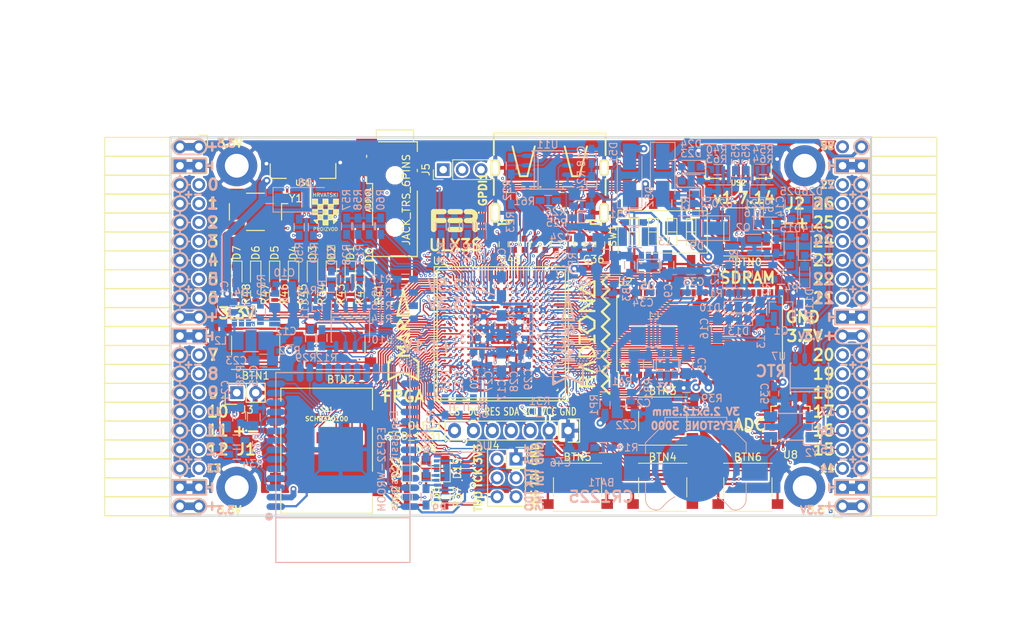
<source format=kicad_pcb>
(kicad_pcb (version 4) (host pcbnew 4.0.7+dfsg1-1)

  (general
    (links 770)
    (no_connects 0)
    (area 71.010001 43.48 212.44 128.320001)
    (thickness 1.6)
    (drawings 481)
    (tracks 4823)
    (zones 0)
    (modules 196)
    (nets 267)
  )

  (page A4)
  (layers
    (0 F.Cu signal)
    (1 In1.Cu signal)
    (2 In2.Cu signal)
    (31 B.Cu signal)
    (32 B.Adhes user)
    (33 F.Adhes user)
    (34 B.Paste user)
    (35 F.Paste user)
    (36 B.SilkS user)
    (37 F.SilkS user)
    (38 B.Mask user)
    (39 F.Mask user)
    (40 Dwgs.User user)
    (41 Cmts.User user)
    (42 Eco1.User user)
    (43 Eco2.User user)
    (44 Edge.Cuts user)
    (45 Margin user)
    (46 B.CrtYd user)
    (47 F.CrtYd user)
    (48 B.Fab user)
    (49 F.Fab user)
  )

  (setup
    (last_trace_width 0.3)
    (trace_clearance 0.127)
    (zone_clearance 0.127)
    (zone_45_only no)
    (trace_min 0.127)
    (segment_width 0.2)
    (edge_width 0.2)
    (via_size 0.4)
    (via_drill 0.2)
    (via_min_size 0.4)
    (via_min_drill 0.2)
    (uvia_size 0.3)
    (uvia_drill 0.1)
    (uvias_allowed no)
    (uvia_min_size 0.2)
    (uvia_min_drill 0.1)
    (pcb_text_width 0.3)
    (pcb_text_size 1.5 1.5)
    (mod_edge_width 0.15)
    (mod_text_size 1 1)
    (mod_text_width 0.15)
    (pad_size 1.7272 1.7272)
    (pad_drill 1.016)
    (pad_to_mask_clearance 0.05)
    (aux_axis_origin 94.1 112.22)
    (grid_origin 93.48 113)
    (visible_elements 7FFFFFFF)
    (pcbplotparams
      (layerselection 0x310f0_80000007)
      (usegerberextensions true)
      (excludeedgelayer true)
      (linewidth 0.100000)
      (plotframeref false)
      (viasonmask false)
      (mode 1)
      (useauxorigin false)
      (hpglpennumber 1)
      (hpglpenspeed 20)
      (hpglpendiameter 15)
      (hpglpenoverlay 2)
      (psnegative false)
      (psa4output false)
      (plotreference true)
      (plotvalue true)
      (plotinvisibletext false)
      (padsonsilk false)
      (subtractmaskfromsilk false)
      (outputformat 1)
      (mirror false)
      (drillshape 0)
      (scaleselection 1)
      (outputdirectory plot))
  )

  (net 0 "")
  (net 1 GND)
  (net 2 +5V)
  (net 3 /gpio/IN5V)
  (net 4 /gpio/OUT5V)
  (net 5 +3V3)
  (net 6 BTN_D)
  (net 7 BTN_F1)
  (net 8 BTN_F2)
  (net 9 BTN_L)
  (net 10 BTN_R)
  (net 11 BTN_U)
  (net 12 /power/FB1)
  (net 13 +2V5)
  (net 14 /power/PWREN)
  (net 15 /power/FB3)
  (net 16 /power/FB2)
  (net 17 "Net-(D9-Pad1)")
  (net 18 /power/VBAT)
  (net 19 JTAG_TDI)
  (net 20 JTAG_TCK)
  (net 21 JTAG_TMS)
  (net 22 JTAG_TDO)
  (net 23 /power/WAKEUPn)
  (net 24 /power/WKUP)
  (net 25 /power/SHUT)
  (net 26 /power/WAKE)
  (net 27 /power/HOLD)
  (net 28 /power/WKn)
  (net 29 /power/OSCI_32k)
  (net 30 /power/OSCO_32k)
  (net 31 "Net-(Q2-Pad3)")
  (net 32 SHUTDOWN)
  (net 33 /analog/AUDIO_L)
  (net 34 /analog/AUDIO_R)
  (net 35 GPDI_SDA)
  (net 36 GPDI_SCL)
  (net 37 /gpdi/VREF2)
  (net 38 SD_CMD)
  (net 39 SD_CLK)
  (net 40 SD_D0)
  (net 41 SD_D1)
  (net 42 USB5V)
  (net 43 GPDI_CEC)
  (net 44 nRESET)
  (net 45 FTDI_nDTR)
  (net 46 SDRAM_CKE)
  (net 47 SDRAM_A7)
  (net 48 SDRAM_D15)
  (net 49 SDRAM_BA1)
  (net 50 SDRAM_D7)
  (net 51 SDRAM_A6)
  (net 52 SDRAM_CLK)
  (net 53 SDRAM_D13)
  (net 54 SDRAM_BA0)
  (net 55 SDRAM_D6)
  (net 56 SDRAM_A5)
  (net 57 SDRAM_D14)
  (net 58 SDRAM_A11)
  (net 59 SDRAM_D12)
  (net 60 SDRAM_D5)
  (net 61 SDRAM_A4)
  (net 62 SDRAM_A10)
  (net 63 SDRAM_D11)
  (net 64 SDRAM_A3)
  (net 65 SDRAM_D4)
  (net 66 SDRAM_D10)
  (net 67 SDRAM_D9)
  (net 68 SDRAM_A9)
  (net 69 SDRAM_D3)
  (net 70 SDRAM_D8)
  (net 71 SDRAM_A8)
  (net 72 SDRAM_A2)
  (net 73 SDRAM_A1)
  (net 74 SDRAM_A0)
  (net 75 SDRAM_D2)
  (net 76 SDRAM_D1)
  (net 77 SDRAM_D0)
  (net 78 SDRAM_DQM0)
  (net 79 SDRAM_nCS)
  (net 80 SDRAM_nRAS)
  (net 81 SDRAM_DQM1)
  (net 82 SDRAM_nCAS)
  (net 83 SDRAM_nWE)
  (net 84 /flash/FLASH_nWP)
  (net 85 /flash/FLASH_nHOLD)
  (net 86 /flash/FLASH_MOSI)
  (net 87 /flash/FLASH_MISO)
  (net 88 /flash/FLASH_SCK)
  (net 89 /flash/FLASH_nCS)
  (net 90 /flash/FPGA_PROGRAMN)
  (net 91 /flash/FPGA_DONE)
  (net 92 /flash/FPGA_INITN)
  (net 93 OLED_RES)
  (net 94 OLED_DC)
  (net 95 OLED_CS)
  (net 96 WIFI_EN)
  (net 97 FTDI_nRTS)
  (net 98 FTDI_TXD)
  (net 99 FTDI_RXD)
  (net 100 WIFI_RXD)
  (net 101 WIFI_GPIO0)
  (net 102 WIFI_TXD)
  (net 103 USB_FTDI_D+)
  (net 104 USB_FTDI_D-)
  (net 105 SD_D3)
  (net 106 AUDIO_L3)
  (net 107 AUDIO_L2)
  (net 108 AUDIO_L1)
  (net 109 AUDIO_L0)
  (net 110 AUDIO_R3)
  (net 111 AUDIO_R2)
  (net 112 AUDIO_R1)
  (net 113 AUDIO_R0)
  (net 114 OLED_CLK)
  (net 115 OLED_MOSI)
  (net 116 LED0)
  (net 117 LED1)
  (net 118 LED2)
  (net 119 LED3)
  (net 120 LED4)
  (net 121 LED5)
  (net 122 LED6)
  (net 123 LED7)
  (net 124 BTN_PWRn)
  (net 125 FTDI_nTXLED)
  (net 126 FTDI_nSLEEP)
  (net 127 /blinkey/LED_PWREN)
  (net 128 /blinkey/LED_TXLED)
  (net 129 /sdcard/SD3V3)
  (net 130 SD_D2)
  (net 131 CLK_25MHz)
  (net 132 /blinkey/BTNPUL)
  (net 133 /blinkey/BTNPUR)
  (net 134 USB_FPGA_D+)
  (net 135 /power/FTDI_nSUSPEND)
  (net 136 /blinkey/ALED0)
  (net 137 /blinkey/ALED1)
  (net 138 /blinkey/ALED2)
  (net 139 /blinkey/ALED3)
  (net 140 /blinkey/ALED4)
  (net 141 /blinkey/ALED5)
  (net 142 /blinkey/ALED6)
  (net 143 /blinkey/ALED7)
  (net 144 /usb/FTD-)
  (net 145 /usb/FTD+)
  (net 146 ADC_MISO)
  (net 147 ADC_MOSI)
  (net 148 ADC_CSn)
  (net 149 ADC_SCLK)
  (net 150 SW3)
  (net 151 SW2)
  (net 152 SW1)
  (net 153 USB_FPGA_D-)
  (net 154 /usb/FPD+)
  (net 155 /usb/FPD-)
  (net 156 WIFI_GPIO16)
  (net 157 /usb/ANT_433MHz)
  (net 158 /power/PWRBTn)
  (net 159 PROG_DONE)
  (net 160 /power/P3V3)
  (net 161 /power/P2V5)
  (net 162 /power/L1)
  (net 163 /power/L3)
  (net 164 /power/L2)
  (net 165 FTDI_TXDEN)
  (net 166 SDRAM_A12)
  (net 167 /analog/AUDIO_V)
  (net 168 AUDIO_V3)
  (net 169 AUDIO_V2)
  (net 170 AUDIO_V1)
  (net 171 AUDIO_V0)
  (net 172 /blinkey/LED_WIFI)
  (net 173 /power/P1V1)
  (net 174 +1V1)
  (net 175 SW4)
  (net 176 /blinkey/SWPU)
  (net 177 /wifi/WIFIEN)
  (net 178 FT2V5)
  (net 179 GN0)
  (net 180 GP0)
  (net 181 GN1)
  (net 182 GP1)
  (net 183 GN2)
  (net 184 GP2)
  (net 185 GN3)
  (net 186 GP3)
  (net 187 GN4)
  (net 188 GP4)
  (net 189 GN5)
  (net 190 GP5)
  (net 191 GN6)
  (net 192 GP6)
  (net 193 GN14)
  (net 194 GP14)
  (net 195 GN15)
  (net 196 GP15)
  (net 197 GN16)
  (net 198 GP16)
  (net 199 GN17)
  (net 200 GP17)
  (net 201 GN18)
  (net 202 GP18)
  (net 203 GN19)
  (net 204 GP19)
  (net 205 GN20)
  (net 206 GP20)
  (net 207 GN21)
  (net 208 GP21)
  (net 209 GN22)
  (net 210 GP22)
  (net 211 GN23)
  (net 212 GP23)
  (net 213 GN24)
  (net 214 GP24)
  (net 215 GN25)
  (net 216 GP25)
  (net 217 GN26)
  (net 218 GP26)
  (net 219 GN27)
  (net 220 GP27)
  (net 221 GN7)
  (net 222 GP7)
  (net 223 GN8)
  (net 224 GP8)
  (net 225 GN9)
  (net 226 GP9)
  (net 227 GN10)
  (net 228 GP10)
  (net 229 GN11)
  (net 230 GP11)
  (net 231 GN12)
  (net 232 GP12)
  (net 233 GN13)
  (net 234 GP13)
  (net 235 WIFI_GPIO5)
  (net 236 WIFI_GPIO17)
  (net 237 USB_FPGA_PULL_D+)
  (net 238 USB_FPGA_PULL_D-)
  (net 239 "Net-(D23-Pad2)")
  (net 240 "Net-(D24-Pad1)")
  (net 241 "Net-(D25-Pad2)")
  (net 242 "Net-(D26-Pad1)")
  (net 243 /gpdi/GPDI_ETH+)
  (net 244 FPDI_ETH+)
  (net 245 /gpdi/GPDI_ETH-)
  (net 246 FPDI_ETH-)
  (net 247 /gpdi/GPDI_D2-)
  (net 248 FPDI_D2-)
  (net 249 /gpdi/GPDI_D1-)
  (net 250 FPDI_D1-)
  (net 251 /gpdi/GPDI_D0-)
  (net 252 FPDI_D0-)
  (net 253 /gpdi/GPDI_CLK-)
  (net 254 FPDI_CLK-)
  (net 255 /gpdi/GPDI_D2+)
  (net 256 FPDI_D2+)
  (net 257 /gpdi/GPDI_D1+)
  (net 258 FPDI_D1+)
  (net 259 /gpdi/GPDI_D0+)
  (net 260 FPDI_D0+)
  (net 261 /gpdi/GPDI_CLK+)
  (net 262 FPDI_CLK+)
  (net 263 FPDI_SDA)
  (net 264 FPDI_SCL)
  (net 265 /gpdi/FPDI_CEC)
  (net 266 2V5_3V3)

  (net_class Default "This is the default net class."
    (clearance 0.127)
    (trace_width 0.3)
    (via_dia 0.4)
    (via_drill 0.2)
    (uvia_dia 0.3)
    (uvia_drill 0.1)
    (add_net +1V1)
    (add_net +2V5)
    (add_net +3V3)
    (add_net +5V)
    (add_net /analog/AUDIO_L)
    (add_net /analog/AUDIO_R)
    (add_net /analog/AUDIO_V)
    (add_net /blinkey/ALED0)
    (add_net /blinkey/ALED1)
    (add_net /blinkey/ALED2)
    (add_net /blinkey/ALED3)
    (add_net /blinkey/ALED4)
    (add_net /blinkey/ALED5)
    (add_net /blinkey/ALED6)
    (add_net /blinkey/ALED7)
    (add_net /blinkey/BTNPUL)
    (add_net /blinkey/BTNPUR)
    (add_net /blinkey/LED_PWREN)
    (add_net /blinkey/LED_TXLED)
    (add_net /blinkey/LED_WIFI)
    (add_net /blinkey/SWPU)
    (add_net /gpdi/FPDI_CEC)
    (add_net /gpdi/GPDI_CLK+)
    (add_net /gpdi/GPDI_CLK-)
    (add_net /gpdi/GPDI_D0+)
    (add_net /gpdi/GPDI_D0-)
    (add_net /gpdi/GPDI_D1+)
    (add_net /gpdi/GPDI_D1-)
    (add_net /gpdi/GPDI_D2+)
    (add_net /gpdi/GPDI_D2-)
    (add_net /gpdi/GPDI_ETH+)
    (add_net /gpdi/GPDI_ETH-)
    (add_net /gpdi/VREF2)
    (add_net /gpio/IN5V)
    (add_net /gpio/OUT5V)
    (add_net /power/FB1)
    (add_net /power/FB2)
    (add_net /power/FB3)
    (add_net /power/FTDI_nSUSPEND)
    (add_net /power/HOLD)
    (add_net /power/L1)
    (add_net /power/L2)
    (add_net /power/L3)
    (add_net /power/OSCI_32k)
    (add_net /power/OSCO_32k)
    (add_net /power/P1V1)
    (add_net /power/P2V5)
    (add_net /power/P3V3)
    (add_net /power/PWRBTn)
    (add_net /power/PWREN)
    (add_net /power/SHUT)
    (add_net /power/VBAT)
    (add_net /power/WAKE)
    (add_net /power/WAKEUPn)
    (add_net /power/WKUP)
    (add_net /power/WKn)
    (add_net /sdcard/SD3V3)
    (add_net /usb/ANT_433MHz)
    (add_net /usb/FPD+)
    (add_net /usb/FPD-)
    (add_net /usb/FTD+)
    (add_net /usb/FTD-)
    (add_net /wifi/WIFIEN)
    (add_net 2V5_3V3)
    (add_net FT2V5)
    (add_net GND)
    (add_net "Net-(D23-Pad2)")
    (add_net "Net-(D24-Pad1)")
    (add_net "Net-(D25-Pad2)")
    (add_net "Net-(D26-Pad1)")
    (add_net "Net-(D9-Pad1)")
    (add_net "Net-(Q2-Pad3)")
    (add_net USB5V)
  )

  (net_class BGA ""
    (clearance 0.127)
    (trace_width 0.19)
    (via_dia 0.4)
    (via_drill 0.2)
    (uvia_dia 0.3)
    (uvia_drill 0.1)
    (add_net /flash/FLASH_MISO)
    (add_net /flash/FLASH_MOSI)
    (add_net /flash/FLASH_SCK)
    (add_net /flash/FLASH_nCS)
    (add_net /flash/FLASH_nHOLD)
    (add_net /flash/FLASH_nWP)
    (add_net /flash/FPGA_DONE)
    (add_net /flash/FPGA_INITN)
    (add_net /flash/FPGA_PROGRAMN)
    (add_net ADC_CSn)
    (add_net ADC_MISO)
    (add_net ADC_MOSI)
    (add_net ADC_SCLK)
    (add_net AUDIO_L0)
    (add_net AUDIO_L1)
    (add_net AUDIO_L2)
    (add_net AUDIO_L3)
    (add_net AUDIO_R0)
    (add_net AUDIO_R1)
    (add_net AUDIO_R2)
    (add_net AUDIO_R3)
    (add_net AUDIO_V0)
    (add_net AUDIO_V1)
    (add_net AUDIO_V2)
    (add_net AUDIO_V3)
    (add_net BTN_D)
    (add_net BTN_F1)
    (add_net BTN_F2)
    (add_net BTN_L)
    (add_net BTN_PWRn)
    (add_net BTN_R)
    (add_net BTN_U)
    (add_net CLK_25MHz)
    (add_net FPDI_CLK+)
    (add_net FPDI_CLK-)
    (add_net FPDI_D0+)
    (add_net FPDI_D0-)
    (add_net FPDI_D1+)
    (add_net FPDI_D1-)
    (add_net FPDI_D2+)
    (add_net FPDI_D2-)
    (add_net FPDI_ETH+)
    (add_net FPDI_ETH-)
    (add_net FPDI_SCL)
    (add_net FPDI_SDA)
    (add_net FTDI_RXD)
    (add_net FTDI_TXD)
    (add_net FTDI_TXDEN)
    (add_net FTDI_nDTR)
    (add_net FTDI_nRTS)
    (add_net FTDI_nSLEEP)
    (add_net FTDI_nTXLED)
    (add_net GN0)
    (add_net GN1)
    (add_net GN10)
    (add_net GN11)
    (add_net GN12)
    (add_net GN13)
    (add_net GN14)
    (add_net GN15)
    (add_net GN16)
    (add_net GN17)
    (add_net GN18)
    (add_net GN19)
    (add_net GN2)
    (add_net GN20)
    (add_net GN21)
    (add_net GN22)
    (add_net GN23)
    (add_net GN24)
    (add_net GN25)
    (add_net GN26)
    (add_net GN27)
    (add_net GN3)
    (add_net GN4)
    (add_net GN5)
    (add_net GN6)
    (add_net GN7)
    (add_net GN8)
    (add_net GN9)
    (add_net GP0)
    (add_net GP1)
    (add_net GP10)
    (add_net GP11)
    (add_net GP12)
    (add_net GP13)
    (add_net GP14)
    (add_net GP15)
    (add_net GP16)
    (add_net GP17)
    (add_net GP18)
    (add_net GP19)
    (add_net GP2)
    (add_net GP20)
    (add_net GP21)
    (add_net GP22)
    (add_net GP23)
    (add_net GP24)
    (add_net GP25)
    (add_net GP26)
    (add_net GP27)
    (add_net GP3)
    (add_net GP4)
    (add_net GP5)
    (add_net GP6)
    (add_net GP7)
    (add_net GP8)
    (add_net GP9)
    (add_net GPDI_CEC)
    (add_net GPDI_SCL)
    (add_net GPDI_SDA)
    (add_net JTAG_TCK)
    (add_net JTAG_TDI)
    (add_net JTAG_TDO)
    (add_net JTAG_TMS)
    (add_net LED0)
    (add_net LED1)
    (add_net LED2)
    (add_net LED3)
    (add_net LED4)
    (add_net LED5)
    (add_net LED6)
    (add_net LED7)
    (add_net OLED_CLK)
    (add_net OLED_CS)
    (add_net OLED_DC)
    (add_net OLED_MOSI)
    (add_net OLED_RES)
    (add_net PROG_DONE)
    (add_net SDRAM_A0)
    (add_net SDRAM_A1)
    (add_net SDRAM_A10)
    (add_net SDRAM_A11)
    (add_net SDRAM_A12)
    (add_net SDRAM_A2)
    (add_net SDRAM_A3)
    (add_net SDRAM_A4)
    (add_net SDRAM_A5)
    (add_net SDRAM_A6)
    (add_net SDRAM_A7)
    (add_net SDRAM_A8)
    (add_net SDRAM_A9)
    (add_net SDRAM_BA0)
    (add_net SDRAM_BA1)
    (add_net SDRAM_CKE)
    (add_net SDRAM_CLK)
    (add_net SDRAM_D0)
    (add_net SDRAM_D1)
    (add_net SDRAM_D10)
    (add_net SDRAM_D11)
    (add_net SDRAM_D12)
    (add_net SDRAM_D13)
    (add_net SDRAM_D14)
    (add_net SDRAM_D15)
    (add_net SDRAM_D2)
    (add_net SDRAM_D3)
    (add_net SDRAM_D4)
    (add_net SDRAM_D5)
    (add_net SDRAM_D6)
    (add_net SDRAM_D7)
    (add_net SDRAM_D8)
    (add_net SDRAM_D9)
    (add_net SDRAM_DQM0)
    (add_net SDRAM_DQM1)
    (add_net SDRAM_nCAS)
    (add_net SDRAM_nCS)
    (add_net SDRAM_nRAS)
    (add_net SDRAM_nWE)
    (add_net SD_CLK)
    (add_net SD_CMD)
    (add_net SD_D0)
    (add_net SD_D1)
    (add_net SD_D2)
    (add_net SD_D3)
    (add_net SHUTDOWN)
    (add_net SW1)
    (add_net SW2)
    (add_net SW3)
    (add_net SW4)
    (add_net USB_FPGA_D+)
    (add_net USB_FPGA_D-)
    (add_net USB_FPGA_PULL_D+)
    (add_net USB_FPGA_PULL_D-)
    (add_net USB_FTDI_D+)
    (add_net USB_FTDI_D-)
    (add_net WIFI_EN)
    (add_net WIFI_GPIO0)
    (add_net WIFI_GPIO16)
    (add_net WIFI_GPIO17)
    (add_net WIFI_GPIO5)
    (add_net WIFI_RXD)
    (add_net WIFI_TXD)
    (add_net nRESET)
  )

  (net_class Minimal ""
    (clearance 0.127)
    (trace_width 0.127)
    (via_dia 0.4)
    (via_drill 0.2)
    (uvia_dia 0.3)
    (uvia_drill 0.1)
  )

  (module Resistors_SMD:R_0603_HandSoldering (layer B.Cu) (tedit 59D565A6) (tstamp 59C0F273)
    (at 169.919 66.965 90)
    (descr "Resistor SMD 0603, hand soldering")
    (tags "resistor 0603")
    (path /58D6BF46/59C0F7B6)
    (attr smd)
    (fp_text reference R53 (at 3.259 0 270) (layer B.SilkS)
      (effects (font (size 1 1) (thickness 0.15)) (justify mirror))
    )
    (fp_text value 27 (at 2.667 0 270) (layer B.Fab)
      (effects (font (size 1 1) (thickness 0.15)) (justify mirror))
    )
    (fp_text user %R (at 2.413 -2.54 180) (layer B.Fab) hide
      (effects (font (size 1 1) (thickness 0.15)) (justify mirror))
    )
    (fp_line (start -0.8 -0.4) (end -0.8 0.4) (layer B.Fab) (width 0.1))
    (fp_line (start 0.8 -0.4) (end -0.8 -0.4) (layer B.Fab) (width 0.1))
    (fp_line (start 0.8 0.4) (end 0.8 -0.4) (layer B.Fab) (width 0.1))
    (fp_line (start -0.8 0.4) (end 0.8 0.4) (layer B.Fab) (width 0.1))
    (fp_line (start 0.5 -0.68) (end -0.5 -0.68) (layer B.SilkS) (width 0.12))
    (fp_line (start -0.5 0.68) (end 0.5 0.68) (layer B.SilkS) (width 0.12))
    (fp_line (start -1.96 0.7) (end 1.95 0.7) (layer B.CrtYd) (width 0.05))
    (fp_line (start -1.96 0.7) (end -1.96 -0.7) (layer B.CrtYd) (width 0.05))
    (fp_line (start 1.95 -0.7) (end 1.95 0.7) (layer B.CrtYd) (width 0.05))
    (fp_line (start 1.95 -0.7) (end -1.96 -0.7) (layer B.CrtYd) (width 0.05))
    (pad 1 smd rect (at -1.1 0 90) (size 1.2 0.9) (layers B.Cu B.Paste B.Mask)
      (net 134 USB_FPGA_D+))
    (pad 2 smd rect (at 1.1 0 90) (size 1.2 0.9) (layers B.Cu B.Paste B.Mask)
      (net 154 /usb/FPD+))
    (model Resistors_SMD.3dshapes/R_0603.wrl
      (at (xyz 0 0 0))
      (scale (xyz 1 1 1))
      (rotate (xyz 0 0 0))
    )
  )

  (module Socket_Strips:Socket_Strip_Angled_2x20 (layer F.Cu) (tedit 5A2B354F) (tstamp 58E6BE3D)
    (at 97.91 62.69 270)
    (descr "Through hole socket strip")
    (tags "socket strip")
    (path /56AC389C/58E6B835)
    (fp_text reference J1 (at 40.64 -6.35 360) (layer F.SilkS)
      (effects (font (size 1.5 1.5) (thickness 0.3)))
    )
    (fp_text value CONN_02X20 (at 0 -2.6 270) (layer F.Fab) hide
      (effects (font (size 1 1) (thickness 0.15)))
    )
    (fp_line (start -1.75 -1.35) (end -1.75 13.15) (layer F.CrtYd) (width 0.05))
    (fp_line (start 50.05 -1.35) (end 50.05 13.15) (layer F.CrtYd) (width 0.05))
    (fp_line (start -1.75 -1.35) (end 50.05 -1.35) (layer F.CrtYd) (width 0.05))
    (fp_line (start -1.75 13.15) (end 50.05 13.15) (layer F.CrtYd) (width 0.05))
    (fp_line (start 49.53 12.64) (end 49.53 3.81) (layer F.SilkS) (width 0.15))
    (fp_line (start 46.99 12.64) (end 49.53 12.64) (layer F.SilkS) (width 0.15))
    (fp_line (start 46.99 3.81) (end 49.53 3.81) (layer F.SilkS) (width 0.15))
    (fp_line (start 49.53 3.81) (end 49.53 12.64) (layer F.SilkS) (width 0.15))
    (fp_line (start 46.99 3.81) (end 46.99 12.64) (layer F.SilkS) (width 0.15))
    (fp_line (start 44.45 3.81) (end 46.99 3.81) (layer F.SilkS) (width 0.15))
    (fp_line (start 44.45 12.64) (end 46.99 12.64) (layer F.SilkS) (width 0.15))
    (fp_line (start 46.99 12.64) (end 46.99 3.81) (layer F.SilkS) (width 0.15))
    (fp_line (start 29.21 12.64) (end 29.21 3.81) (layer F.SilkS) (width 0.15))
    (fp_line (start 26.67 12.64) (end 29.21 12.64) (layer F.SilkS) (width 0.15))
    (fp_line (start 26.67 3.81) (end 29.21 3.81) (layer F.SilkS) (width 0.15))
    (fp_line (start 29.21 3.81) (end 29.21 12.64) (layer F.SilkS) (width 0.15))
    (fp_line (start 31.75 3.81) (end 31.75 12.64) (layer F.SilkS) (width 0.15))
    (fp_line (start 29.21 3.81) (end 31.75 3.81) (layer F.SilkS) (width 0.15))
    (fp_line (start 29.21 12.64) (end 31.75 12.64) (layer F.SilkS) (width 0.15))
    (fp_line (start 31.75 12.64) (end 31.75 3.81) (layer F.SilkS) (width 0.15))
    (fp_line (start 44.45 12.64) (end 44.45 3.81) (layer F.SilkS) (width 0.15))
    (fp_line (start 41.91 12.64) (end 44.45 12.64) (layer F.SilkS) (width 0.15))
    (fp_line (start 41.91 3.81) (end 44.45 3.81) (layer F.SilkS) (width 0.15))
    (fp_line (start 44.45 3.81) (end 44.45 12.64) (layer F.SilkS) (width 0.15))
    (fp_line (start 41.91 3.81) (end 41.91 12.64) (layer F.SilkS) (width 0.15))
    (fp_line (start 39.37 3.81) (end 41.91 3.81) (layer F.SilkS) (width 0.15))
    (fp_line (start 39.37 12.64) (end 41.91 12.64) (layer F.SilkS) (width 0.15))
    (fp_line (start 41.91 12.64) (end 41.91 3.81) (layer F.SilkS) (width 0.15))
    (fp_line (start 39.37 12.64) (end 39.37 3.81) (layer F.SilkS) (width 0.15))
    (fp_line (start 36.83 12.64) (end 39.37 12.64) (layer F.SilkS) (width 0.15))
    (fp_line (start 36.83 3.81) (end 39.37 3.81) (layer F.SilkS) (width 0.15))
    (fp_line (start 39.37 3.81) (end 39.37 12.64) (layer F.SilkS) (width 0.15))
    (fp_line (start 36.83 3.81) (end 36.83 12.64) (layer F.SilkS) (width 0.15))
    (fp_line (start 34.29 3.81) (end 36.83 3.81) (layer F.SilkS) (width 0.15))
    (fp_line (start 34.29 12.64) (end 36.83 12.64) (layer F.SilkS) (width 0.15))
    (fp_line (start 36.83 12.64) (end 36.83 3.81) (layer F.SilkS) (width 0.15))
    (fp_line (start 34.29 12.64) (end 34.29 3.81) (layer F.SilkS) (width 0.15))
    (fp_line (start 31.75 12.64) (end 34.29 12.64) (layer F.SilkS) (width 0.15))
    (fp_line (start 31.75 3.81) (end 34.29 3.81) (layer F.SilkS) (width 0.15))
    (fp_line (start 34.29 3.81) (end 34.29 12.64) (layer F.SilkS) (width 0.15))
    (fp_line (start 16.51 3.81) (end 16.51 12.64) (layer F.SilkS) (width 0.15))
    (fp_line (start 13.97 3.81) (end 16.51 3.81) (layer F.SilkS) (width 0.15))
    (fp_line (start 13.97 12.64) (end 16.51 12.64) (layer F.SilkS) (width 0.15))
    (fp_line (start 16.51 12.64) (end 16.51 3.81) (layer F.SilkS) (width 0.15))
    (fp_line (start 19.05 12.64) (end 19.05 3.81) (layer F.SilkS) (width 0.15))
    (fp_line (start 16.51 12.64) (end 19.05 12.64) (layer F.SilkS) (width 0.15))
    (fp_line (start 16.51 3.81) (end 19.05 3.81) (layer F.SilkS) (width 0.15))
    (fp_line (start 19.05 3.81) (end 19.05 12.64) (layer F.SilkS) (width 0.15))
    (fp_line (start 21.59 3.81) (end 21.59 12.64) (layer F.SilkS) (width 0.15))
    (fp_line (start 19.05 3.81) (end 21.59 3.81) (layer F.SilkS) (width 0.15))
    (fp_line (start 19.05 12.64) (end 21.59 12.64) (layer F.SilkS) (width 0.15))
    (fp_line (start 21.59 12.64) (end 21.59 3.81) (layer F.SilkS) (width 0.15))
    (fp_line (start 24.13 12.64) (end 24.13 3.81) (layer F.SilkS) (width 0.15))
    (fp_line (start 21.59 12.64) (end 24.13 12.64) (layer F.SilkS) (width 0.15))
    (fp_line (start 21.59 3.81) (end 24.13 3.81) (layer F.SilkS) (width 0.15))
    (fp_line (start 24.13 3.81) (end 24.13 12.64) (layer F.SilkS) (width 0.15))
    (fp_line (start 26.67 3.81) (end 26.67 12.64) (layer F.SilkS) (width 0.15))
    (fp_line (start 24.13 3.81) (end 26.67 3.81) (layer F.SilkS) (width 0.15))
    (fp_line (start 24.13 12.64) (end 26.67 12.64) (layer F.SilkS) (width 0.15))
    (fp_line (start 26.67 12.64) (end 26.67 3.81) (layer F.SilkS) (width 0.15))
    (fp_line (start 13.97 12.64) (end 13.97 3.81) (layer F.SilkS) (width 0.15))
    (fp_line (start 11.43 12.64) (end 13.97 12.64) (layer F.SilkS) (width 0.15))
    (fp_line (start 11.43 3.81) (end 13.97 3.81) (layer F.SilkS) (width 0.15))
    (fp_line (start 13.97 3.81) (end 13.97 12.64) (layer F.SilkS) (width 0.15))
    (fp_line (start 11.43 3.81) (end 11.43 12.64) (layer F.SilkS) (width 0.15))
    (fp_line (start 8.89 3.81) (end 11.43 3.81) (layer F.SilkS) (width 0.15))
    (fp_line (start 8.89 12.64) (end 11.43 12.64) (layer F.SilkS) (width 0.15))
    (fp_line (start 11.43 12.64) (end 11.43 3.81) (layer F.SilkS) (width 0.15))
    (fp_line (start 8.89 12.64) (end 8.89 3.81) (layer F.SilkS) (width 0.15))
    (fp_line (start 6.35 12.64) (end 8.89 12.64) (layer F.SilkS) (width 0.15))
    (fp_line (start 6.35 3.81) (end 8.89 3.81) (layer F.SilkS) (width 0.15))
    (fp_line (start 8.89 3.81) (end 8.89 12.64) (layer F.SilkS) (width 0.15))
    (fp_line (start 6.35 3.81) (end 6.35 12.64) (layer F.SilkS) (width 0.15))
    (fp_line (start 3.81 3.81) (end 6.35 3.81) (layer F.SilkS) (width 0.15))
    (fp_line (start 3.81 12.64) (end 6.35 12.64) (layer F.SilkS) (width 0.15))
    (fp_line (start 6.35 12.64) (end 6.35 3.81) (layer F.SilkS) (width 0.15))
    (fp_line (start 3.81 12.64) (end 3.81 3.81) (layer F.SilkS) (width 0.15))
    (fp_line (start 1.27 12.64) (end 3.81 12.64) (layer F.SilkS) (width 0.15))
    (fp_line (start 1.27 3.81) (end 3.81 3.81) (layer F.SilkS) (width 0.15))
    (fp_line (start 3.81 3.81) (end 3.81 12.64) (layer F.SilkS) (width 0.15))
    (fp_line (start 1.27 3.81) (end 1.27 12.64) (layer F.SilkS) (width 0.15))
    (fp_line (start -1.27 3.81) (end 1.27 3.81) (layer F.SilkS) (width 0.15))
    (fp_line (start 0 -1.15) (end -1.55 -1.15) (layer F.SilkS) (width 0.15))
    (fp_line (start -1.55 -1.15) (end -1.55 0) (layer F.SilkS) (width 0.15))
    (fp_line (start -1.27 3.81) (end -1.27 12.64) (layer F.SilkS) (width 0.15))
    (fp_line (start -1.27 12.64) (end 1.27 12.64) (layer F.SilkS) (width 0.15))
    (fp_line (start 1.27 12.64) (end 1.27 3.81) (layer F.SilkS) (width 0.15))
    (pad 1 thru_hole oval (at 0 0 270) (size 1.7272 1.7272) (drill 1.016) (layers *.Cu *.Mask)
      (net 5 +3V3))
    (pad 2 thru_hole oval (at 0 2.54 270) (size 1.7272 1.7272) (drill 1.016) (layers *.Cu *.Mask)
      (net 5 +3V3))
    (pad 3 thru_hole rect (at 2.54 0 270) (size 1.7272 1.7272) (drill 1.016) (layers *.Cu *.Mask)
      (net 1 GND))
    (pad 4 thru_hole rect (at 2.54 2.54 270) (size 1.7272 1.7272) (drill 1.016) (layers *.Cu *.Mask)
      (net 1 GND))
    (pad 5 thru_hole oval (at 5.08 0 270) (size 1.7272 1.7272) (drill 1.016) (layers *.Cu *.Mask)
      (net 179 GN0))
    (pad 6 thru_hole oval (at 5.08 2.54 270) (size 1.7272 1.7272) (drill 1.016) (layers *.Cu *.Mask)
      (net 180 GP0))
    (pad 7 thru_hole oval (at 7.62 0 270) (size 1.7272 1.7272) (drill 1.016) (layers *.Cu *.Mask)
      (net 181 GN1))
    (pad 8 thru_hole oval (at 7.62 2.54 270) (size 1.7272 1.7272) (drill 1.016) (layers *.Cu *.Mask)
      (net 182 GP1))
    (pad 9 thru_hole oval (at 10.16 0 270) (size 1.7272 1.7272) (drill 1.016) (layers *.Cu *.Mask)
      (net 183 GN2))
    (pad 10 thru_hole oval (at 10.16 2.54 270) (size 1.7272 1.7272) (drill 1.016) (layers *.Cu *.Mask)
      (net 184 GP2))
    (pad 11 thru_hole oval (at 12.7 0 270) (size 1.7272 1.7272) (drill 1.016) (layers *.Cu *.Mask)
      (net 185 GN3))
    (pad 12 thru_hole oval (at 12.7 2.54 270) (size 1.7272 1.7272) (drill 1.016) (layers *.Cu *.Mask)
      (net 186 GP3))
    (pad 13 thru_hole oval (at 15.24 0 270) (size 1.7272 1.7272) (drill 1.016) (layers *.Cu *.Mask)
      (net 187 GN4))
    (pad 14 thru_hole oval (at 15.24 2.54 270) (size 1.7272 1.7272) (drill 1.016) (layers *.Cu *.Mask)
      (net 188 GP4))
    (pad 15 thru_hole oval (at 17.78 0 270) (size 1.7272 1.7272) (drill 1.016) (layers *.Cu *.Mask)
      (net 189 GN5))
    (pad 16 thru_hole oval (at 17.78 2.54 270) (size 1.7272 1.7272) (drill 1.016) (layers *.Cu *.Mask)
      (net 190 GP5))
    (pad 17 thru_hole oval (at 20.32 0 270) (size 1.7272 1.7272) (drill 1.016) (layers *.Cu *.Mask)
      (net 191 GN6))
    (pad 18 thru_hole oval (at 20.32 2.54 270) (size 1.7272 1.7272) (drill 1.016) (layers *.Cu *.Mask)
      (net 192 GP6))
    (pad 19 thru_hole oval (at 22.86 0 270) (size 1.7272 1.7272) (drill 1.016) (layers *.Cu *.Mask)
      (net 5 +3V3))
    (pad 20 thru_hole oval (at 22.86 2.54 270) (size 1.7272 1.7272) (drill 1.016) (layers *.Cu *.Mask)
      (net 5 +3V3))
    (pad 21 thru_hole rect (at 25.4 0 270) (size 1.7272 1.7272) (drill 1.016) (layers *.Cu *.Mask)
      (net 1 GND))
    (pad 22 thru_hole rect (at 25.4 2.54 270) (size 1.7272 1.7272) (drill 1.016) (layers *.Cu *.Mask)
      (net 1 GND))
    (pad 23 thru_hole oval (at 27.94 0 270) (size 1.7272 1.7272) (drill 1.016) (layers *.Cu *.Mask)
      (net 221 GN7))
    (pad 24 thru_hole oval (at 27.94 2.54 270) (size 1.7272 1.7272) (drill 1.016) (layers *.Cu *.Mask)
      (net 222 GP7))
    (pad 25 thru_hole oval (at 30.48 0 270) (size 1.7272 1.7272) (drill 1.016) (layers *.Cu *.Mask)
      (net 223 GN8))
    (pad 26 thru_hole oval (at 30.48 2.54 270) (size 1.7272 1.7272) (drill 1.016) (layers *.Cu *.Mask)
      (net 224 GP8))
    (pad 27 thru_hole oval (at 33.02 0 270) (size 1.7272 1.7272) (drill 1.016) (layers *.Cu *.Mask)
      (net 225 GN9))
    (pad 28 thru_hole oval (at 33.02 2.54 270) (size 1.7272 1.7272) (drill 1.016) (layers *.Cu *.Mask)
      (net 226 GP9))
    (pad 29 thru_hole oval (at 35.56 0 270) (size 1.7272 1.7272) (drill 1.016) (layers *.Cu *.Mask)
      (net 227 GN10))
    (pad 30 thru_hole oval (at 35.56 2.54 270) (size 1.7272 1.7272) (drill 1.016) (layers *.Cu *.Mask)
      (net 228 GP10))
    (pad 31 thru_hole oval (at 38.1 0 270) (size 1.7272 1.7272) (drill 1.016) (layers *.Cu *.Mask)
      (net 229 GN11))
    (pad 32 thru_hole oval (at 38.1 2.54 270) (size 1.7272 1.7272) (drill 1.016) (layers *.Cu *.Mask)
      (net 230 GP11))
    (pad 33 thru_hole oval (at 40.64 0 270) (size 1.7272 1.7272) (drill 1.016) (layers *.Cu *.Mask)
      (net 231 GN12))
    (pad 34 thru_hole oval (at 40.64 2.54 270) (size 1.7272 1.7272) (drill 1.016) (layers *.Cu *.Mask)
      (net 232 GP12))
    (pad 35 thru_hole oval (at 43.18 0 270) (size 1.7272 1.7272) (drill 1.016) (layers *.Cu *.Mask)
      (net 233 GN13))
    (pad 36 thru_hole oval (at 43.18 2.54 270) (size 1.7272 1.7272) (drill 1.016) (layers *.Cu *.Mask)
      (net 234 GP13))
    (pad 37 thru_hole rect (at 45.72 0 270) (size 1.7272 1.7272) (drill 1.016) (layers *.Cu *.Mask)
      (net 1 GND))
    (pad 38 thru_hole rect (at 45.72 2.54 270) (size 1.7272 1.7272) (drill 1.016) (layers *.Cu *.Mask)
      (net 1 GND))
    (pad 39 thru_hole oval (at 48.26 0 270) (size 1.7272 1.7272) (drill 1.016) (layers *.Cu *.Mask)
      (net 5 +3V3))
    (pad 40 thru_hole oval (at 48.26 2.54 270) (size 1.7272 1.7272) (drill 1.016) (layers *.Cu *.Mask)
      (net 5 +3V3))
    (model Socket_Strips.3dshapes/Socket_Strip_Angled_2x20.wrl
      (at (xyz 0.95 -0.05 0))
      (scale (xyz 1 1 1))
      (rotate (xyz 0 0 180))
    )
  )

  (module SMD_Packages:1Pin (layer F.Cu) (tedit 59F891E7) (tstamp 59C3DCCD)
    (at 182.67515 111.637626)
    (descr "module 1 pin (ou trou mecanique de percage)")
    (tags DEV)
    (path /58D6BF46/59C3AE47)
    (fp_text reference AE1 (at -3.236 3.798) (layer F.SilkS) hide
      (effects (font (size 1 1) (thickness 0.15)))
    )
    (fp_text value 433MHz (at 2.606 3.798) (layer F.Fab) hide
      (effects (font (size 1 1) (thickness 0.15)))
    )
    (pad 1 smd rect (at 0 0) (size 0.5 0.5) (layers B.Cu F.Paste F.Mask)
      (net 157 /usb/ANT_433MHz))
  )

  (module Resistors_SMD:R_0603_HandSoldering (layer B.Cu) (tedit 58307AEF) (tstamp 590C5C33)
    (at 103.498 98.758 90)
    (descr "Resistor SMD 0603, hand soldering")
    (tags "resistor 0603")
    (path /58DA7327/590C5D62)
    (attr smd)
    (fp_text reference R38 (at 5.334 0 90) (layer B.SilkS)
      (effects (font (size 1 1) (thickness 0.15)) (justify mirror))
    )
    (fp_text value 0.47 (at 3.386 0 90) (layer B.Fab)
      (effects (font (size 1 1) (thickness 0.15)) (justify mirror))
    )
    (fp_line (start -0.8 -0.4) (end -0.8 0.4) (layer B.Fab) (width 0.1))
    (fp_line (start 0.8 -0.4) (end -0.8 -0.4) (layer B.Fab) (width 0.1))
    (fp_line (start 0.8 0.4) (end 0.8 -0.4) (layer B.Fab) (width 0.1))
    (fp_line (start -0.8 0.4) (end 0.8 0.4) (layer B.Fab) (width 0.1))
    (fp_line (start -2 0.8) (end 2 0.8) (layer B.CrtYd) (width 0.05))
    (fp_line (start -2 -0.8) (end 2 -0.8) (layer B.CrtYd) (width 0.05))
    (fp_line (start -2 0.8) (end -2 -0.8) (layer B.CrtYd) (width 0.05))
    (fp_line (start 2 0.8) (end 2 -0.8) (layer B.CrtYd) (width 0.05))
    (fp_line (start 0.5 -0.675) (end -0.5 -0.675) (layer B.SilkS) (width 0.15))
    (fp_line (start -0.5 0.675) (end 0.5 0.675) (layer B.SilkS) (width 0.15))
    (pad 1 smd rect (at -1.1 0 90) (size 1.2 0.9) (layers B.Cu B.Paste B.Mask)
      (net 129 /sdcard/SD3V3))
    (pad 2 smd rect (at 1.1 0 90) (size 1.2 0.9) (layers B.Cu B.Paste B.Mask)
      (net 5 +3V3))
    (model Resistors_SMD.3dshapes/R_0603_HandSoldering.wrl
      (at (xyz 0 0 0))
      (scale (xyz 1 1 1))
      (rotate (xyz 0 0 0))
    )
    (model Resistors_SMD.3dshapes/R_0603.wrl
      (at (xyz 0 0 0))
      (scale (xyz 1 1 1))
      (rotate (xyz 0 0 0))
    )
  )

  (module Diodes_SMD:D_SMA_Handsoldering (layer B.Cu) (tedit 59D564F6) (tstamp 59D3C50D)
    (at 155.695 66.5 90)
    (descr "Diode SMA (DO-214AC) Handsoldering")
    (tags "Diode SMA (DO-214AC) Handsoldering")
    (path /56AC389C/56AC483B)
    (attr smd)
    (fp_text reference D51 (at 3.048 -2.159 90) (layer B.SilkS)
      (effects (font (size 1 1) (thickness 0.15)) (justify mirror))
    )
    (fp_text value STPS2L30AF (at 0 -2.6 90) (layer B.Fab) hide
      (effects (font (size 1 1) (thickness 0.15)) (justify mirror))
    )
    (fp_text user %R (at 3.048 -2.159 90) (layer B.Fab) hide
      (effects (font (size 1 1) (thickness 0.15)) (justify mirror))
    )
    (fp_line (start -4.4 1.65) (end -4.4 -1.65) (layer B.SilkS) (width 0.12))
    (fp_line (start 2.3 -1.5) (end -2.3 -1.5) (layer B.Fab) (width 0.1))
    (fp_line (start -2.3 -1.5) (end -2.3 1.5) (layer B.Fab) (width 0.1))
    (fp_line (start 2.3 1.5) (end 2.3 -1.5) (layer B.Fab) (width 0.1))
    (fp_line (start 2.3 1.5) (end -2.3 1.5) (layer B.Fab) (width 0.1))
    (fp_line (start -4.5 1.75) (end 4.5 1.75) (layer B.CrtYd) (width 0.05))
    (fp_line (start 4.5 1.75) (end 4.5 -1.75) (layer B.CrtYd) (width 0.05))
    (fp_line (start 4.5 -1.75) (end -4.5 -1.75) (layer B.CrtYd) (width 0.05))
    (fp_line (start -4.5 -1.75) (end -4.5 1.75) (layer B.CrtYd) (width 0.05))
    (fp_line (start -0.64944 -0.00102) (end -1.55114 -0.00102) (layer B.Fab) (width 0.1))
    (fp_line (start 0.50118 -0.00102) (end 1.4994 -0.00102) (layer B.Fab) (width 0.1))
    (fp_line (start -0.64944 0.79908) (end -0.64944 -0.80112) (layer B.Fab) (width 0.1))
    (fp_line (start 0.50118 -0.75032) (end 0.50118 0.79908) (layer B.Fab) (width 0.1))
    (fp_line (start -0.64944 -0.00102) (end 0.50118 -0.75032) (layer B.Fab) (width 0.1))
    (fp_line (start -0.64944 -0.00102) (end 0.50118 0.79908) (layer B.Fab) (width 0.1))
    (fp_line (start -4.4 -1.65) (end 2.5 -1.65) (layer B.SilkS) (width 0.12))
    (fp_line (start -4.4 1.65) (end 2.5 1.65) (layer B.SilkS) (width 0.12))
    (pad 1 smd rect (at -2.5 0 90) (size 3.5 1.8) (layers B.Cu B.Paste B.Mask)
      (net 2 +5V))
    (pad 2 smd rect (at 2.5 0 90) (size 3.5 1.8) (layers B.Cu B.Paste B.Mask)
      (net 3 /gpio/IN5V))
    (model ${KISYS3DMOD}/Diodes_SMD.3dshapes/D_SMA.wrl
      (at (xyz 0 0 0))
      (scale (xyz 1 1 1))
      (rotate (xyz 0 0 0))
    )
  )

  (module Resistors_SMD:R_0603_HandSoldering (layer B.Cu) (tedit 58307AEF) (tstamp 595B8F7A)
    (at 156.33 72.85 180)
    (descr "Resistor SMD 0603, hand soldering")
    (tags "resistor 0603")
    (path /58D6547C/595B9C2F)
    (attr smd)
    (fp_text reference R51 (at 1.905 1.143 180) (layer B.SilkS)
      (effects (font (size 1 1) (thickness 0.15)) (justify mirror))
    )
    (fp_text value 150 (at 3.556 -0.508 180) (layer B.Fab)
      (effects (font (size 1 1) (thickness 0.15)) (justify mirror))
    )
    (fp_line (start -0.8 -0.4) (end -0.8 0.4) (layer B.Fab) (width 0.1))
    (fp_line (start 0.8 -0.4) (end -0.8 -0.4) (layer B.Fab) (width 0.1))
    (fp_line (start 0.8 0.4) (end 0.8 -0.4) (layer B.Fab) (width 0.1))
    (fp_line (start -0.8 0.4) (end 0.8 0.4) (layer B.Fab) (width 0.1))
    (fp_line (start -2 0.8) (end 2 0.8) (layer B.CrtYd) (width 0.05))
    (fp_line (start -2 -0.8) (end 2 -0.8) (layer B.CrtYd) (width 0.05))
    (fp_line (start -2 0.8) (end -2 -0.8) (layer B.CrtYd) (width 0.05))
    (fp_line (start 2 0.8) (end 2 -0.8) (layer B.CrtYd) (width 0.05))
    (fp_line (start 0.5 -0.675) (end -0.5 -0.675) (layer B.SilkS) (width 0.15))
    (fp_line (start -0.5 0.675) (end 0.5 0.675) (layer B.SilkS) (width 0.15))
    (pad 1 smd rect (at -1.1 0 180) (size 1.2 0.9) (layers B.Cu B.Paste B.Mask)
      (net 5 +3V3))
    (pad 2 smd rect (at 1.1 0 180) (size 1.2 0.9) (layers B.Cu B.Paste B.Mask)
      (net 176 /blinkey/SWPU))
    (model Resistors_SMD.3dshapes/R_0603.wrl
      (at (xyz 0 0 0))
      (scale (xyz 1 1 1))
      (rotate (xyz 0 0 0))
    )
  )

  (module Resistors_SMD:R_1210_HandSoldering (layer B.Cu) (tedit 58307C8D) (tstamp 58D58A37)
    (at 158.87 88.09 180)
    (descr "Resistor SMD 1210, hand soldering")
    (tags "resistor 1210")
    (path /58D51CAD/5A73C9EB)
    (attr smd)
    (fp_text reference L1 (at 0 2.7 180) (layer B.SilkS)
      (effects (font (size 1 1) (thickness 0.15)) (justify mirror))
    )
    (fp_text value 2.2uH (at 0 2.032 180) (layer B.Fab)
      (effects (font (size 1 1) (thickness 0.15)) (justify mirror))
    )
    (fp_line (start -1.6 -1.25) (end -1.6 1.25) (layer B.Fab) (width 0.1))
    (fp_line (start 1.6 -1.25) (end -1.6 -1.25) (layer B.Fab) (width 0.1))
    (fp_line (start 1.6 1.25) (end 1.6 -1.25) (layer B.Fab) (width 0.1))
    (fp_line (start -1.6 1.25) (end 1.6 1.25) (layer B.Fab) (width 0.1))
    (fp_line (start -3.3 1.6) (end 3.3 1.6) (layer B.CrtYd) (width 0.05))
    (fp_line (start -3.3 -1.6) (end 3.3 -1.6) (layer B.CrtYd) (width 0.05))
    (fp_line (start -3.3 1.6) (end -3.3 -1.6) (layer B.CrtYd) (width 0.05))
    (fp_line (start 3.3 1.6) (end 3.3 -1.6) (layer B.CrtYd) (width 0.05))
    (fp_line (start 1 -1.475) (end -1 -1.475) (layer B.SilkS) (width 0.15))
    (fp_line (start -1 1.475) (end 1 1.475) (layer B.SilkS) (width 0.15))
    (pad 1 smd rect (at -2 0 180) (size 2 2.5) (layers B.Cu B.Paste B.Mask)
      (net 162 /power/L1))
    (pad 2 smd rect (at 2 0 180) (size 2 2.5) (layers B.Cu B.Paste B.Mask)
      (net 173 /power/P1V1))
    (model Inductors_SMD.3dshapes/L_1210.wrl
      (at (xyz 0 0 0))
      (scale (xyz 1 1 1))
      (rotate (xyz 0 0 0))
    )
  )

  (module TSOT-25:TSOT-25 (layer B.Cu) (tedit 59CD7E8F) (tstamp 58D5976E)
    (at 160.775 91.9)
    (path /58D51CAD/5A57BFD7)
    (attr smd)
    (fp_text reference U3 (at -0.381 3.048) (layer B.SilkS)
      (effects (font (size 1 1) (thickness 0.2)) (justify mirror))
    )
    (fp_text value TLV62569DBV (at 0 2.286) (layer B.Fab)
      (effects (font (size 0.4 0.4) (thickness 0.1)) (justify mirror))
    )
    (fp_circle (center -1 -0.4) (end -0.95 -0.5) (layer B.SilkS) (width 0.15))
    (fp_line (start -1.5 0.9) (end 1.5 0.9) (layer B.SilkS) (width 0.15))
    (fp_line (start 1.5 0.9) (end 1.5 -0.9) (layer B.SilkS) (width 0.15))
    (fp_line (start 1.5 -0.9) (end -1.5 -0.9) (layer B.SilkS) (width 0.15))
    (fp_line (start -1.5 -0.9) (end -1.5 0.9) (layer B.SilkS) (width 0.15))
    (pad 1 smd rect (at -0.95 -1.3) (size 0.7 1.2) (layers B.Cu B.Paste B.Mask)
      (net 14 /power/PWREN))
    (pad 2 smd rect (at 0 -1.3) (size 0.7 1.2) (layers B.Cu B.Paste B.Mask)
      (net 1 GND))
    (pad 3 smd rect (at 0.95 -1.3) (size 0.7 1.2) (layers B.Cu B.Paste B.Mask)
      (net 162 /power/L1))
    (pad 4 smd rect (at 0.95 1.3) (size 0.7 1.2) (layers B.Cu B.Paste B.Mask)
      (net 2 +5V))
    (pad 5 smd rect (at -0.95 1.3) (size 0.7 1.2) (layers B.Cu B.Paste B.Mask)
      (net 12 /power/FB1))
    (model TO_SOT_Packages_SMD.3dshapes/SOT-23-5.wrl
      (at (xyz 0 0 0))
      (scale (xyz 1 1 1))
      (rotate (xyz 0 0 -90))
    )
  )

  (module Resistors_SMD:R_1210_HandSoldering (layer B.Cu) (tedit 58307C8D) (tstamp 58D599B2)
    (at 104.895 88.725)
    (descr "Resistor SMD 1210, hand soldering")
    (tags "resistor 1210")
    (path /58D51CAD/58D67BD8)
    (attr smd)
    (fp_text reference L2 (at -4.064 0) (layer B.SilkS)
      (effects (font (size 1 1) (thickness 0.15)) (justify mirror))
    )
    (fp_text value 2.2uH (at -1.016 2.159) (layer B.Fab)
      (effects (font (size 1 1) (thickness 0.15)) (justify mirror))
    )
    (fp_line (start -1.6 -1.25) (end -1.6 1.25) (layer B.Fab) (width 0.1))
    (fp_line (start 1.6 -1.25) (end -1.6 -1.25) (layer B.Fab) (width 0.1))
    (fp_line (start 1.6 1.25) (end 1.6 -1.25) (layer B.Fab) (width 0.1))
    (fp_line (start -1.6 1.25) (end 1.6 1.25) (layer B.Fab) (width 0.1))
    (fp_line (start -3.3 1.6) (end 3.3 1.6) (layer B.CrtYd) (width 0.05))
    (fp_line (start -3.3 -1.6) (end 3.3 -1.6) (layer B.CrtYd) (width 0.05))
    (fp_line (start -3.3 1.6) (end -3.3 -1.6) (layer B.CrtYd) (width 0.05))
    (fp_line (start 3.3 1.6) (end 3.3 -1.6) (layer B.CrtYd) (width 0.05))
    (fp_line (start 1 -1.475) (end -1 -1.475) (layer B.SilkS) (width 0.15))
    (fp_line (start -1 1.475) (end 1 1.475) (layer B.SilkS) (width 0.15))
    (pad 1 smd rect (at -2 0) (size 2 2.5) (layers B.Cu B.Paste B.Mask)
      (net 164 /power/L2))
    (pad 2 smd rect (at 2 0) (size 2 2.5) (layers B.Cu B.Paste B.Mask)
      (net 161 /power/P2V5))
    (model Inductors_SMD.3dshapes/L_1210.wrl
      (at (xyz 0 0 0))
      (scale (xyz 1 1 1))
      (rotate (xyz 0 0 0))
    )
  )

  (module TSOT-25:TSOT-25 (layer B.Cu) (tedit 59CD7E82) (tstamp 58D599CD)
    (at 103.625 84.915 180)
    (path /58D51CAD/5A57BC36)
    (attr smd)
    (fp_text reference U4 (at 0 2.697 180) (layer B.SilkS)
      (effects (font (size 1 1) (thickness 0.2)) (justify mirror))
    )
    (fp_text value TLV62569DBV (at 0 2.443 180) (layer B.Fab)
      (effects (font (size 0.4 0.4) (thickness 0.1)) (justify mirror))
    )
    (fp_circle (center -1 -0.4) (end -0.95 -0.5) (layer B.SilkS) (width 0.15))
    (fp_line (start -1.5 0.9) (end 1.5 0.9) (layer B.SilkS) (width 0.15))
    (fp_line (start 1.5 0.9) (end 1.5 -0.9) (layer B.SilkS) (width 0.15))
    (fp_line (start 1.5 -0.9) (end -1.5 -0.9) (layer B.SilkS) (width 0.15))
    (fp_line (start -1.5 -0.9) (end -1.5 0.9) (layer B.SilkS) (width 0.15))
    (pad 1 smd rect (at -0.95 -1.3 180) (size 0.7 1.2) (layers B.Cu B.Paste B.Mask)
      (net 14 /power/PWREN))
    (pad 2 smd rect (at 0 -1.3 180) (size 0.7 1.2) (layers B.Cu B.Paste B.Mask)
      (net 1 GND))
    (pad 3 smd rect (at 0.95 -1.3 180) (size 0.7 1.2) (layers B.Cu B.Paste B.Mask)
      (net 164 /power/L2))
    (pad 4 smd rect (at 0.95 1.3 180) (size 0.7 1.2) (layers B.Cu B.Paste B.Mask)
      (net 2 +5V))
    (pad 5 smd rect (at -0.95 1.3 180) (size 0.7 1.2) (layers B.Cu B.Paste B.Mask)
      (net 16 /power/FB2))
    (model TO_SOT_Packages_SMD.3dshapes/SOT-23-5.wrl
      (at (xyz 0 0 0))
      (scale (xyz 1 1 1))
      (rotate (xyz 0 0 -90))
    )
  )

  (module Resistors_SMD:R_1210_HandSoldering (layer B.Cu) (tedit 58307C8D) (tstamp 58D66E7E)
    (at 156.33 74.755 180)
    (descr "Resistor SMD 1210, hand soldering")
    (tags "resistor 1210")
    (path /58D51CAD/5A73CDB3)
    (attr smd)
    (fp_text reference L3 (at -4.064 -0.635 180) (layer B.SilkS)
      (effects (font (size 1 1) (thickness 0.15)) (justify mirror))
    )
    (fp_text value 2.2uH (at 5.842 0.381 180) (layer B.Fab)
      (effects (font (size 1 1) (thickness 0.15)) (justify mirror))
    )
    (fp_line (start -1.6 -1.25) (end -1.6 1.25) (layer B.Fab) (width 0.1))
    (fp_line (start 1.6 -1.25) (end -1.6 -1.25) (layer B.Fab) (width 0.1))
    (fp_line (start 1.6 1.25) (end 1.6 -1.25) (layer B.Fab) (width 0.1))
    (fp_line (start -1.6 1.25) (end 1.6 1.25) (layer B.Fab) (width 0.1))
    (fp_line (start -3.3 1.6) (end 3.3 1.6) (layer B.CrtYd) (width 0.05))
    (fp_line (start -3.3 -1.6) (end 3.3 -1.6) (layer B.CrtYd) (width 0.05))
    (fp_line (start -3.3 1.6) (end -3.3 -1.6) (layer B.CrtYd) (width 0.05))
    (fp_line (start 3.3 1.6) (end 3.3 -1.6) (layer B.CrtYd) (width 0.05))
    (fp_line (start 1 -1.475) (end -1 -1.475) (layer B.SilkS) (width 0.15))
    (fp_line (start -1 1.475) (end 1 1.475) (layer B.SilkS) (width 0.15))
    (pad 1 smd rect (at -2 0 180) (size 2 2.5) (layers B.Cu B.Paste B.Mask)
      (net 163 /power/L3))
    (pad 2 smd rect (at 2 0 180) (size 2 2.5) (layers B.Cu B.Paste B.Mask)
      (net 160 /power/P3V3))
    (model Inductors_SMD.3dshapes/L_1210.wrl
      (at (xyz 0 0 0))
      (scale (xyz 1 1 1))
      (rotate (xyz 0 0 0))
    )
  )

  (module TSOT-25:TSOT-25 (layer B.Cu) (tedit 59CD7D98) (tstamp 58D66E99)
    (at 158.235 78.692)
    (path /58D51CAD/58D67BBA)
    (attr smd)
    (fp_text reference U5 (at -0.127 2.667) (layer B.SilkS)
      (effects (font (size 1 1) (thickness 0.2)) (justify mirror))
    )
    (fp_text value TLV62569DBV (at 0 2.413) (layer B.Fab)
      (effects (font (size 0.4 0.4) (thickness 0.1)) (justify mirror))
    )
    (fp_circle (center -1 -0.4) (end -0.95 -0.5) (layer B.SilkS) (width 0.15))
    (fp_line (start -1.5 0.9) (end 1.5 0.9) (layer B.SilkS) (width 0.15))
    (fp_line (start 1.5 0.9) (end 1.5 -0.9) (layer B.SilkS) (width 0.15))
    (fp_line (start 1.5 -0.9) (end -1.5 -0.9) (layer B.SilkS) (width 0.15))
    (fp_line (start -1.5 -0.9) (end -1.5 0.9) (layer B.SilkS) (width 0.15))
    (pad 1 smd rect (at -0.95 -1.3) (size 0.7 1.2) (layers B.Cu B.Paste B.Mask)
      (net 14 /power/PWREN))
    (pad 2 smd rect (at 0 -1.3) (size 0.7 1.2) (layers B.Cu B.Paste B.Mask)
      (net 1 GND))
    (pad 3 smd rect (at 0.95 -1.3) (size 0.7 1.2) (layers B.Cu B.Paste B.Mask)
      (net 163 /power/L3))
    (pad 4 smd rect (at 0.95 1.3) (size 0.7 1.2) (layers B.Cu B.Paste B.Mask)
      (net 2 +5V))
    (pad 5 smd rect (at -0.95 1.3) (size 0.7 1.2) (layers B.Cu B.Paste B.Mask)
      (net 15 /power/FB3))
    (model TO_SOT_Packages_SMD.3dshapes/SOT-23-5.wrl
      (at (xyz 0 0 0))
      (scale (xyz 1 1 1))
      (rotate (xyz 0 0 -90))
    )
  )

  (module Capacitors_SMD:C_0805_HandSoldering (layer B.Cu) (tedit 541A9B8D) (tstamp 58D68B19)
    (at 101.085 84.915 270)
    (descr "Capacitor SMD 0805, hand soldering")
    (tags "capacitor 0805")
    (path /58D51CAD/58D598B7)
    (attr smd)
    (fp_text reference C1 (at -3.302 -0.254 270) (layer B.SilkS)
      (effects (font (size 1 1) (thickness 0.15)) (justify mirror))
    )
    (fp_text value 22uF (at -3.429 -0.127 270) (layer B.Fab)
      (effects (font (size 1 1) (thickness 0.15)) (justify mirror))
    )
    (fp_line (start -1 -0.625) (end -1 0.625) (layer B.Fab) (width 0.15))
    (fp_line (start 1 -0.625) (end -1 -0.625) (layer B.Fab) (width 0.15))
    (fp_line (start 1 0.625) (end 1 -0.625) (layer B.Fab) (width 0.15))
    (fp_line (start -1 0.625) (end 1 0.625) (layer B.Fab) (width 0.15))
    (fp_line (start -2.3 1) (end 2.3 1) (layer B.CrtYd) (width 0.05))
    (fp_line (start -2.3 -1) (end 2.3 -1) (layer B.CrtYd) (width 0.05))
    (fp_line (start -2.3 1) (end -2.3 -1) (layer B.CrtYd) (width 0.05))
    (fp_line (start 2.3 1) (end 2.3 -1) (layer B.CrtYd) (width 0.05))
    (fp_line (start 0.5 0.85) (end -0.5 0.85) (layer B.SilkS) (width 0.15))
    (fp_line (start -0.5 -0.85) (end 0.5 -0.85) (layer B.SilkS) (width 0.15))
    (pad 1 smd rect (at -1.25 0 270) (size 1.5 1.25) (layers B.Cu B.Paste B.Mask)
      (net 2 +5V))
    (pad 2 smd rect (at 1.25 0 270) (size 1.5 1.25) (layers B.Cu B.Paste B.Mask)
      (net 1 GND))
    (model Capacitors_SMD.3dshapes/C_0805.wrl
      (at (xyz 0 0 0))
      (scale (xyz 1 1 1))
      (rotate (xyz 0 0 0))
    )
  )

  (module Capacitors_SMD:C_0805_HandSoldering (layer B.Cu) (tedit 541A9B8D) (tstamp 58D68B1E)
    (at 155.06 90.63)
    (descr "Capacitor SMD 0805, hand soldering")
    (tags "capacitor 0805")
    (path /58D51CAD/58D5AE64)
    (attr smd)
    (fp_text reference C3 (at -3.048 0) (layer B.SilkS)
      (effects (font (size 1 1) (thickness 0.15)) (justify mirror))
    )
    (fp_text value 22uF (at -4.064 0) (layer B.Fab)
      (effects (font (size 1 1) (thickness 0.15)) (justify mirror))
    )
    (fp_line (start -1 -0.625) (end -1 0.625) (layer B.Fab) (width 0.15))
    (fp_line (start 1 -0.625) (end -1 -0.625) (layer B.Fab) (width 0.15))
    (fp_line (start 1 0.625) (end 1 -0.625) (layer B.Fab) (width 0.15))
    (fp_line (start -1 0.625) (end 1 0.625) (layer B.Fab) (width 0.15))
    (fp_line (start -2.3 1) (end 2.3 1) (layer B.CrtYd) (width 0.05))
    (fp_line (start -2.3 -1) (end 2.3 -1) (layer B.CrtYd) (width 0.05))
    (fp_line (start -2.3 1) (end -2.3 -1) (layer B.CrtYd) (width 0.05))
    (fp_line (start 2.3 1) (end 2.3 -1) (layer B.CrtYd) (width 0.05))
    (fp_line (start 0.5 0.85) (end -0.5 0.85) (layer B.SilkS) (width 0.15))
    (fp_line (start -0.5 -0.85) (end 0.5 -0.85) (layer B.SilkS) (width 0.15))
    (pad 1 smd rect (at -1.25 0) (size 1.5 1.25) (layers B.Cu B.Paste B.Mask)
      (net 173 /power/P1V1))
    (pad 2 smd rect (at 1.25 0) (size 1.5 1.25) (layers B.Cu B.Paste B.Mask)
      (net 1 GND))
    (model Capacitors_SMD.3dshapes/C_0805.wrl
      (at (xyz 0 0 0))
      (scale (xyz 1 1 1))
      (rotate (xyz 0 0 0))
    )
  )

  (module Capacitors_SMD:C_0805_HandSoldering (layer B.Cu) (tedit 541A9B8D) (tstamp 58D68B23)
    (at 155.06 92.535)
    (descr "Capacitor SMD 0805, hand soldering")
    (tags "capacitor 0805")
    (path /58D51CAD/58D5AEB3)
    (attr smd)
    (fp_text reference C4 (at -3.048 0.127) (layer B.SilkS)
      (effects (font (size 1 1) (thickness 0.15)) (justify mirror))
    )
    (fp_text value 22uF (at -4.064 0.127) (layer B.Fab)
      (effects (font (size 1 1) (thickness 0.15)) (justify mirror))
    )
    (fp_line (start -1 -0.625) (end -1 0.625) (layer B.Fab) (width 0.15))
    (fp_line (start 1 -0.625) (end -1 -0.625) (layer B.Fab) (width 0.15))
    (fp_line (start 1 0.625) (end 1 -0.625) (layer B.Fab) (width 0.15))
    (fp_line (start -1 0.625) (end 1 0.625) (layer B.Fab) (width 0.15))
    (fp_line (start -2.3 1) (end 2.3 1) (layer B.CrtYd) (width 0.05))
    (fp_line (start -2.3 -1) (end 2.3 -1) (layer B.CrtYd) (width 0.05))
    (fp_line (start -2.3 1) (end -2.3 -1) (layer B.CrtYd) (width 0.05))
    (fp_line (start 2.3 1) (end 2.3 -1) (layer B.CrtYd) (width 0.05))
    (fp_line (start 0.5 0.85) (end -0.5 0.85) (layer B.SilkS) (width 0.15))
    (fp_line (start -0.5 -0.85) (end 0.5 -0.85) (layer B.SilkS) (width 0.15))
    (pad 1 smd rect (at -1.25 0) (size 1.5 1.25) (layers B.Cu B.Paste B.Mask)
      (net 173 /power/P1V1))
    (pad 2 smd rect (at 1.25 0) (size 1.5 1.25) (layers B.Cu B.Paste B.Mask)
      (net 1 GND))
    (model Capacitors_SMD.3dshapes/C_0805.wrl
      (at (xyz 0 0 0))
      (scale (xyz 1 1 1))
      (rotate (xyz 0 0 0))
    )
  )

  (module Capacitors_SMD:C_0805_HandSoldering (layer B.Cu) (tedit 541A9B8D) (tstamp 58D68B28)
    (at 163.315 91.9 90)
    (descr "Capacitor SMD 0805, hand soldering")
    (tags "capacitor 0805")
    (path /58D51CAD/58D6295E)
    (attr smd)
    (fp_text reference C5 (at 0 2.1 90) (layer B.SilkS)
      (effects (font (size 1 1) (thickness 0.15)) (justify mirror))
    )
    (fp_text value 22uF (at 0.254 1.651 90) (layer B.Fab)
      (effects (font (size 1 1) (thickness 0.15)) (justify mirror))
    )
    (fp_line (start -1 -0.625) (end -1 0.625) (layer B.Fab) (width 0.15))
    (fp_line (start 1 -0.625) (end -1 -0.625) (layer B.Fab) (width 0.15))
    (fp_line (start 1 0.625) (end 1 -0.625) (layer B.Fab) (width 0.15))
    (fp_line (start -1 0.625) (end 1 0.625) (layer B.Fab) (width 0.15))
    (fp_line (start -2.3 1) (end 2.3 1) (layer B.CrtYd) (width 0.05))
    (fp_line (start -2.3 -1) (end 2.3 -1) (layer B.CrtYd) (width 0.05))
    (fp_line (start -2.3 1) (end -2.3 -1) (layer B.CrtYd) (width 0.05))
    (fp_line (start 2.3 1) (end 2.3 -1) (layer B.CrtYd) (width 0.05))
    (fp_line (start 0.5 0.85) (end -0.5 0.85) (layer B.SilkS) (width 0.15))
    (fp_line (start -0.5 -0.85) (end 0.5 -0.85) (layer B.SilkS) (width 0.15))
    (pad 1 smd rect (at -1.25 0 90) (size 1.5 1.25) (layers B.Cu B.Paste B.Mask)
      (net 2 +5V))
    (pad 2 smd rect (at 1.25 0 90) (size 1.5 1.25) (layers B.Cu B.Paste B.Mask)
      (net 1 GND))
    (model Capacitors_SMD.3dshapes/C_0805.wrl
      (at (xyz 0 0 0))
      (scale (xyz 1 1 1))
      (rotate (xyz 0 0 0))
    )
  )

  (module Capacitors_SMD:C_0805_HandSoldering (layer B.Cu) (tedit 541A9B8D) (tstamp 58D68B2D)
    (at 152.52 79.2)
    (descr "Capacitor SMD 0805, hand soldering")
    (tags "capacitor 0805")
    (path /58D51CAD/58D62988)
    (attr smd)
    (fp_text reference C7 (at -6.096 0) (layer B.SilkS)
      (effects (font (size 1 1) (thickness 0.15)) (justify mirror))
    )
    (fp_text value 22uF (at -4.318 0) (layer B.Fab)
      (effects (font (size 1 1) (thickness 0.15)) (justify mirror))
    )
    (fp_line (start -1 -0.625) (end -1 0.625) (layer B.Fab) (width 0.15))
    (fp_line (start 1 -0.625) (end -1 -0.625) (layer B.Fab) (width 0.15))
    (fp_line (start 1 0.625) (end 1 -0.625) (layer B.Fab) (width 0.15))
    (fp_line (start -1 0.625) (end 1 0.625) (layer B.Fab) (width 0.15))
    (fp_line (start -2.3 1) (end 2.3 1) (layer B.CrtYd) (width 0.05))
    (fp_line (start -2.3 -1) (end 2.3 -1) (layer B.CrtYd) (width 0.05))
    (fp_line (start -2.3 1) (end -2.3 -1) (layer B.CrtYd) (width 0.05))
    (fp_line (start 2.3 1) (end 2.3 -1) (layer B.CrtYd) (width 0.05))
    (fp_line (start 0.5 0.85) (end -0.5 0.85) (layer B.SilkS) (width 0.15))
    (fp_line (start -0.5 -0.85) (end 0.5 -0.85) (layer B.SilkS) (width 0.15))
    (pad 1 smd rect (at -1.25 0) (size 1.5 1.25) (layers B.Cu B.Paste B.Mask)
      (net 160 /power/P3V3))
    (pad 2 smd rect (at 1.25 0) (size 1.5 1.25) (layers B.Cu B.Paste B.Mask)
      (net 1 GND))
    (model Capacitors_SMD.3dshapes/C_0805.wrl
      (at (xyz 0 0 0))
      (scale (xyz 1 1 1))
      (rotate (xyz 0 0 0))
    )
  )

  (module Capacitors_SMD:C_0805_HandSoldering (layer B.Cu) (tedit 541A9B8D) (tstamp 58D68B32)
    (at 152.52 77.295)
    (descr "Capacitor SMD 0805, hand soldering")
    (tags "capacitor 0805")
    (path /58D51CAD/58D6298E)
    (attr smd)
    (fp_text reference C8 (at -6.096 0) (layer B.SilkS)
      (effects (font (size 1 1) (thickness 0.15)) (justify mirror))
    )
    (fp_text value 22uF (at -4.572 -0.127) (layer B.Fab)
      (effects (font (size 1 1) (thickness 0.15)) (justify mirror))
    )
    (fp_line (start -1 -0.625) (end -1 0.625) (layer B.Fab) (width 0.15))
    (fp_line (start 1 -0.625) (end -1 -0.625) (layer B.Fab) (width 0.15))
    (fp_line (start 1 0.625) (end 1 -0.625) (layer B.Fab) (width 0.15))
    (fp_line (start -1 0.625) (end 1 0.625) (layer B.Fab) (width 0.15))
    (fp_line (start -2.3 1) (end 2.3 1) (layer B.CrtYd) (width 0.05))
    (fp_line (start -2.3 -1) (end 2.3 -1) (layer B.CrtYd) (width 0.05))
    (fp_line (start -2.3 1) (end -2.3 -1) (layer B.CrtYd) (width 0.05))
    (fp_line (start 2.3 1) (end 2.3 -1) (layer B.CrtYd) (width 0.05))
    (fp_line (start 0.5 0.85) (end -0.5 0.85) (layer B.SilkS) (width 0.15))
    (fp_line (start -0.5 -0.85) (end 0.5 -0.85) (layer B.SilkS) (width 0.15))
    (pad 1 smd rect (at -1.25 0) (size 1.5 1.25) (layers B.Cu B.Paste B.Mask)
      (net 160 /power/P3V3))
    (pad 2 smd rect (at 1.25 0) (size 1.5 1.25) (layers B.Cu B.Paste B.Mask)
      (net 1 GND))
    (model Capacitors_SMD.3dshapes/C_0805.wrl
      (at (xyz 0 0 0))
      (scale (xyz 1 1 1))
      (rotate (xyz 0 0 0))
    )
  )

  (module Capacitors_SMD:C_0805_HandSoldering (layer B.Cu) (tedit 541A9B8D) (tstamp 58D68B37)
    (at 160.775 78.565 90)
    (descr "Capacitor SMD 0805, hand soldering")
    (tags "capacitor 0805")
    (path /58D51CAD/58D67BD2)
    (attr smd)
    (fp_text reference C9 (at -3.429 0.127 90) (layer B.SilkS)
      (effects (font (size 1 1) (thickness 0.15)) (justify mirror))
    )
    (fp_text value 22uF (at -4.699 0.127 90) (layer B.Fab)
      (effects (font (size 1 1) (thickness 0.15)) (justify mirror))
    )
    (fp_line (start -1 -0.625) (end -1 0.625) (layer B.Fab) (width 0.15))
    (fp_line (start 1 -0.625) (end -1 -0.625) (layer B.Fab) (width 0.15))
    (fp_line (start 1 0.625) (end 1 -0.625) (layer B.Fab) (width 0.15))
    (fp_line (start -1 0.625) (end 1 0.625) (layer B.Fab) (width 0.15))
    (fp_line (start -2.3 1) (end 2.3 1) (layer B.CrtYd) (width 0.05))
    (fp_line (start -2.3 -1) (end 2.3 -1) (layer B.CrtYd) (width 0.05))
    (fp_line (start -2.3 1) (end -2.3 -1) (layer B.CrtYd) (width 0.05))
    (fp_line (start 2.3 1) (end 2.3 -1) (layer B.CrtYd) (width 0.05))
    (fp_line (start 0.5 0.85) (end -0.5 0.85) (layer B.SilkS) (width 0.15))
    (fp_line (start -0.5 -0.85) (end 0.5 -0.85) (layer B.SilkS) (width 0.15))
    (pad 1 smd rect (at -1.25 0 90) (size 1.5 1.25) (layers B.Cu B.Paste B.Mask)
      (net 2 +5V))
    (pad 2 smd rect (at 1.25 0 90) (size 1.5 1.25) (layers B.Cu B.Paste B.Mask)
      (net 1 GND))
    (model Capacitors_SMD.3dshapes/C_0805.wrl
      (at (xyz 0 0 0))
      (scale (xyz 1 1 1))
      (rotate (xyz 0 0 0))
    )
  )

  (module Capacitors_SMD:C_0805_HandSoldering (layer B.Cu) (tedit 541A9B8D) (tstamp 58D68B3C)
    (at 109.34 84.28 180)
    (descr "Capacitor SMD 0805, hand soldering")
    (tags "capacitor 0805")
    (path /58D51CAD/58D67BF6)
    (attr smd)
    (fp_text reference C11 (at -2.794 -0.254 270) (layer B.SilkS)
      (effects (font (size 1 1) (thickness 0.15)) (justify mirror))
    )
    (fp_text value 22uF (at -2.794 -1.016 270) (layer B.Fab)
      (effects (font (size 1 1) (thickness 0.15)) (justify mirror))
    )
    (fp_line (start -1 -0.625) (end -1 0.625) (layer B.Fab) (width 0.15))
    (fp_line (start 1 -0.625) (end -1 -0.625) (layer B.Fab) (width 0.15))
    (fp_line (start 1 0.625) (end 1 -0.625) (layer B.Fab) (width 0.15))
    (fp_line (start -1 0.625) (end 1 0.625) (layer B.Fab) (width 0.15))
    (fp_line (start -2.3 1) (end 2.3 1) (layer B.CrtYd) (width 0.05))
    (fp_line (start -2.3 -1) (end 2.3 -1) (layer B.CrtYd) (width 0.05))
    (fp_line (start -2.3 1) (end -2.3 -1) (layer B.CrtYd) (width 0.05))
    (fp_line (start 2.3 1) (end 2.3 -1) (layer B.CrtYd) (width 0.05))
    (fp_line (start 0.5 0.85) (end -0.5 0.85) (layer B.SilkS) (width 0.15))
    (fp_line (start -0.5 -0.85) (end 0.5 -0.85) (layer B.SilkS) (width 0.15))
    (pad 1 smd rect (at -1.25 0 180) (size 1.5 1.25) (layers B.Cu B.Paste B.Mask)
      (net 161 /power/P2V5))
    (pad 2 smd rect (at 1.25 0 180) (size 1.5 1.25) (layers B.Cu B.Paste B.Mask)
      (net 1 GND))
    (model Capacitors_SMD.3dshapes/C_0805.wrl
      (at (xyz 0 0 0))
      (scale (xyz 1 1 1))
      (rotate (xyz 0 0 0))
    )
  )

  (module Capacitors_SMD:C_0805_HandSoldering (layer B.Cu) (tedit 541A9B8D) (tstamp 58D68B41)
    (at 109.34 86.185 180)
    (descr "Capacitor SMD 0805, hand soldering")
    (tags "capacitor 0805")
    (path /58D51CAD/58D67BFC)
    (attr smd)
    (fp_text reference C12 (at -0.254 -1.27 360) (layer B.SilkS)
      (effects (font (size 1 1) (thickness 0.15)) (justify mirror))
    )
    (fp_text value 22uF (at -1.27 -1.651 360) (layer B.Fab)
      (effects (font (size 1 1) (thickness 0.15)) (justify mirror))
    )
    (fp_line (start -1 -0.625) (end -1 0.625) (layer B.Fab) (width 0.15))
    (fp_line (start 1 -0.625) (end -1 -0.625) (layer B.Fab) (width 0.15))
    (fp_line (start 1 0.625) (end 1 -0.625) (layer B.Fab) (width 0.15))
    (fp_line (start -1 0.625) (end 1 0.625) (layer B.Fab) (width 0.15))
    (fp_line (start -2.3 1) (end 2.3 1) (layer B.CrtYd) (width 0.05))
    (fp_line (start -2.3 -1) (end 2.3 -1) (layer B.CrtYd) (width 0.05))
    (fp_line (start -2.3 1) (end -2.3 -1) (layer B.CrtYd) (width 0.05))
    (fp_line (start 2.3 1) (end 2.3 -1) (layer B.CrtYd) (width 0.05))
    (fp_line (start 0.5 0.85) (end -0.5 0.85) (layer B.SilkS) (width 0.15))
    (fp_line (start -0.5 -0.85) (end 0.5 -0.85) (layer B.SilkS) (width 0.15))
    (pad 1 smd rect (at -1.25 0 180) (size 1.5 1.25) (layers B.Cu B.Paste B.Mask)
      (net 161 /power/P2V5))
    (pad 2 smd rect (at 1.25 0 180) (size 1.5 1.25) (layers B.Cu B.Paste B.Mask)
      (net 1 GND))
    (model Capacitors_SMD.3dshapes/C_0805.wrl
      (at (xyz 0 0 0))
      (scale (xyz 1 1 1))
      (rotate (xyz 0 0 0))
    )
  )

  (module Capacitors_SMD:C_0805_HandSoldering (layer B.Cu) (tedit 541A9B8D) (tstamp 58D79A6F)
    (at 173.221 84.788 90)
    (descr "Capacitor SMD 0805, hand soldering")
    (tags "capacitor 0805")
    (path /58D51CAD/58D7A3F0)
    (attr smd)
    (fp_text reference C13 (at -3.556 0.127 90) (layer B.SilkS)
      (effects (font (size 1 1) (thickness 0.15)) (justify mirror))
    )
    (fp_text value 2.2uF (at -4.318 0.127 90) (layer B.Fab)
      (effects (font (size 1 1) (thickness 0.15)) (justify mirror))
    )
    (fp_line (start -1 -0.625) (end -1 0.625) (layer B.Fab) (width 0.15))
    (fp_line (start 1 -0.625) (end -1 -0.625) (layer B.Fab) (width 0.15))
    (fp_line (start 1 0.625) (end 1 -0.625) (layer B.Fab) (width 0.15))
    (fp_line (start -1 0.625) (end 1 0.625) (layer B.Fab) (width 0.15))
    (fp_line (start -2.3 1) (end 2.3 1) (layer B.CrtYd) (width 0.05))
    (fp_line (start -2.3 -1) (end 2.3 -1) (layer B.CrtYd) (width 0.05))
    (fp_line (start -2.3 1) (end -2.3 -1) (layer B.CrtYd) (width 0.05))
    (fp_line (start 2.3 1) (end 2.3 -1) (layer B.CrtYd) (width 0.05))
    (fp_line (start 0.5 0.85) (end -0.5 0.85) (layer B.SilkS) (width 0.15))
    (fp_line (start -0.5 -0.85) (end 0.5 -0.85) (layer B.SilkS) (width 0.15))
    (pad 1 smd rect (at -1.25 0 90) (size 1.5 1.25) (layers B.Cu B.Paste B.Mask)
      (net 2 +5V))
    (pad 2 smd rect (at 1.25 0 90) (size 1.5 1.25) (layers B.Cu B.Paste B.Mask)
      (net 24 /power/WKUP))
    (model Capacitors_SMD.3dshapes/C_0805.wrl
      (at (xyz 0 0 0))
      (scale (xyz 1 1 1))
      (rotate (xyz 0 0 0))
    )
  )

  (module TO_SOT_Packages_SMD:SOT-23_Handsoldering (layer B.Cu) (tedit 583F3954) (tstamp 58D86548)
    (at 176.015 84.28 90)
    (descr "SOT-23, Handsoldering")
    (tags SOT-23)
    (path /58D51CAD/58D89315)
    (attr smd)
    (fp_text reference Q1 (at -3.1115 0 180) (layer B.SilkS)
      (effects (font (size 1 1) (thickness 0.15)) (justify mirror))
    )
    (fp_text value BC857 (at -3.302 4.699 180) (layer B.Fab)
      (effects (font (size 1 1) (thickness 0.15)) (justify mirror))
    )
    (fp_line (start 0.76 -1.58) (end 0.76 -0.65) (layer B.SilkS) (width 0.12))
    (fp_line (start 0.76 1.58) (end 0.76 0.65) (layer B.SilkS) (width 0.12))
    (fp_line (start 0.7 1.52) (end 0.7 -1.52) (layer B.Fab) (width 0.15))
    (fp_line (start -0.7 -1.52) (end 0.7 -1.52) (layer B.Fab) (width 0.15))
    (fp_line (start -2.7 1.75) (end 2.7 1.75) (layer B.CrtYd) (width 0.05))
    (fp_line (start 2.7 1.75) (end 2.7 -1.75) (layer B.CrtYd) (width 0.05))
    (fp_line (start 2.7 -1.75) (end -2.7 -1.75) (layer B.CrtYd) (width 0.05))
    (fp_line (start -2.7 -1.75) (end -2.7 1.75) (layer B.CrtYd) (width 0.05))
    (fp_line (start 0.76 1.58) (end -2.4 1.58) (layer B.SilkS) (width 0.12))
    (fp_line (start -0.7 1.52) (end 0.7 1.52) (layer B.Fab) (width 0.15))
    (fp_line (start -0.7 1.52) (end -0.7 -1.52) (layer B.Fab) (width 0.15))
    (fp_line (start 0.76 -1.58) (end -0.7 -1.58) (layer B.SilkS) (width 0.12))
    (pad 1 smd rect (at -1.5 0.95 90) (size 1.9 0.8) (layers B.Cu B.Paste B.Mask)
      (net 28 /power/WKn))
    (pad 2 smd rect (at -1.5 -0.95 90) (size 1.9 0.8) (layers B.Cu B.Paste B.Mask)
      (net 2 +5V))
    (pad 3 smd rect (at 1.5 0 90) (size 1.9 0.8) (layers B.Cu B.Paste B.Mask)
      (net 24 /power/WKUP))
    (model TO_SOT_Packages_SMD.3dshapes/SOT-23.wrl
      (at (xyz 0 0 0))
      (scale (xyz 1 1 1))
      (rotate (xyz 0 0 0))
    )
  )

  (module TO_SOT_Packages_SMD:SOT-23_Handsoldering (layer B.Cu) (tedit 583F3954) (tstamp 58D8654F)
    (at 170.935 76.025 180)
    (descr "SOT-23, Handsoldering")
    (tags SOT-23)
    (path /58D51CAD/58D883BD)
    (attr smd)
    (fp_text reference Q2 (at 0 2.5 180) (layer B.SilkS)
      (effects (font (size 1 1) (thickness 0.15)) (justify mirror))
    )
    (fp_text value 2N7002 (at 3.683 -1.397 180) (layer B.Fab)
      (effects (font (size 1 1) (thickness 0.15)) (justify mirror))
    )
    (fp_line (start 0.76 -1.58) (end 0.76 -0.65) (layer B.SilkS) (width 0.12))
    (fp_line (start 0.76 1.58) (end 0.76 0.65) (layer B.SilkS) (width 0.12))
    (fp_line (start 0.7 1.52) (end 0.7 -1.52) (layer B.Fab) (width 0.15))
    (fp_line (start -0.7 -1.52) (end 0.7 -1.52) (layer B.Fab) (width 0.15))
    (fp_line (start -2.7 1.75) (end 2.7 1.75) (layer B.CrtYd) (width 0.05))
    (fp_line (start 2.7 1.75) (end 2.7 -1.75) (layer B.CrtYd) (width 0.05))
    (fp_line (start 2.7 -1.75) (end -2.7 -1.75) (layer B.CrtYd) (width 0.05))
    (fp_line (start -2.7 -1.75) (end -2.7 1.75) (layer B.CrtYd) (width 0.05))
    (fp_line (start 0.76 1.58) (end -2.4 1.58) (layer B.SilkS) (width 0.12))
    (fp_line (start -0.7 1.52) (end 0.7 1.52) (layer B.Fab) (width 0.15))
    (fp_line (start -0.7 1.52) (end -0.7 -1.52) (layer B.Fab) (width 0.15))
    (fp_line (start 0.76 -1.58) (end -0.7 -1.58) (layer B.SilkS) (width 0.12))
    (pad 1 smd rect (at -1.5 0.95 180) (size 1.9 0.8) (layers B.Cu B.Paste B.Mask)
      (net 25 /power/SHUT))
    (pad 2 smd rect (at -1.5 -0.95 180) (size 1.9 0.8) (layers B.Cu B.Paste B.Mask)
      (net 1 GND))
    (pad 3 smd rect (at 1.5 0 180) (size 1.9 0.8) (layers B.Cu B.Paste B.Mask)
      (net 31 "Net-(Q2-Pad3)"))
    (model TO_SOT_Packages_SMD.3dshapes/SOT-23.wrl
      (at (xyz 0 0 0))
      (scale (xyz 1 1 1))
      (rotate (xyz 0 0 0))
    )
  )

  (module Capacitors_SMD:C_0603_HandSoldering (layer B.Cu) (tedit 541A9B4D) (tstamp 58D8EBBE)
    (at 154.86 96.91)
    (descr "Capacitor SMD 0603, hand soldering")
    (tags "capacitor 0603")
    (path /58D51CAD/58D5A146)
    (attr smd)
    (fp_text reference C2 (at 2.74 0.197) (layer B.SilkS)
      (effects (font (size 1 1) (thickness 0.15)) (justify mirror))
    )
    (fp_text value 470pF (at -4.118 0.07) (layer B.Fab)
      (effects (font (size 1 1) (thickness 0.15)) (justify mirror))
    )
    (fp_line (start -0.8 -0.4) (end -0.8 0.4) (layer B.Fab) (width 0.15))
    (fp_line (start 0.8 -0.4) (end -0.8 -0.4) (layer B.Fab) (width 0.15))
    (fp_line (start 0.8 0.4) (end 0.8 -0.4) (layer B.Fab) (width 0.15))
    (fp_line (start -0.8 0.4) (end 0.8 0.4) (layer B.Fab) (width 0.15))
    (fp_line (start -1.85 0.75) (end 1.85 0.75) (layer B.CrtYd) (width 0.05))
    (fp_line (start -1.85 -0.75) (end 1.85 -0.75) (layer B.CrtYd) (width 0.05))
    (fp_line (start -1.85 0.75) (end -1.85 -0.75) (layer B.CrtYd) (width 0.05))
    (fp_line (start 1.85 0.75) (end 1.85 -0.75) (layer B.CrtYd) (width 0.05))
    (fp_line (start -0.35 0.6) (end 0.35 0.6) (layer B.SilkS) (width 0.15))
    (fp_line (start 0.35 -0.6) (end -0.35 -0.6) (layer B.SilkS) (width 0.15))
    (pad 1 smd rect (at -0.95 0) (size 1.2 0.75) (layers B.Cu B.Paste B.Mask)
      (net 173 /power/P1V1))
    (pad 2 smd rect (at 0.95 0) (size 1.2 0.75) (layers B.Cu B.Paste B.Mask)
      (net 12 /power/FB1))
    (model Capacitors_SMD.3dshapes/C_0603.wrl
      (at (xyz 0 0 0))
      (scale (xyz 1 1 1))
      (rotate (xyz 0 0 0))
    )
  )

  (module Capacitors_SMD:C_0603_HandSoldering (layer B.Cu) (tedit 541A9B4D) (tstamp 58D8EBC3)
    (at 152.52 82.375)
    (descr "Capacitor SMD 0603, hand soldering")
    (tags "capacitor 0603")
    (path /58D51CAD/58D6296A)
    (attr smd)
    (fp_text reference C6 (at -2.794 0.127) (layer B.SilkS)
      (effects (font (size 1 1) (thickness 0.15)) (justify mirror))
    )
    (fp_text value 470pF (at -4.064 0.127) (layer B.Fab)
      (effects (font (size 1 1) (thickness 0.15)) (justify mirror))
    )
    (fp_line (start -0.8 -0.4) (end -0.8 0.4) (layer B.Fab) (width 0.15))
    (fp_line (start 0.8 -0.4) (end -0.8 -0.4) (layer B.Fab) (width 0.15))
    (fp_line (start 0.8 0.4) (end 0.8 -0.4) (layer B.Fab) (width 0.15))
    (fp_line (start -0.8 0.4) (end 0.8 0.4) (layer B.Fab) (width 0.15))
    (fp_line (start -1.85 0.75) (end 1.85 0.75) (layer B.CrtYd) (width 0.05))
    (fp_line (start -1.85 -0.75) (end 1.85 -0.75) (layer B.CrtYd) (width 0.05))
    (fp_line (start -1.85 0.75) (end -1.85 -0.75) (layer B.CrtYd) (width 0.05))
    (fp_line (start 1.85 0.75) (end 1.85 -0.75) (layer B.CrtYd) (width 0.05))
    (fp_line (start -0.35 0.6) (end 0.35 0.6) (layer B.SilkS) (width 0.15))
    (fp_line (start 0.35 -0.6) (end -0.35 -0.6) (layer B.SilkS) (width 0.15))
    (pad 1 smd rect (at -0.95 0) (size 1.2 0.75) (layers B.Cu B.Paste B.Mask)
      (net 160 /power/P3V3))
    (pad 2 smd rect (at 0.95 0) (size 1.2 0.75) (layers B.Cu B.Paste B.Mask)
      (net 15 /power/FB3))
    (model Capacitors_SMD.3dshapes/C_0603.wrl
      (at (xyz 0 0 0))
      (scale (xyz 1 1 1))
      (rotate (xyz 0 0 0))
    )
  )

  (module Capacitors_SMD:C_0603_HandSoldering (layer B.Cu) (tedit 541A9B4D) (tstamp 58D8EBC8)
    (at 109.34 81.105 180)
    (descr "Capacitor SMD 0603, hand soldering")
    (tags "capacitor 0603")
    (path /58D51CAD/58D67BDE)
    (attr smd)
    (fp_text reference C10 (at -0.04 1.505 180) (layer B.SilkS)
      (effects (font (size 1 1) (thickness 0.15)) (justify mirror))
    )
    (fp_text value 470pF (at 0 1.651 180) (layer B.Fab)
      (effects (font (size 1 1) (thickness 0.15)) (justify mirror))
    )
    (fp_line (start -0.8 -0.4) (end -0.8 0.4) (layer B.Fab) (width 0.15))
    (fp_line (start 0.8 -0.4) (end -0.8 -0.4) (layer B.Fab) (width 0.15))
    (fp_line (start 0.8 0.4) (end 0.8 -0.4) (layer B.Fab) (width 0.15))
    (fp_line (start -0.8 0.4) (end 0.8 0.4) (layer B.Fab) (width 0.15))
    (fp_line (start -1.85 0.75) (end 1.85 0.75) (layer B.CrtYd) (width 0.05))
    (fp_line (start -1.85 -0.75) (end 1.85 -0.75) (layer B.CrtYd) (width 0.05))
    (fp_line (start -1.85 0.75) (end -1.85 -0.75) (layer B.CrtYd) (width 0.05))
    (fp_line (start 1.85 0.75) (end 1.85 -0.75) (layer B.CrtYd) (width 0.05))
    (fp_line (start -0.35 0.6) (end 0.35 0.6) (layer B.SilkS) (width 0.15))
    (fp_line (start 0.35 -0.6) (end -0.35 -0.6) (layer B.SilkS) (width 0.15))
    (pad 1 smd rect (at -0.95 0 180) (size 1.2 0.75) (layers B.Cu B.Paste B.Mask)
      (net 161 /power/P2V5))
    (pad 2 smd rect (at 0.95 0 180) (size 1.2 0.75) (layers B.Cu B.Paste B.Mask)
      (net 16 /power/FB2))
    (model Capacitors_SMD.3dshapes/C_0603.wrl
      (at (xyz 0 0 0))
      (scale (xyz 1 1 1))
      (rotate (xyz 0 0 0))
    )
  )

  (module Capacitors_SMD:C_0603_HandSoldering (layer B.Cu) (tedit 541A9B4D) (tstamp 58D8EBCD)
    (at 175.38 76.025 270)
    (descr "Capacitor SMD 0603, hand soldering")
    (tags "capacitor 0603")
    (path /58D51CAD/58D84952)
    (attr smd)
    (fp_text reference C14 (at -5.334 -0.508 270) (layer B.SilkS)
      (effects (font (size 1 1) (thickness 0.15)) (justify mirror))
    )
    (fp_text value 100nF (at -4.191 0 270) (layer B.Fab)
      (effects (font (size 1 1) (thickness 0.15)) (justify mirror))
    )
    (fp_line (start -0.8 -0.4) (end -0.8 0.4) (layer B.Fab) (width 0.15))
    (fp_line (start 0.8 -0.4) (end -0.8 -0.4) (layer B.Fab) (width 0.15))
    (fp_line (start 0.8 0.4) (end 0.8 -0.4) (layer B.Fab) (width 0.15))
    (fp_line (start -0.8 0.4) (end 0.8 0.4) (layer B.Fab) (width 0.15))
    (fp_line (start -1.85 0.75) (end 1.85 0.75) (layer B.CrtYd) (width 0.05))
    (fp_line (start -1.85 -0.75) (end 1.85 -0.75) (layer B.CrtYd) (width 0.05))
    (fp_line (start -1.85 0.75) (end -1.85 -0.75) (layer B.CrtYd) (width 0.05))
    (fp_line (start 1.85 0.75) (end 1.85 -0.75) (layer B.CrtYd) (width 0.05))
    (fp_line (start -0.35 0.6) (end 0.35 0.6) (layer B.SilkS) (width 0.15))
    (fp_line (start 0.35 -0.6) (end -0.35 -0.6) (layer B.SilkS) (width 0.15))
    (pad 1 smd rect (at -0.95 0 270) (size 1.2 0.75) (layers B.Cu B.Paste B.Mask)
      (net 25 /power/SHUT))
    (pad 2 smd rect (at 0.95 0 270) (size 1.2 0.75) (layers B.Cu B.Paste B.Mask)
      (net 1 GND))
    (model Capacitors_SMD.3dshapes/C_0603.wrl
      (at (xyz 0 0 0))
      (scale (xyz 1 1 1))
      (rotate (xyz 0 0 0))
    )
  )

  (module Resistors_SMD:R_0603_HandSoldering (layer B.Cu) (tedit 58307AEF) (tstamp 58D8ED64)
    (at 170.3 82.375)
    (descr "Resistor SMD 0603, hand soldering")
    (tags "resistor 0603")
    (path /58D51CAD/58D67C1D)
    (attr smd)
    (fp_text reference R1 (at -3.048 0) (layer B.SilkS)
      (effects (font (size 1 1) (thickness 0.15)) (justify mirror))
    )
    (fp_text value 15k (at -3.302 0.127) (layer B.Fab)
      (effects (font (size 1 1) (thickness 0.15)) (justify mirror))
    )
    (fp_line (start -0.8 -0.4) (end -0.8 0.4) (layer B.Fab) (width 0.1))
    (fp_line (start 0.8 -0.4) (end -0.8 -0.4) (layer B.Fab) (width 0.1))
    (fp_line (start 0.8 0.4) (end 0.8 -0.4) (layer B.Fab) (width 0.1))
    (fp_line (start -0.8 0.4) (end 0.8 0.4) (layer B.Fab) (width 0.1))
    (fp_line (start -2 0.8) (end 2 0.8) (layer B.CrtYd) (width 0.05))
    (fp_line (start -2 -0.8) (end 2 -0.8) (layer B.CrtYd) (width 0.05))
    (fp_line (start -2 0.8) (end -2 -0.8) (layer B.CrtYd) (width 0.05))
    (fp_line (start 2 0.8) (end 2 -0.8) (layer B.CrtYd) (width 0.05))
    (fp_line (start 0.5 -0.675) (end -0.5 -0.675) (layer B.SilkS) (width 0.15))
    (fp_line (start -0.5 0.675) (end 0.5 0.675) (layer B.SilkS) (width 0.15))
    (pad 1 smd rect (at -1.1 0) (size 1.2 0.9) (layers B.Cu B.Paste B.Mask)
      (net 26 /power/WAKE))
    (pad 2 smd rect (at 1.1 0) (size 1.2 0.9) (layers B.Cu B.Paste B.Mask)
      (net 14 /power/PWREN))
    (model Resistors_SMD.3dshapes/R_0603.wrl
      (at (xyz 0 0 0))
      (scale (xyz 1 1 1))
      (rotate (xyz 0 0 0))
    )
  )

  (module Resistors_SMD:R_0603_HandSoldering (layer B.Cu) (tedit 58307AEF) (tstamp 58D8ED69)
    (at 172.84 79.835 90)
    (descr "Resistor SMD 0603, hand soldering")
    (tags "resistor 0603")
    (path /58D51CAD/58D7BDD9)
    (attr smd)
    (fp_text reference R2 (at -1.905 1.27 90) (layer B.SilkS)
      (effects (font (size 1 1) (thickness 0.15)) (justify mirror))
    )
    (fp_text value 47k (at -2.413 1.27 180) (layer B.Fab)
      (effects (font (size 1 1) (thickness 0.15)) (justify mirror))
    )
    (fp_line (start -0.8 -0.4) (end -0.8 0.4) (layer B.Fab) (width 0.1))
    (fp_line (start 0.8 -0.4) (end -0.8 -0.4) (layer B.Fab) (width 0.1))
    (fp_line (start 0.8 0.4) (end 0.8 -0.4) (layer B.Fab) (width 0.1))
    (fp_line (start -0.8 0.4) (end 0.8 0.4) (layer B.Fab) (width 0.1))
    (fp_line (start -2 0.8) (end 2 0.8) (layer B.CrtYd) (width 0.05))
    (fp_line (start -2 -0.8) (end 2 -0.8) (layer B.CrtYd) (width 0.05))
    (fp_line (start -2 0.8) (end -2 -0.8) (layer B.CrtYd) (width 0.05))
    (fp_line (start 2 0.8) (end 2 -0.8) (layer B.CrtYd) (width 0.05))
    (fp_line (start 0.5 -0.675) (end -0.5 -0.675) (layer B.SilkS) (width 0.15))
    (fp_line (start -0.5 0.675) (end 0.5 0.675) (layer B.SilkS) (width 0.15))
    (pad 1 smd rect (at -1.1 0 90) (size 1.2 0.9) (layers B.Cu B.Paste B.Mask)
      (net 14 /power/PWREN))
    (pad 2 smd rect (at 1.1 0 90) (size 1.2 0.9) (layers B.Cu B.Paste B.Mask)
      (net 1 GND))
    (model Resistors_SMD.3dshapes/R_0603.wrl
      (at (xyz 0 0 0))
      (scale (xyz 1 1 1))
      (rotate (xyz 0 0 0))
    )
  )

  (module Resistors_SMD:R_0603_HandSoldering (layer B.Cu) (tedit 58307AEF) (tstamp 58D8ED73)
    (at 176.015 80.47 180)
    (descr "Resistor SMD 0603, hand soldering")
    (tags "resistor 0603")
    (path /58D51CAD/58D7CBD5)
    (attr smd)
    (fp_text reference R4 (at -1.397 -1.27 360) (layer B.SilkS)
      (effects (font (size 1 1) (thickness 0.15)) (justify mirror))
    )
    (fp_text value 4.7k (at -5.461 0 180) (layer B.Fab)
      (effects (font (size 1 1) (thickness 0.15)) (justify mirror))
    )
    (fp_line (start -0.8 -0.4) (end -0.8 0.4) (layer B.Fab) (width 0.1))
    (fp_line (start 0.8 -0.4) (end -0.8 -0.4) (layer B.Fab) (width 0.1))
    (fp_line (start 0.8 0.4) (end 0.8 -0.4) (layer B.Fab) (width 0.1))
    (fp_line (start -0.8 0.4) (end 0.8 0.4) (layer B.Fab) (width 0.1))
    (fp_line (start -2 0.8) (end 2 0.8) (layer B.CrtYd) (width 0.05))
    (fp_line (start -2 -0.8) (end 2 -0.8) (layer B.CrtYd) (width 0.05))
    (fp_line (start -2 0.8) (end -2 -0.8) (layer B.CrtYd) (width 0.05))
    (fp_line (start 2 0.8) (end 2 -0.8) (layer B.CrtYd) (width 0.05))
    (fp_line (start 0.5 -0.675) (end -0.5 -0.675) (layer B.SilkS) (width 0.15))
    (fp_line (start -0.5 0.675) (end 0.5 0.675) (layer B.SilkS) (width 0.15))
    (pad 1 smd rect (at -1.1 0 180) (size 1.2 0.9) (layers B.Cu B.Paste B.Mask)
      (net 27 /power/HOLD))
    (pad 2 smd rect (at 1.1 0 180) (size 1.2 0.9) (layers B.Cu B.Paste B.Mask)
      (net 14 /power/PWREN))
    (model Resistors_SMD.3dshapes/R_0603.wrl
      (at (xyz 0 0 0))
      (scale (xyz 1 1 1))
      (rotate (xyz 0 0 0))
    )
  )

  (module Resistors_SMD:R_0603_HandSoldering (layer B.Cu) (tedit 58307AEF) (tstamp 58D8ED78)
    (at 174.11 76.025 270)
    (descr "Resistor SMD 0603, hand soldering")
    (tags "resistor 0603")
    (path /58D51CAD/58D85B68)
    (attr smd)
    (fp_text reference R5 (at -5.461 -0.381 270) (layer B.SilkS)
      (effects (font (size 1 1) (thickness 0.15)) (justify mirror))
    )
    (fp_text value 4.7M (at -3.683 0 450) (layer B.Fab)
      (effects (font (size 1 1) (thickness 0.15)) (justify mirror))
    )
    (fp_line (start -0.8 -0.4) (end -0.8 0.4) (layer B.Fab) (width 0.1))
    (fp_line (start 0.8 -0.4) (end -0.8 -0.4) (layer B.Fab) (width 0.1))
    (fp_line (start 0.8 0.4) (end 0.8 -0.4) (layer B.Fab) (width 0.1))
    (fp_line (start -0.8 0.4) (end 0.8 0.4) (layer B.Fab) (width 0.1))
    (fp_line (start -2 0.8) (end 2 0.8) (layer B.CrtYd) (width 0.05))
    (fp_line (start -2 -0.8) (end 2 -0.8) (layer B.CrtYd) (width 0.05))
    (fp_line (start -2 0.8) (end -2 -0.8) (layer B.CrtYd) (width 0.05))
    (fp_line (start 2 0.8) (end 2 -0.8) (layer B.CrtYd) (width 0.05))
    (fp_line (start 0.5 -0.675) (end -0.5 -0.675) (layer B.SilkS) (width 0.15))
    (fp_line (start -0.5 0.675) (end 0.5 0.675) (layer B.SilkS) (width 0.15))
    (pad 1 smd rect (at -1.1 0 270) (size 1.2 0.9) (layers B.Cu B.Paste B.Mask)
      (net 25 /power/SHUT))
    (pad 2 smd rect (at 1.1 0 270) (size 1.2 0.9) (layers B.Cu B.Paste B.Mask)
      (net 1 GND))
    (model Resistors_SMD.3dshapes/R_0603.wrl
      (at (xyz 0 0 0))
      (scale (xyz 1 1 1))
      (rotate (xyz 0 0 0))
    )
  )

  (module Resistors_SMD:R_0603_HandSoldering (layer B.Cu) (tedit 58307AEF) (tstamp 58D8ED7D)
    (at 178.555 84.915 270)
    (descr "Resistor SMD 0603, hand soldering")
    (tags "resistor 0603")
    (path /58D51CAD/58D7B291)
    (attr smd)
    (fp_text reference R6 (at 0.762 -1.397 270) (layer B.SilkS)
      (effects (font (size 1 1) (thickness 0.15)) (justify mirror))
    )
    (fp_text value 1k (at 0 -1.397 270) (layer B.Fab)
      (effects (font (size 1 1) (thickness 0.15)) (justify mirror))
    )
    (fp_line (start -0.8 -0.4) (end -0.8 0.4) (layer B.Fab) (width 0.1))
    (fp_line (start 0.8 -0.4) (end -0.8 -0.4) (layer B.Fab) (width 0.1))
    (fp_line (start 0.8 0.4) (end 0.8 -0.4) (layer B.Fab) (width 0.1))
    (fp_line (start -0.8 0.4) (end 0.8 0.4) (layer B.Fab) (width 0.1))
    (fp_line (start -2 0.8) (end 2 0.8) (layer B.CrtYd) (width 0.05))
    (fp_line (start -2 -0.8) (end 2 -0.8) (layer B.CrtYd) (width 0.05))
    (fp_line (start -2 0.8) (end -2 -0.8) (layer B.CrtYd) (width 0.05))
    (fp_line (start 2 0.8) (end 2 -0.8) (layer B.CrtYd) (width 0.05))
    (fp_line (start 0.5 -0.675) (end -0.5 -0.675) (layer B.SilkS) (width 0.15))
    (fp_line (start -0.5 0.675) (end 0.5 0.675) (layer B.SilkS) (width 0.15))
    (pad 1 smd rect (at -1.1 0 270) (size 1.2 0.9) (layers B.Cu B.Paste B.Mask)
      (net 28 /power/WKn))
    (pad 2 smd rect (at 1.1 0 270) (size 1.2 0.9) (layers B.Cu B.Paste B.Mask)
      (net 23 /power/WAKEUPn))
    (model Resistors_SMD.3dshapes/R_0603.wrl
      (at (xyz 0 0 0))
      (scale (xyz 1 1 1))
      (rotate (xyz 0 0 0))
    )
  )

  (module Resistors_SMD:R_0603_HandSoldering (layer B.Cu) (tedit 58307AEF) (tstamp 58D8ED82)
    (at 113.785 84.28 270)
    (descr "Resistor SMD 0603, hand soldering")
    (tags "resistor 0603")
    (path /58D6547C/58D6605D)
    (attr smd)
    (fp_text reference R7 (at -2.794 -0.635 270) (layer B.SilkS)
      (effects (font (size 1 1) (thickness 0.15)) (justify mirror))
    )
    (fp_text value 150 (at 0 -1.397 270) (layer B.Fab)
      (effects (font (size 1 1) (thickness 0.15)) (justify mirror))
    )
    (fp_line (start -0.8 -0.4) (end -0.8 0.4) (layer B.Fab) (width 0.1))
    (fp_line (start 0.8 -0.4) (end -0.8 -0.4) (layer B.Fab) (width 0.1))
    (fp_line (start 0.8 0.4) (end 0.8 -0.4) (layer B.Fab) (width 0.1))
    (fp_line (start -0.8 0.4) (end 0.8 0.4) (layer B.Fab) (width 0.1))
    (fp_line (start -2 0.8) (end 2 0.8) (layer B.CrtYd) (width 0.05))
    (fp_line (start -2 -0.8) (end 2 -0.8) (layer B.CrtYd) (width 0.05))
    (fp_line (start -2 0.8) (end -2 -0.8) (layer B.CrtYd) (width 0.05))
    (fp_line (start 2 0.8) (end 2 -0.8) (layer B.CrtYd) (width 0.05))
    (fp_line (start 0.5 -0.675) (end -0.5 -0.675) (layer B.SilkS) (width 0.15))
    (fp_line (start -0.5 0.675) (end 0.5 0.675) (layer B.SilkS) (width 0.15))
    (pad 1 smd rect (at -1.1 0 270) (size 1.2 0.9) (layers B.Cu B.Paste B.Mask)
      (net 5 +3V3))
    (pad 2 smd rect (at 1.1 0 270) (size 1.2 0.9) (layers B.Cu B.Paste B.Mask)
      (net 132 /blinkey/BTNPUL))
    (model Resistors_SMD.3dshapes/R_0603.wrl
      (at (xyz 0 0 0))
      (scale (xyz 1 1 1))
      (rotate (xyz 0 0 0))
    )
  )

  (module Resistors_SMD:R_0603_HandSoldering (layer B.Cu) (tedit 58307AEF) (tstamp 58D8ED87)
    (at 170.935 79.835 90)
    (descr "Resistor SMD 0603, hand soldering")
    (tags "resistor 0603")
    (path /58D51CAD/58D8111E)
    (attr smd)
    (fp_text reference R8 (at 2.54 -1.27 90) (layer B.SilkS)
      (effects (font (size 1 1) (thickness 0.15)) (justify mirror))
    )
    (fp_text value 1k (at 0.127 -3.429 90) (layer B.Fab)
      (effects (font (size 1 1) (thickness 0.15)) (justify mirror))
    )
    (fp_line (start -0.8 -0.4) (end -0.8 0.4) (layer B.Fab) (width 0.1))
    (fp_line (start 0.8 -0.4) (end -0.8 -0.4) (layer B.Fab) (width 0.1))
    (fp_line (start 0.8 0.4) (end 0.8 -0.4) (layer B.Fab) (width 0.1))
    (fp_line (start -0.8 0.4) (end 0.8 0.4) (layer B.Fab) (width 0.1))
    (fp_line (start -2 0.8) (end 2 0.8) (layer B.CrtYd) (width 0.05))
    (fp_line (start -2 -0.8) (end 2 -0.8) (layer B.CrtYd) (width 0.05))
    (fp_line (start -2 0.8) (end -2 -0.8) (layer B.CrtYd) (width 0.05))
    (fp_line (start 2 0.8) (end 2 -0.8) (layer B.CrtYd) (width 0.05))
    (fp_line (start 0.5 -0.675) (end -0.5 -0.675) (layer B.SilkS) (width 0.15))
    (fp_line (start -0.5 0.675) (end 0.5 0.675) (layer B.SilkS) (width 0.15))
    (pad 1 smd rect (at -1.1 0 90) (size 1.2 0.9) (layers B.Cu B.Paste B.Mask)
      (net 14 /power/PWREN))
    (pad 2 smd rect (at 1.1 0 90) (size 1.2 0.9) (layers B.Cu B.Paste B.Mask)
      (net 31 "Net-(Q2-Pad3)"))
    (model Resistors_SMD.3dshapes/R_0603.wrl
      (at (xyz 0 0 0))
      (scale (xyz 1 1 1))
      (rotate (xyz 0 0 0))
    )
  )

  (module Resistors_SMD:R_0603_HandSoldering (layer B.Cu) (tedit 58307AEF) (tstamp 58D8ED8C)
    (at 128.39 109.68 270)
    (descr "Resistor SMD 0603, hand soldering")
    (tags "resistor 0603")
    (path /58D6BF46/58EB9CB5)
    (attr smd)
    (fp_text reference R9 (at 1.524 -1.778 360) (layer B.SilkS)
      (effects (font (size 1 1) (thickness 0.15)) (justify mirror))
    )
    (fp_text value 15k (at -3.384 0.128 270) (layer B.Fab)
      (effects (font (size 1 1) (thickness 0.15)) (justify mirror))
    )
    (fp_line (start -0.8 -0.4) (end -0.8 0.4) (layer B.Fab) (width 0.1))
    (fp_line (start 0.8 -0.4) (end -0.8 -0.4) (layer B.Fab) (width 0.1))
    (fp_line (start 0.8 0.4) (end 0.8 -0.4) (layer B.Fab) (width 0.1))
    (fp_line (start -0.8 0.4) (end 0.8 0.4) (layer B.Fab) (width 0.1))
    (fp_line (start -2 0.8) (end 2 0.8) (layer B.CrtYd) (width 0.05))
    (fp_line (start -2 -0.8) (end 2 -0.8) (layer B.CrtYd) (width 0.05))
    (fp_line (start -2 0.8) (end -2 -0.8) (layer B.CrtYd) (width 0.05))
    (fp_line (start 2 0.8) (end 2 -0.8) (layer B.CrtYd) (width 0.05))
    (fp_line (start 0.5 -0.675) (end -0.5 -0.675) (layer B.SilkS) (width 0.15))
    (fp_line (start -0.5 0.675) (end 0.5 0.675) (layer B.SilkS) (width 0.15))
    (pad 1 smd rect (at -1.1 0 270) (size 1.2 0.9) (layers B.Cu B.Paste B.Mask)
      (net 44 nRESET))
    (pad 2 smd rect (at 1.1 0 270) (size 1.2 0.9) (layers B.Cu B.Paste B.Mask)
      (net 178 FT2V5))
    (model Resistors_SMD.3dshapes/R_0603.wrl
      (at (xyz 0 0 0))
      (scale (xyz 1 1 1))
      (rotate (xyz 0 0 0))
    )
  )

  (module Resistors_SMD:R_0603_HandSoldering (layer B.Cu) (tedit 58307AEF) (tstamp 58D8ED91)
    (at 152.139 103.076 180)
    (descr "Resistor SMD 0603, hand soldering")
    (tags "resistor 0603")
    (path /58D51CAD/591E4865)
    (attr smd)
    (fp_text reference R10 (at -3.302 0 180) (layer B.SilkS)
      (effects (font (size 1 1) (thickness 0.15)) (justify mirror))
    )
    (fp_text value 150 (at 0 -1.9 180) (layer B.Fab)
      (effects (font (size 1 1) (thickness 0.15)) (justify mirror))
    )
    (fp_line (start -0.8 -0.4) (end -0.8 0.4) (layer B.Fab) (width 0.1))
    (fp_line (start 0.8 -0.4) (end -0.8 -0.4) (layer B.Fab) (width 0.1))
    (fp_line (start 0.8 0.4) (end 0.8 -0.4) (layer B.Fab) (width 0.1))
    (fp_line (start -0.8 0.4) (end 0.8 0.4) (layer B.Fab) (width 0.1))
    (fp_line (start -2 0.8) (end 2 0.8) (layer B.CrtYd) (width 0.05))
    (fp_line (start -2 -0.8) (end 2 -0.8) (layer B.CrtYd) (width 0.05))
    (fp_line (start -2 0.8) (end -2 -0.8) (layer B.CrtYd) (width 0.05))
    (fp_line (start 2 0.8) (end 2 -0.8) (layer B.CrtYd) (width 0.05))
    (fp_line (start 0.5 -0.675) (end -0.5 -0.675) (layer B.SilkS) (width 0.15))
    (fp_line (start -0.5 0.675) (end 0.5 0.675) (layer B.SilkS) (width 0.15))
    (pad 1 smd rect (at -1.1 0 180) (size 1.2 0.9) (layers B.Cu B.Paste B.Mask)
      (net 135 /power/FTDI_nSUSPEND))
    (pad 2 smd rect (at 1.1 0 180) (size 1.2 0.9) (layers B.Cu B.Paste B.Mask)
      (net 126 FTDI_nSLEEP))
    (model Resistors_SMD.3dshapes/R_0603.wrl
      (at (xyz 0 0 0))
      (scale (xyz 1 1 1))
      (rotate (xyz 0 0 0))
    )
  )

  (module Resistors_SMD:R_0603_HandSoldering (layer B.Cu) (tedit 58307AEF) (tstamp 58D8EDA0)
    (at 176.015 78.565 180)
    (descr "Resistor SMD 0603, hand soldering")
    (tags "resistor 0603")
    (path /58D51CAD/58DA1F4D)
    (attr smd)
    (fp_text reference R13 (at -5.588 0.762 180) (layer B.SilkS)
      (effects (font (size 1 1) (thickness 0.15)) (justify mirror))
    )
    (fp_text value 15k (at -5.461 0.127 360) (layer B.Fab)
      (effects (font (size 1 1) (thickness 0.15)) (justify mirror))
    )
    (fp_line (start -0.8 -0.4) (end -0.8 0.4) (layer B.Fab) (width 0.1))
    (fp_line (start 0.8 -0.4) (end -0.8 -0.4) (layer B.Fab) (width 0.1))
    (fp_line (start 0.8 0.4) (end 0.8 -0.4) (layer B.Fab) (width 0.1))
    (fp_line (start -0.8 0.4) (end 0.8 0.4) (layer B.Fab) (width 0.1))
    (fp_line (start -2 0.8) (end 2 0.8) (layer B.CrtYd) (width 0.05))
    (fp_line (start -2 -0.8) (end 2 -0.8) (layer B.CrtYd) (width 0.05))
    (fp_line (start -2 0.8) (end -2 -0.8) (layer B.CrtYd) (width 0.05))
    (fp_line (start 2 0.8) (end 2 -0.8) (layer B.CrtYd) (width 0.05))
    (fp_line (start 0.5 -0.675) (end -0.5 -0.675) (layer B.SilkS) (width 0.15))
    (fp_line (start -0.5 0.675) (end 0.5 0.675) (layer B.SilkS) (width 0.15))
    (pad 1 smd rect (at -1.1 0 180) (size 1.2 0.9) (layers B.Cu B.Paste B.Mask)
      (net 32 SHUTDOWN))
    (pad 2 smd rect (at 1.1 0 180) (size 1.2 0.9) (layers B.Cu B.Paste B.Mask)
      (net 1 GND))
    (model Resistors_SMD.3dshapes/R_0603.wrl
      (at (xyz 0 0 0))
      (scale (xyz 1 1 1))
      (rotate (xyz 0 0 0))
    )
  )

  (module Resistors_SMD:R_0603_HandSoldering (layer B.Cu) (tedit 58307AEF) (tstamp 58D8EDA5)
    (at 154.86 95.64)
    (descr "Resistor SMD 0603, hand soldering")
    (tags "resistor 0603")
    (path /58D51CAD/58D5A193)
    (attr smd)
    (fp_text reference RA1 (at -0.181 -1.454) (layer B.SilkS)
      (effects (font (size 1 1) (thickness 0.15)) (justify mirror))
    )
    (fp_text value 15k (at -3.356 0.07) (layer B.Fab)
      (effects (font (size 1 1) (thickness 0.15)) (justify mirror))
    )
    (fp_line (start -0.8 -0.4) (end -0.8 0.4) (layer B.Fab) (width 0.1))
    (fp_line (start 0.8 -0.4) (end -0.8 -0.4) (layer B.Fab) (width 0.1))
    (fp_line (start 0.8 0.4) (end 0.8 -0.4) (layer B.Fab) (width 0.1))
    (fp_line (start -0.8 0.4) (end 0.8 0.4) (layer B.Fab) (width 0.1))
    (fp_line (start -2 0.8) (end 2 0.8) (layer B.CrtYd) (width 0.05))
    (fp_line (start -2 -0.8) (end 2 -0.8) (layer B.CrtYd) (width 0.05))
    (fp_line (start -2 0.8) (end -2 -0.8) (layer B.CrtYd) (width 0.05))
    (fp_line (start 2 0.8) (end 2 -0.8) (layer B.CrtYd) (width 0.05))
    (fp_line (start 0.5 -0.675) (end -0.5 -0.675) (layer B.SilkS) (width 0.15))
    (fp_line (start -0.5 0.675) (end 0.5 0.675) (layer B.SilkS) (width 0.15))
    (pad 1 smd rect (at -1.1 0) (size 1.2 0.9) (layers B.Cu B.Paste B.Mask)
      (net 173 /power/P1V1))
    (pad 2 smd rect (at 1.1 0) (size 1.2 0.9) (layers B.Cu B.Paste B.Mask)
      (net 12 /power/FB1))
    (model Resistors_SMD.3dshapes/R_0603.wrl
      (at (xyz 0 0 0))
      (scale (xyz 1 1 1))
      (rotate (xyz 0 0 0))
    )
  )

  (module Resistors_SMD:R_0603_HandSoldering (layer B.Cu) (tedit 58307AEF) (tstamp 58D8EDAA)
    (at 109.34 82.375 180)
    (descr "Resistor SMD 0603, hand soldering")
    (tags "resistor 0603")
    (path /58D51CAD/58D67BE4)
    (attr smd)
    (fp_text reference RA2 (at -3.048 0.381 360) (layer B.SilkS)
      (effects (font (size 1 1) (thickness 0.15)) (justify mirror))
    )
    (fp_text value 15k (at -3.302 0.635 180) (layer B.Fab)
      (effects (font (size 1 1) (thickness 0.15)) (justify mirror))
    )
    (fp_line (start -0.8 -0.4) (end -0.8 0.4) (layer B.Fab) (width 0.1))
    (fp_line (start 0.8 -0.4) (end -0.8 -0.4) (layer B.Fab) (width 0.1))
    (fp_line (start 0.8 0.4) (end 0.8 -0.4) (layer B.Fab) (width 0.1))
    (fp_line (start -0.8 0.4) (end 0.8 0.4) (layer B.Fab) (width 0.1))
    (fp_line (start -2 0.8) (end 2 0.8) (layer B.CrtYd) (width 0.05))
    (fp_line (start -2 -0.8) (end 2 -0.8) (layer B.CrtYd) (width 0.05))
    (fp_line (start -2 0.8) (end -2 -0.8) (layer B.CrtYd) (width 0.05))
    (fp_line (start 2 0.8) (end 2 -0.8) (layer B.CrtYd) (width 0.05))
    (fp_line (start 0.5 -0.675) (end -0.5 -0.675) (layer B.SilkS) (width 0.15))
    (fp_line (start -0.5 0.675) (end 0.5 0.675) (layer B.SilkS) (width 0.15))
    (pad 1 smd rect (at -1.1 0 180) (size 1.2 0.9) (layers B.Cu B.Paste B.Mask)
      (net 161 /power/P2V5))
    (pad 2 smd rect (at 1.1 0 180) (size 1.2 0.9) (layers B.Cu B.Paste B.Mask)
      (net 16 /power/FB2))
    (model Resistors_SMD.3dshapes/R_0603.wrl
      (at (xyz 0 0 0))
      (scale (xyz 1 1 1))
      (rotate (xyz 0 0 0))
    )
  )

  (module Resistors_SMD:R_0603_HandSoldering (layer B.Cu) (tedit 58307AEF) (tstamp 58D8EDAF)
    (at 152.52 81.105)
    (descr "Resistor SMD 0603, hand soldering")
    (tags "resistor 0603")
    (path /58D51CAD/58D62970)
    (attr smd)
    (fp_text reference RA3 (at -3.302 -0.127) (layer B.SilkS)
      (effects (font (size 1 1) (thickness 0.15)) (justify mirror))
    )
    (fp_text value 15k (at -3.302 -0.127) (layer B.Fab)
      (effects (font (size 1 1) (thickness 0.15)) (justify mirror))
    )
    (fp_line (start -0.8 -0.4) (end -0.8 0.4) (layer B.Fab) (width 0.1))
    (fp_line (start 0.8 -0.4) (end -0.8 -0.4) (layer B.Fab) (width 0.1))
    (fp_line (start 0.8 0.4) (end 0.8 -0.4) (layer B.Fab) (width 0.1))
    (fp_line (start -0.8 0.4) (end 0.8 0.4) (layer B.Fab) (width 0.1))
    (fp_line (start -2 0.8) (end 2 0.8) (layer B.CrtYd) (width 0.05))
    (fp_line (start -2 -0.8) (end 2 -0.8) (layer B.CrtYd) (width 0.05))
    (fp_line (start -2 0.8) (end -2 -0.8) (layer B.CrtYd) (width 0.05))
    (fp_line (start 2 0.8) (end 2 -0.8) (layer B.CrtYd) (width 0.05))
    (fp_line (start 0.5 -0.675) (end -0.5 -0.675) (layer B.SilkS) (width 0.15))
    (fp_line (start -0.5 0.675) (end 0.5 0.675) (layer B.SilkS) (width 0.15))
    (pad 1 smd rect (at -1.1 0) (size 1.2 0.9) (layers B.Cu B.Paste B.Mask)
      (net 160 /power/P3V3))
    (pad 2 smd rect (at 1.1 0) (size 1.2 0.9) (layers B.Cu B.Paste B.Mask)
      (net 15 /power/FB3))
    (model Resistors_SMD.3dshapes/R_0603.wrl
      (at (xyz 0 0 0))
      (scale (xyz 1 1 1))
      (rotate (xyz 0 0 0))
    )
  )

  (module Resistors_SMD:R_0603_HandSoldering (layer B.Cu) (tedit 58307AEF) (tstamp 58D8EDB4)
    (at 158.235 91.9 270)
    (descr "Resistor SMD 0603, hand soldering")
    (tags "resistor 0603")
    (path /58D51CAD/58D5A1E5)
    (attr smd)
    (fp_text reference RB1 (at 3.302 0 270) (layer B.SilkS)
      (effects (font (size 1 1) (thickness 0.15)) (justify mirror))
    )
    (fp_text value 18k (at 3.302 -0.127 270) (layer B.Fab)
      (effects (font (size 1 1) (thickness 0.15)) (justify mirror))
    )
    (fp_line (start -0.8 -0.4) (end -0.8 0.4) (layer B.Fab) (width 0.1))
    (fp_line (start 0.8 -0.4) (end -0.8 -0.4) (layer B.Fab) (width 0.1))
    (fp_line (start 0.8 0.4) (end 0.8 -0.4) (layer B.Fab) (width 0.1))
    (fp_line (start -0.8 0.4) (end 0.8 0.4) (layer B.Fab) (width 0.1))
    (fp_line (start -2 0.8) (end 2 0.8) (layer B.CrtYd) (width 0.05))
    (fp_line (start -2 -0.8) (end 2 -0.8) (layer B.CrtYd) (width 0.05))
    (fp_line (start -2 0.8) (end -2 -0.8) (layer B.CrtYd) (width 0.05))
    (fp_line (start 2 0.8) (end 2 -0.8) (layer B.CrtYd) (width 0.05))
    (fp_line (start 0.5 -0.675) (end -0.5 -0.675) (layer B.SilkS) (width 0.15))
    (fp_line (start -0.5 0.675) (end 0.5 0.675) (layer B.SilkS) (width 0.15))
    (pad 1 smd rect (at -1.1 0 270) (size 1.2 0.9) (layers B.Cu B.Paste B.Mask)
      (net 1 GND))
    (pad 2 smd rect (at 1.1 0 270) (size 1.2 0.9) (layers B.Cu B.Paste B.Mask)
      (net 12 /power/FB1))
    (model Resistors_SMD.3dshapes/R_0603.wrl
      (at (xyz 0 0 0))
      (scale (xyz 1 1 1))
      (rotate (xyz 0 0 0))
    )
  )

  (module Resistors_SMD:R_0603_HandSoldering (layer B.Cu) (tedit 58307AEF) (tstamp 58D8EDB9)
    (at 106.165 84.915 90)
    (descr "Resistor SMD 0603, hand soldering")
    (tags "resistor 0603")
    (path /58D51CAD/58D67BEA)
    (attr smd)
    (fp_text reference RB2 (at 3.683 0.127 90) (layer B.SilkS)
      (effects (font (size 1 1) (thickness 0.15)) (justify mirror))
    )
    (fp_text value 4.7k (at 3.429 -0.127 90) (layer B.Fab)
      (effects (font (size 1 1) (thickness 0.15)) (justify mirror))
    )
    (fp_line (start -0.8 -0.4) (end -0.8 0.4) (layer B.Fab) (width 0.1))
    (fp_line (start 0.8 -0.4) (end -0.8 -0.4) (layer B.Fab) (width 0.1))
    (fp_line (start 0.8 0.4) (end 0.8 -0.4) (layer B.Fab) (width 0.1))
    (fp_line (start -0.8 0.4) (end 0.8 0.4) (layer B.Fab) (width 0.1))
    (fp_line (start -2 0.8) (end 2 0.8) (layer B.CrtYd) (width 0.05))
    (fp_line (start -2 -0.8) (end 2 -0.8) (layer B.CrtYd) (width 0.05))
    (fp_line (start -2 0.8) (end -2 -0.8) (layer B.CrtYd) (width 0.05))
    (fp_line (start 2 0.8) (end 2 -0.8) (layer B.CrtYd) (width 0.05))
    (fp_line (start 0.5 -0.675) (end -0.5 -0.675) (layer B.SilkS) (width 0.15))
    (fp_line (start -0.5 0.675) (end 0.5 0.675) (layer B.SilkS) (width 0.15))
    (pad 1 smd rect (at -1.1 0 90) (size 1.2 0.9) (layers B.Cu B.Paste B.Mask)
      (net 1 GND))
    (pad 2 smd rect (at 1.1 0 90) (size 1.2 0.9) (layers B.Cu B.Paste B.Mask)
      (net 16 /power/FB2))
    (model Resistors_SMD.3dshapes/R_0603_HandSoldering.wrl
      (at (xyz 0 0 0))
      (scale (xyz 1 1 1))
      (rotate (xyz 0 0 0))
    )
    (model Resistors_SMD.3dshapes/R_0603.wrl
      (at (xyz 0 0 0))
      (scale (xyz 1 1 1))
      (rotate (xyz 0 0 0))
    )
  )

  (module Resistors_SMD:R_0603_HandSoldering (layer B.Cu) (tedit 58307AEF) (tstamp 58D8EDBE)
    (at 155.695 78.565 270)
    (descr "Resistor SMD 0603, hand soldering")
    (tags "resistor 0603")
    (path /58D51CAD/58D62976)
    (attr smd)
    (fp_text reference RB3 (at 3.429 0.395 270) (layer B.SilkS)
      (effects (font (size 1 1) (thickness 0.15)) (justify mirror))
    )
    (fp_text value 3.3k (at 3.683 -0.127 270) (layer B.Fab)
      (effects (font (size 1 1) (thickness 0.15)) (justify mirror))
    )
    (fp_line (start -0.8 -0.4) (end -0.8 0.4) (layer B.Fab) (width 0.1))
    (fp_line (start 0.8 -0.4) (end -0.8 -0.4) (layer B.Fab) (width 0.1))
    (fp_line (start 0.8 0.4) (end 0.8 -0.4) (layer B.Fab) (width 0.1))
    (fp_line (start -0.8 0.4) (end 0.8 0.4) (layer B.Fab) (width 0.1))
    (fp_line (start -2 0.8) (end 2 0.8) (layer B.CrtYd) (width 0.05))
    (fp_line (start -2 -0.8) (end 2 -0.8) (layer B.CrtYd) (width 0.05))
    (fp_line (start -2 0.8) (end -2 -0.8) (layer B.CrtYd) (width 0.05))
    (fp_line (start 2 0.8) (end 2 -0.8) (layer B.CrtYd) (width 0.05))
    (fp_line (start 0.5 -0.675) (end -0.5 -0.675) (layer B.SilkS) (width 0.15))
    (fp_line (start -0.5 0.675) (end 0.5 0.675) (layer B.SilkS) (width 0.15))
    (pad 1 smd rect (at -1.1 0 270) (size 1.2 0.9) (layers B.Cu B.Paste B.Mask)
      (net 1 GND))
    (pad 2 smd rect (at 1.1 0 270) (size 1.2 0.9) (layers B.Cu B.Paste B.Mask)
      (net 15 /power/FB3))
    (model Resistors_SMD.3dshapes/R_0603.wrl
      (at (xyz 0 0 0))
      (scale (xyz 1 1 1))
      (rotate (xyz 0 0 0))
    )
  )

  (module Resistors_SMD:R_0603_HandSoldering (layer B.Cu) (tedit 58307AEF) (tstamp 58D8FA8A)
    (at 125.596 85.804 180)
    (descr "Resistor SMD 0603, hand soldering")
    (tags "resistor 0603")
    (path /58D82BD0/58D90500)
    (attr smd)
    (fp_text reference R14 (at 3.175 0 180) (layer B.SilkS)
      (effects (font (size 1 1) (thickness 0.15)) (justify mirror))
    )
    (fp_text value 1.2k (at -3.724 0 180) (layer B.Fab)
      (effects (font (size 1 1) (thickness 0.15)) (justify mirror))
    )
    (fp_line (start -0.8 -0.4) (end -0.8 0.4) (layer B.Fab) (width 0.1))
    (fp_line (start 0.8 -0.4) (end -0.8 -0.4) (layer B.Fab) (width 0.1))
    (fp_line (start 0.8 0.4) (end 0.8 -0.4) (layer B.Fab) (width 0.1))
    (fp_line (start -0.8 0.4) (end 0.8 0.4) (layer B.Fab) (width 0.1))
    (fp_line (start -2 0.8) (end 2 0.8) (layer B.CrtYd) (width 0.05))
    (fp_line (start -2 -0.8) (end 2 -0.8) (layer B.CrtYd) (width 0.05))
    (fp_line (start -2 0.8) (end -2 -0.8) (layer B.CrtYd) (width 0.05))
    (fp_line (start 2 0.8) (end 2 -0.8) (layer B.CrtYd) (width 0.05))
    (fp_line (start 0.5 -0.675) (end -0.5 -0.675) (layer B.SilkS) (width 0.15))
    (fp_line (start -0.5 0.675) (end 0.5 0.675) (layer B.SilkS) (width 0.15))
    (pad 1 smd rect (at -1.1 0 180) (size 1.2 0.9) (layers B.Cu B.Paste B.Mask)
      (net 109 AUDIO_L0))
    (pad 2 smd rect (at 1.1 0 180) (size 1.2 0.9) (layers B.Cu B.Paste B.Mask)
      (net 33 /analog/AUDIO_L))
    (model Resistors_SMD.3dshapes/R_0603.wrl
      (at (xyz 0 0 0))
      (scale (xyz 1 1 1))
      (rotate (xyz 0 0 0))
    )
  )

  (module Resistors_SMD:R_0603_HandSoldering (layer B.Cu) (tedit 58307AEF) (tstamp 58D8FA90)
    (at 125.596 84.026 180)
    (descr "Resistor SMD 0603, hand soldering")
    (tags "resistor 0603")
    (path /58D82BD0/58D904D5)
    (attr smd)
    (fp_text reference R15 (at 3.175 -0.001 180) (layer B.SilkS)
      (effects (font (size 1 1) (thickness 0.15)) (justify mirror))
    )
    (fp_text value 680 (at -3.724 0 180) (layer B.Fab)
      (effects (font (size 1 1) (thickness 0.15)) (justify mirror))
    )
    (fp_line (start -0.8 -0.4) (end -0.8 0.4) (layer B.Fab) (width 0.1))
    (fp_line (start 0.8 -0.4) (end -0.8 -0.4) (layer B.Fab) (width 0.1))
    (fp_line (start 0.8 0.4) (end 0.8 -0.4) (layer B.Fab) (width 0.1))
    (fp_line (start -0.8 0.4) (end 0.8 0.4) (layer B.Fab) (width 0.1))
    (fp_line (start -2 0.8) (end 2 0.8) (layer B.CrtYd) (width 0.05))
    (fp_line (start -2 -0.8) (end 2 -0.8) (layer B.CrtYd) (width 0.05))
    (fp_line (start -2 0.8) (end -2 -0.8) (layer B.CrtYd) (width 0.05))
    (fp_line (start 2 0.8) (end 2 -0.8) (layer B.CrtYd) (width 0.05))
    (fp_line (start 0.5 -0.675) (end -0.5 -0.675) (layer B.SilkS) (width 0.15))
    (fp_line (start -0.5 0.675) (end 0.5 0.675) (layer B.SilkS) (width 0.15))
    (pad 1 smd rect (at -1.1 0 180) (size 1.2 0.9) (layers B.Cu B.Paste B.Mask)
      (net 108 AUDIO_L1))
    (pad 2 smd rect (at 1.1 0 180) (size 1.2 0.9) (layers B.Cu B.Paste B.Mask)
      (net 33 /analog/AUDIO_L))
    (model Resistors_SMD.3dshapes/R_0603.wrl
      (at (xyz 0 0 0))
      (scale (xyz 1 1 1))
      (rotate (xyz 0 0 0))
    )
  )

  (module Resistors_SMD:R_0603_HandSoldering (layer B.Cu) (tedit 58307AEF) (tstamp 58D8FA96)
    (at 125.596 82.248 180)
    (descr "Resistor SMD 0603, hand soldering")
    (tags "resistor 0603")
    (path /58D82BD0/58D904AE)
    (attr smd)
    (fp_text reference R16 (at 3.175 0 180) (layer B.SilkS)
      (effects (font (size 1 1) (thickness 0.15)) (justify mirror))
    )
    (fp_text value 330 (at -3.724 0 180) (layer B.Fab)
      (effects (font (size 1 1) (thickness 0.15)) (justify mirror))
    )
    (fp_line (start -0.8 -0.4) (end -0.8 0.4) (layer B.Fab) (width 0.1))
    (fp_line (start 0.8 -0.4) (end -0.8 -0.4) (layer B.Fab) (width 0.1))
    (fp_line (start 0.8 0.4) (end 0.8 -0.4) (layer B.Fab) (width 0.1))
    (fp_line (start -0.8 0.4) (end 0.8 0.4) (layer B.Fab) (width 0.1))
    (fp_line (start -2 0.8) (end 2 0.8) (layer B.CrtYd) (width 0.05))
    (fp_line (start -2 -0.8) (end 2 -0.8) (layer B.CrtYd) (width 0.05))
    (fp_line (start -2 0.8) (end -2 -0.8) (layer B.CrtYd) (width 0.05))
    (fp_line (start 2 0.8) (end 2 -0.8) (layer B.CrtYd) (width 0.05))
    (fp_line (start 0.5 -0.675) (end -0.5 -0.675) (layer B.SilkS) (width 0.15))
    (fp_line (start -0.5 0.675) (end 0.5 0.675) (layer B.SilkS) (width 0.15))
    (pad 1 smd rect (at -1.1 0 180) (size 1.2 0.9) (layers B.Cu B.Paste B.Mask)
      (net 107 AUDIO_L2))
    (pad 2 smd rect (at 1.1 0 180) (size 1.2 0.9) (layers B.Cu B.Paste B.Mask)
      (net 33 /analog/AUDIO_L))
    (model Resistors_SMD.3dshapes/R_0603.wrl
      (at (xyz 0 0 0))
      (scale (xyz 1 1 1))
      (rotate (xyz 0 0 0))
    )
  )

  (module Resistors_SMD:R_0603_HandSoldering (layer B.Cu) (tedit 58307AEF) (tstamp 58D8FA9C)
    (at 125.596 80.47 180)
    (descr "Resistor SMD 0603, hand soldering")
    (tags "resistor 0603")
    (path /58D82BD0/58D90455)
    (attr smd)
    (fp_text reference R17 (at 3.175 0 180) (layer B.SilkS)
      (effects (font (size 1 1) (thickness 0.15)) (justify mirror))
    )
    (fp_text value 150 (at -3.724 0 180) (layer B.Fab)
      (effects (font (size 1 1) (thickness 0.15)) (justify mirror))
    )
    (fp_line (start -0.8 -0.4) (end -0.8 0.4) (layer B.Fab) (width 0.1))
    (fp_line (start 0.8 -0.4) (end -0.8 -0.4) (layer B.Fab) (width 0.1))
    (fp_line (start 0.8 0.4) (end 0.8 -0.4) (layer B.Fab) (width 0.1))
    (fp_line (start -0.8 0.4) (end 0.8 0.4) (layer B.Fab) (width 0.1))
    (fp_line (start -2 0.8) (end 2 0.8) (layer B.CrtYd) (width 0.05))
    (fp_line (start -2 -0.8) (end 2 -0.8) (layer B.CrtYd) (width 0.05))
    (fp_line (start -2 0.8) (end -2 -0.8) (layer B.CrtYd) (width 0.05))
    (fp_line (start 2 0.8) (end 2 -0.8) (layer B.CrtYd) (width 0.05))
    (fp_line (start 0.5 -0.675) (end -0.5 -0.675) (layer B.SilkS) (width 0.15))
    (fp_line (start -0.5 0.675) (end 0.5 0.675) (layer B.SilkS) (width 0.15))
    (pad 1 smd rect (at -1.1 0 180) (size 1.2 0.9) (layers B.Cu B.Paste B.Mask)
      (net 106 AUDIO_L3))
    (pad 2 smd rect (at 1.1 0 180) (size 1.2 0.9) (layers B.Cu B.Paste B.Mask)
      (net 33 /analog/AUDIO_L))
    (model Resistors_SMD.3dshapes/R_0603.wrl
      (at (xyz 0 0 0))
      (scale (xyz 1 1 1))
      (rotate (xyz 0 0 0))
    )
  )

  (module Resistors_SMD:R_0603_HandSoldering (layer B.Cu) (tedit 58307AEF) (tstamp 58D8FAA2)
    (at 130.422 73.358 90)
    (descr "Resistor SMD 0603, hand soldering")
    (tags "resistor 0603")
    (path /58D82BD0/58D907DC)
    (attr smd)
    (fp_text reference R18 (at -3.556 0 90) (layer B.SilkS)
      (effects (font (size 1 1) (thickness 0.15)) (justify mirror))
    )
    (fp_text value 1.2k (at -3.556 0 90) (layer B.Fab)
      (effects (font (size 1 1) (thickness 0.15)) (justify mirror))
    )
    (fp_line (start -0.8 -0.4) (end -0.8 0.4) (layer B.Fab) (width 0.1))
    (fp_line (start 0.8 -0.4) (end -0.8 -0.4) (layer B.Fab) (width 0.1))
    (fp_line (start 0.8 0.4) (end 0.8 -0.4) (layer B.Fab) (width 0.1))
    (fp_line (start -0.8 0.4) (end 0.8 0.4) (layer B.Fab) (width 0.1))
    (fp_line (start -2 0.8) (end 2 0.8) (layer B.CrtYd) (width 0.05))
    (fp_line (start -2 -0.8) (end 2 -0.8) (layer B.CrtYd) (width 0.05))
    (fp_line (start -2 0.8) (end -2 -0.8) (layer B.CrtYd) (width 0.05))
    (fp_line (start 2 0.8) (end 2 -0.8) (layer B.CrtYd) (width 0.05))
    (fp_line (start 0.5 -0.675) (end -0.5 -0.675) (layer B.SilkS) (width 0.15))
    (fp_line (start -0.5 0.675) (end 0.5 0.675) (layer B.SilkS) (width 0.15))
    (pad 1 smd rect (at -1.1 0 90) (size 1.2 0.9) (layers B.Cu B.Paste B.Mask)
      (net 113 AUDIO_R0))
    (pad 2 smd rect (at 1.1 0 90) (size 1.2 0.9) (layers B.Cu B.Paste B.Mask)
      (net 34 /analog/AUDIO_R))
    (model Resistors_SMD.3dshapes/R_0603.wrl
      (at (xyz 0 0 0))
      (scale (xyz 1 1 1))
      (rotate (xyz 0 0 0))
    )
  )

  (module Resistors_SMD:R_0603_HandSoldering (layer B.Cu) (tedit 58307AEF) (tstamp 58D8FAA8)
    (at 132.2 73.358 90)
    (descr "Resistor SMD 0603, hand soldering")
    (tags "resistor 0603")
    (path /58D82BD0/58D907D6)
    (attr smd)
    (fp_text reference R19 (at -3.556 0 90) (layer B.SilkS)
      (effects (font (size 1 1) (thickness 0.15)) (justify mirror))
    )
    (fp_text value 680 (at -3.556 0 90) (layer B.Fab)
      (effects (font (size 1 1) (thickness 0.15)) (justify mirror))
    )
    (fp_line (start -0.8 -0.4) (end -0.8 0.4) (layer B.Fab) (width 0.1))
    (fp_line (start 0.8 -0.4) (end -0.8 -0.4) (layer B.Fab) (width 0.1))
    (fp_line (start 0.8 0.4) (end 0.8 -0.4) (layer B.Fab) (width 0.1))
    (fp_line (start -0.8 0.4) (end 0.8 0.4) (layer B.Fab) (width 0.1))
    (fp_line (start -2 0.8) (end 2 0.8) (layer B.CrtYd) (width 0.05))
    (fp_line (start -2 -0.8) (end 2 -0.8) (layer B.CrtYd) (width 0.05))
    (fp_line (start -2 0.8) (end -2 -0.8) (layer B.CrtYd) (width 0.05))
    (fp_line (start 2 0.8) (end 2 -0.8) (layer B.CrtYd) (width 0.05))
    (fp_line (start 0.5 -0.675) (end -0.5 -0.675) (layer B.SilkS) (width 0.15))
    (fp_line (start -0.5 0.675) (end 0.5 0.675) (layer B.SilkS) (width 0.15))
    (pad 1 smd rect (at -1.1 0 90) (size 1.2 0.9) (layers B.Cu B.Paste B.Mask)
      (net 112 AUDIO_R1))
    (pad 2 smd rect (at 1.1 0 90) (size 1.2 0.9) (layers B.Cu B.Paste B.Mask)
      (net 34 /analog/AUDIO_R))
    (model Resistors_SMD.3dshapes/R_0603.wrl
      (at (xyz 0 0 0))
      (scale (xyz 1 1 1))
      (rotate (xyz 0 0 0))
    )
  )

  (module Resistors_SMD:R_0603_HandSoldering (layer B.Cu) (tedit 58307AEF) (tstamp 58D8FAAE)
    (at 133.978 73.358 90)
    (descr "Resistor SMD 0603, hand soldering")
    (tags "resistor 0603")
    (path /58D82BD0/58D907D0)
    (attr smd)
    (fp_text reference R20 (at -3.556 0 90) (layer B.SilkS)
      (effects (font (size 1 1) (thickness 0.15)) (justify mirror))
    )
    (fp_text value 330 (at -3.556 0 90) (layer B.Fab)
      (effects (font (size 1 1) (thickness 0.15)) (justify mirror))
    )
    (fp_line (start -0.8 -0.4) (end -0.8 0.4) (layer B.Fab) (width 0.1))
    (fp_line (start 0.8 -0.4) (end -0.8 -0.4) (layer B.Fab) (width 0.1))
    (fp_line (start 0.8 0.4) (end 0.8 -0.4) (layer B.Fab) (width 0.1))
    (fp_line (start -0.8 0.4) (end 0.8 0.4) (layer B.Fab) (width 0.1))
    (fp_line (start -2 0.8) (end 2 0.8) (layer B.CrtYd) (width 0.05))
    (fp_line (start -2 -0.8) (end 2 -0.8) (layer B.CrtYd) (width 0.05))
    (fp_line (start -2 0.8) (end -2 -0.8) (layer B.CrtYd) (width 0.05))
    (fp_line (start 2 0.8) (end 2 -0.8) (layer B.CrtYd) (width 0.05))
    (fp_line (start 0.5 -0.675) (end -0.5 -0.675) (layer B.SilkS) (width 0.15))
    (fp_line (start -0.5 0.675) (end 0.5 0.675) (layer B.SilkS) (width 0.15))
    (pad 1 smd rect (at -1.1 0 90) (size 1.2 0.9) (layers B.Cu B.Paste B.Mask)
      (net 111 AUDIO_R2))
    (pad 2 smd rect (at 1.1 0 90) (size 1.2 0.9) (layers B.Cu B.Paste B.Mask)
      (net 34 /analog/AUDIO_R))
    (model Resistors_SMD.3dshapes/R_0603.wrl
      (at (xyz 0 0 0))
      (scale (xyz 1 1 1))
      (rotate (xyz 0 0 0))
    )
  )

  (module Resistors_SMD:R_0603_HandSoldering (layer B.Cu) (tedit 58307AEF) (tstamp 58D8FAB4)
    (at 135.756 73.358 90)
    (descr "Resistor SMD 0603, hand soldering")
    (tags "resistor 0603")
    (path /58D82BD0/58D907CA)
    (attr smd)
    (fp_text reference R21 (at -3.556 0 90) (layer B.SilkS)
      (effects (font (size 1 1) (thickness 0.15)) (justify mirror))
    )
    (fp_text value 150 (at -3.556 0.009999 90) (layer B.Fab)
      (effects (font (size 1 1) (thickness 0.15)) (justify mirror))
    )
    (fp_line (start -0.8 -0.4) (end -0.8 0.4) (layer B.Fab) (width 0.1))
    (fp_line (start 0.8 -0.4) (end -0.8 -0.4) (layer B.Fab) (width 0.1))
    (fp_line (start 0.8 0.4) (end 0.8 -0.4) (layer B.Fab) (width 0.1))
    (fp_line (start -0.8 0.4) (end 0.8 0.4) (layer B.Fab) (width 0.1))
    (fp_line (start -2 0.8) (end 2 0.8) (layer B.CrtYd) (width 0.05))
    (fp_line (start -2 -0.8) (end 2 -0.8) (layer B.CrtYd) (width 0.05))
    (fp_line (start -2 0.8) (end -2 -0.8) (layer B.CrtYd) (width 0.05))
    (fp_line (start 2 0.8) (end 2 -0.8) (layer B.CrtYd) (width 0.05))
    (fp_line (start 0.5 -0.675) (end -0.5 -0.675) (layer B.SilkS) (width 0.15))
    (fp_line (start -0.5 0.675) (end 0.5 0.675) (layer B.SilkS) (width 0.15))
    (pad 1 smd rect (at -1.1 0 90) (size 1.2 0.9) (layers B.Cu B.Paste B.Mask)
      (net 110 AUDIO_R3))
    (pad 2 smd rect (at 1.1 0 90) (size 1.2 0.9) (layers B.Cu B.Paste B.Mask)
      (net 34 /analog/AUDIO_R))
    (model Resistors_SMD.3dshapes/R_0603.wrl
      (at (xyz 0 0 0))
      (scale (xyz 1 1 1))
      (rotate (xyz 0 0 0))
    )
  )

  (module Capacitors_SMD:C_0603_HandSoldering (layer B.Cu) (tedit 541A9B4D) (tstamp 58D91CFD)
    (at 150.5896 63.96 90)
    (descr "Capacitor SMD 0603, hand soldering")
    (tags "capacitor 0603")
    (path /58D686D9/58D92807)
    (attr smd)
    (fp_text reference C18 (at 0 -1.3716 90) (layer B.SilkS)
      (effects (font (size 1 1) (thickness 0.15)) (justify mirror))
    )
    (fp_text value 470pF (at 0 3.2004 90) (layer B.Fab)
      (effects (font (size 1 1) (thickness 0.15)) (justify mirror))
    )
    (fp_line (start -0.8 -0.4) (end -0.8 0.4) (layer B.Fab) (width 0.15))
    (fp_line (start 0.8 -0.4) (end -0.8 -0.4) (layer B.Fab) (width 0.15))
    (fp_line (start 0.8 0.4) (end 0.8 -0.4) (layer B.Fab) (width 0.15))
    (fp_line (start -0.8 0.4) (end 0.8 0.4) (layer B.Fab) (width 0.15))
    (fp_line (start -1.85 0.75) (end 1.85 0.75) (layer B.CrtYd) (width 0.05))
    (fp_line (start -1.85 -0.75) (end 1.85 -0.75) (layer B.CrtYd) (width 0.05))
    (fp_line (start -1.85 0.75) (end -1.85 -0.75) (layer B.CrtYd) (width 0.05))
    (fp_line (start 1.85 0.75) (end 1.85 -0.75) (layer B.CrtYd) (width 0.05))
    (fp_line (start -0.35 0.6) (end 0.35 0.6) (layer B.SilkS) (width 0.15))
    (fp_line (start 0.35 -0.6) (end -0.35 -0.6) (layer B.SilkS) (width 0.15))
    (pad 1 smd rect (at -0.95 0 90) (size 1.2 0.75) (layers B.Cu B.Paste B.Mask)
      (net 37 /gpdi/VREF2))
    (pad 2 smd rect (at 0.95 0 90) (size 1.2 0.75) (layers B.Cu B.Paste B.Mask)
      (net 1 GND))
    (model Capacitors_SMD.3dshapes/C_0603.wrl
      (at (xyz 0 0 0))
      (scale (xyz 1 1 1))
      (rotate (xyz 0 0 0))
    )
  )

  (module Socket_Strips:Socket_Strip_Angled_2x20 (layer F.Cu) (tedit 5A2B35BD) (tstamp 58E6BE69)
    (at 184.27 110.95 90)
    (descr "Through hole socket strip")
    (tags "socket strip")
    (path /56AC389C/58E6B7F6)
    (fp_text reference J2 (at 40.64 -6.35 180) (layer F.SilkS)
      (effects (font (size 1.5 1.5) (thickness 0.3)))
    )
    (fp_text value CONN_02X20 (at 0 -2.6 90) (layer F.Fab) hide
      (effects (font (size 1 1) (thickness 0.15)))
    )
    (fp_line (start -1.75 -1.35) (end -1.75 13.15) (layer F.CrtYd) (width 0.05))
    (fp_line (start 50.05 -1.35) (end 50.05 13.15) (layer F.CrtYd) (width 0.05))
    (fp_line (start -1.75 -1.35) (end 50.05 -1.35) (layer F.CrtYd) (width 0.05))
    (fp_line (start -1.75 13.15) (end 50.05 13.15) (layer F.CrtYd) (width 0.05))
    (fp_line (start 49.53 12.64) (end 49.53 3.81) (layer F.SilkS) (width 0.15))
    (fp_line (start 46.99 12.64) (end 49.53 12.64) (layer F.SilkS) (width 0.15))
    (fp_line (start 46.99 3.81) (end 49.53 3.81) (layer F.SilkS) (width 0.15))
    (fp_line (start 49.53 3.81) (end 49.53 12.64) (layer F.SilkS) (width 0.15))
    (fp_line (start 46.99 3.81) (end 46.99 12.64) (layer F.SilkS) (width 0.15))
    (fp_line (start 44.45 3.81) (end 46.99 3.81) (layer F.SilkS) (width 0.15))
    (fp_line (start 44.45 12.64) (end 46.99 12.64) (layer F.SilkS) (width 0.15))
    (fp_line (start 46.99 12.64) (end 46.99 3.81) (layer F.SilkS) (width 0.15))
    (fp_line (start 29.21 12.64) (end 29.21 3.81) (layer F.SilkS) (width 0.15))
    (fp_line (start 26.67 12.64) (end 29.21 12.64) (layer F.SilkS) (width 0.15))
    (fp_line (start 26.67 3.81) (end 29.21 3.81) (layer F.SilkS) (width 0.15))
    (fp_line (start 29.21 3.81) (end 29.21 12.64) (layer F.SilkS) (width 0.15))
    (fp_line (start 31.75 3.81) (end 31.75 12.64) (layer F.SilkS) (width 0.15))
    (fp_line (start 29.21 3.81) (end 31.75 3.81) (layer F.SilkS) (width 0.15))
    (fp_line (start 29.21 12.64) (end 31.75 12.64) (layer F.SilkS) (width 0.15))
    (fp_line (start 31.75 12.64) (end 31.75 3.81) (layer F.SilkS) (width 0.15))
    (fp_line (start 44.45 12.64) (end 44.45 3.81) (layer F.SilkS) (width 0.15))
    (fp_line (start 41.91 12.64) (end 44.45 12.64) (layer F.SilkS) (width 0.15))
    (fp_line (start 41.91 3.81) (end 44.45 3.81) (layer F.SilkS) (width 0.15))
    (fp_line (start 44.45 3.81) (end 44.45 12.64) (layer F.SilkS) (width 0.15))
    (fp_line (start 41.91 3.81) (end 41.91 12.64) (layer F.SilkS) (width 0.15))
    (fp_line (start 39.37 3.81) (end 41.91 3.81) (layer F.SilkS) (width 0.15))
    (fp_line (start 39.37 12.64) (end 41.91 12.64) (layer F.SilkS) (width 0.15))
    (fp_line (start 41.91 12.64) (end 41.91 3.81) (layer F.SilkS) (width 0.15))
    (fp_line (start 39.37 12.64) (end 39.37 3.81) (layer F.SilkS) (width 0.15))
    (fp_line (start 36.83 12.64) (end 39.37 12.64) (layer F.SilkS) (width 0.15))
    (fp_line (start 36.83 3.81) (end 39.37 3.81) (layer F.SilkS) (width 0.15))
    (fp_line (start 39.37 3.81) (end 39.37 12.64) (layer F.SilkS) (width 0.15))
    (fp_line (start 36.83 3.81) (end 36.83 12.64) (layer F.SilkS) (width 0.15))
    (fp_line (start 34.29 3.81) (end 36.83 3.81) (layer F.SilkS) (width 0.15))
    (fp_line (start 34.29 12.64) (end 36.83 12.64) (layer F.SilkS) (width 0.15))
    (fp_line (start 36.83 12.64) (end 36.83 3.81) (layer F.SilkS) (width 0.15))
    (fp_line (start 34.29 12.64) (end 34.29 3.81) (layer F.SilkS) (width 0.15))
    (fp_line (start 31.75 12.64) (end 34.29 12.64) (layer F.SilkS) (width 0.15))
    (fp_line (start 31.75 3.81) (end 34.29 3.81) (layer F.SilkS) (width 0.15))
    (fp_line (start 34.29 3.81) (end 34.29 12.64) (layer F.SilkS) (width 0.15))
    (fp_line (start 16.51 3.81) (end 16.51 12.64) (layer F.SilkS) (width 0.15))
    (fp_line (start 13.97 3.81) (end 16.51 3.81) (layer F.SilkS) (width 0.15))
    (fp_line (start 13.97 12.64) (end 16.51 12.64) (layer F.SilkS) (width 0.15))
    (fp_line (start 16.51 12.64) (end 16.51 3.81) (layer F.SilkS) (width 0.15))
    (fp_line (start 19.05 12.64) (end 19.05 3.81) (layer F.SilkS) (width 0.15))
    (fp_line (start 16.51 12.64) (end 19.05 12.64) (layer F.SilkS) (width 0.15))
    (fp_line (start 16.51 3.81) (end 19.05 3.81) (layer F.SilkS) (width 0.15))
    (fp_line (start 19.05 3.81) (end 19.05 12.64) (layer F.SilkS) (width 0.15))
    (fp_line (start 21.59 3.81) (end 21.59 12.64) (layer F.SilkS) (width 0.15))
    (fp_line (start 19.05 3.81) (end 21.59 3.81) (layer F.SilkS) (width 0.15))
    (fp_line (start 19.05 12.64) (end 21.59 12.64) (layer F.SilkS) (width 0.15))
    (fp_line (start 21.59 12.64) (end 21.59 3.81) (layer F.SilkS) (width 0.15))
    (fp_line (start 24.13 12.64) (end 24.13 3.81) (layer F.SilkS) (width 0.15))
    (fp_line (start 21.59 12.64) (end 24.13 12.64) (layer F.SilkS) (width 0.15))
    (fp_line (start 21.59 3.81) (end 24.13 3.81) (layer F.SilkS) (width 0.15))
    (fp_line (start 24.13 3.81) (end 24.13 12.64) (layer F.SilkS) (width 0.15))
    (fp_line (start 26.67 3.81) (end 26.67 12.64) (layer F.SilkS) (width 0.15))
    (fp_line (start 24.13 3.81) (end 26.67 3.81) (layer F.SilkS) (width 0.15))
    (fp_line (start 24.13 12.64) (end 26.67 12.64) (layer F.SilkS) (width 0.15))
    (fp_line (start 26.67 12.64) (end 26.67 3.81) (layer F.SilkS) (width 0.15))
    (fp_line (start 13.97 12.64) (end 13.97 3.81) (layer F.SilkS) (width 0.15))
    (fp_line (start 11.43 12.64) (end 13.97 12.64) (layer F.SilkS) (width 0.15))
    (fp_line (start 11.43 3.81) (end 13.97 3.81) (layer F.SilkS) (width 0.15))
    (fp_line (start 13.97 3.81) (end 13.97 12.64) (layer F.SilkS) (width 0.15))
    (fp_line (start 11.43 3.81) (end 11.43 12.64) (layer F.SilkS) (width 0.15))
    (fp_line (start 8.89 3.81) (end 11.43 3.81) (layer F.SilkS) (width 0.15))
    (fp_line (start 8.89 12.64) (end 11.43 12.64) (layer F.SilkS) (width 0.15))
    (fp_line (start 11.43 12.64) (end 11.43 3.81) (layer F.SilkS) (width 0.15))
    (fp_line (start 8.89 12.64) (end 8.89 3.81) (layer F.SilkS) (width 0.15))
    (fp_line (start 6.35 12.64) (end 8.89 12.64) (layer F.SilkS) (width 0.15))
    (fp_line (start 6.35 3.81) (end 8.89 3.81) (layer F.SilkS) (width 0.15))
    (fp_line (start 8.89 3.81) (end 8.89 12.64) (layer F.SilkS) (width 0.15))
    (fp_line (start 6.35 3.81) (end 6.35 12.64) (layer F.SilkS) (width 0.15))
    (fp_line (start 3.81 3.81) (end 6.35 3.81) (layer F.SilkS) (width 0.15))
    (fp_line (start 3.81 12.64) (end 6.35 12.64) (layer F.SilkS) (width 0.15))
    (fp_line (start 6.35 12.64) (end 6.35 3.81) (layer F.SilkS) (width 0.15))
    (fp_line (start 3.81 12.64) (end 3.81 3.81) (layer F.SilkS) (width 0.15))
    (fp_line (start 1.27 12.64) (end 3.81 12.64) (layer F.SilkS) (width 0.15))
    (fp_line (start 1.27 3.81) (end 3.81 3.81) (layer F.SilkS) (width 0.15))
    (fp_line (start 3.81 3.81) (end 3.81 12.64) (layer F.SilkS) (width 0.15))
    (fp_line (start 1.27 3.81) (end 1.27 12.64) (layer F.SilkS) (width 0.15))
    (fp_line (start -1.27 3.81) (end 1.27 3.81) (layer F.SilkS) (width 0.15))
    (fp_line (start 0 -1.15) (end -1.55 -1.15) (layer F.SilkS) (width 0.15))
    (fp_line (start -1.55 -1.15) (end -1.55 0) (layer F.SilkS) (width 0.15))
    (fp_line (start -1.27 3.81) (end -1.27 12.64) (layer F.SilkS) (width 0.15))
    (fp_line (start -1.27 12.64) (end 1.27 12.64) (layer F.SilkS) (width 0.15))
    (fp_line (start 1.27 12.64) (end 1.27 3.81) (layer F.SilkS) (width 0.15))
    (pad 1 thru_hole oval (at 0 0 90) (size 1.7272 1.7272) (drill 1.016) (layers *.Cu *.Mask)
      (net 5 +3V3))
    (pad 2 thru_hole oval (at 0 2.54 90) (size 1.7272 1.7272) (drill 1.016) (layers *.Cu *.Mask)
      (net 5 +3V3))
    (pad 3 thru_hole rect (at 2.54 0 90) (size 1.7272 1.7272) (drill 1.016) (layers *.Cu *.Mask)
      (net 1 GND))
    (pad 4 thru_hole rect (at 2.54 2.54 90) (size 1.7272 1.7272) (drill 1.016) (layers *.Cu *.Mask)
      (net 1 GND))
    (pad 5 thru_hole oval (at 5.08 0 90) (size 1.7272 1.7272) (drill 1.016) (layers *.Cu *.Mask)
      (net 193 GN14))
    (pad 6 thru_hole oval (at 5.08 2.54 90) (size 1.7272 1.7272) (drill 1.016) (layers *.Cu *.Mask)
      (net 194 GP14))
    (pad 7 thru_hole oval (at 7.62 0 90) (size 1.7272 1.7272) (drill 1.016) (layers *.Cu *.Mask)
      (net 195 GN15))
    (pad 8 thru_hole oval (at 7.62 2.54 90) (size 1.7272 1.7272) (drill 1.016) (layers *.Cu *.Mask)
      (net 196 GP15))
    (pad 9 thru_hole oval (at 10.16 0 90) (size 1.7272 1.7272) (drill 1.016) (layers *.Cu *.Mask)
      (net 197 GN16))
    (pad 10 thru_hole oval (at 10.16 2.54 90) (size 1.7272 1.7272) (drill 1.016) (layers *.Cu *.Mask)
      (net 198 GP16))
    (pad 11 thru_hole oval (at 12.7 0 90) (size 1.7272 1.7272) (drill 1.016) (layers *.Cu *.Mask)
      (net 199 GN17))
    (pad 12 thru_hole oval (at 12.7 2.54 90) (size 1.7272 1.7272) (drill 1.016) (layers *.Cu *.Mask)
      (net 200 GP17))
    (pad 13 thru_hole oval (at 15.24 0 90) (size 1.7272 1.7272) (drill 1.016) (layers *.Cu *.Mask)
      (net 201 GN18))
    (pad 14 thru_hole oval (at 15.24 2.54 90) (size 1.7272 1.7272) (drill 1.016) (layers *.Cu *.Mask)
      (net 202 GP18))
    (pad 15 thru_hole oval (at 17.78 0 90) (size 1.7272 1.7272) (drill 1.016) (layers *.Cu *.Mask)
      (net 203 GN19))
    (pad 16 thru_hole oval (at 17.78 2.54 90) (size 1.7272 1.7272) (drill 1.016) (layers *.Cu *.Mask)
      (net 204 GP19))
    (pad 17 thru_hole oval (at 20.32 0 90) (size 1.7272 1.7272) (drill 1.016) (layers *.Cu *.Mask)
      (net 205 GN20))
    (pad 18 thru_hole oval (at 20.32 2.54 90) (size 1.7272 1.7272) (drill 1.016) (layers *.Cu *.Mask)
      (net 206 GP20))
    (pad 19 thru_hole oval (at 22.86 0 90) (size 1.7272 1.7272) (drill 1.016) (layers *.Cu *.Mask)
      (net 5 +3V3))
    (pad 20 thru_hole oval (at 22.86 2.54 90) (size 1.7272 1.7272) (drill 1.016) (layers *.Cu *.Mask)
      (net 5 +3V3))
    (pad 21 thru_hole rect (at 25.4 0 90) (size 1.7272 1.7272) (drill 1.016) (layers *.Cu *.Mask)
      (net 1 GND))
    (pad 22 thru_hole rect (at 25.4 2.54 90) (size 1.7272 1.7272) (drill 1.016) (layers *.Cu *.Mask)
      (net 1 GND))
    (pad 23 thru_hole oval (at 27.94 0 90) (size 1.7272 1.7272) (drill 1.016) (layers *.Cu *.Mask)
      (net 207 GN21))
    (pad 24 thru_hole oval (at 27.94 2.54 90) (size 1.7272 1.7272) (drill 1.016) (layers *.Cu *.Mask)
      (net 208 GP21))
    (pad 25 thru_hole oval (at 30.48 0 90) (size 1.7272 1.7272) (drill 1.016) (layers *.Cu *.Mask)
      (net 209 GN22))
    (pad 26 thru_hole oval (at 30.48 2.54 90) (size 1.7272 1.7272) (drill 1.016) (layers *.Cu *.Mask)
      (net 210 GP22))
    (pad 27 thru_hole oval (at 33.02 0 90) (size 1.7272 1.7272) (drill 1.016) (layers *.Cu *.Mask)
      (net 211 GN23))
    (pad 28 thru_hole oval (at 33.02 2.54 90) (size 1.7272 1.7272) (drill 1.016) (layers *.Cu *.Mask)
      (net 212 GP23))
    (pad 29 thru_hole oval (at 35.56 0 90) (size 1.7272 1.7272) (drill 1.016) (layers *.Cu *.Mask)
      (net 213 GN24))
    (pad 30 thru_hole oval (at 35.56 2.54 90) (size 1.7272 1.7272) (drill 1.016) (layers *.Cu *.Mask)
      (net 214 GP24))
    (pad 31 thru_hole oval (at 38.1 0 90) (size 1.7272 1.7272) (drill 1.016) (layers *.Cu *.Mask)
      (net 215 GN25))
    (pad 32 thru_hole oval (at 38.1 2.54 90) (size 1.7272 1.7272) (drill 1.016) (layers *.Cu *.Mask)
      (net 216 GP25))
    (pad 33 thru_hole oval (at 40.64 0 90) (size 1.7272 1.7272) (drill 1.016) (layers *.Cu *.Mask)
      (net 217 GN26))
    (pad 34 thru_hole oval (at 40.64 2.54 90) (size 1.7272 1.7272) (drill 1.016) (layers *.Cu *.Mask)
      (net 218 GP26))
    (pad 35 thru_hole oval (at 43.18 0 90) (size 1.7272 1.7272) (drill 1.016) (layers *.Cu *.Mask)
      (net 219 GN27))
    (pad 36 thru_hole oval (at 43.18 2.54 90) (size 1.7272 1.7272) (drill 1.016) (layers *.Cu *.Mask)
      (net 220 GP27))
    (pad 37 thru_hole rect (at 45.72 0 90) (size 1.7272 1.7272) (drill 1.016) (layers *.Cu *.Mask)
      (net 1 GND))
    (pad 38 thru_hole rect (at 45.72 2.54 90) (size 1.7272 1.7272) (drill 1.016) (layers *.Cu *.Mask)
      (net 1 GND))
    (pad 39 thru_hole oval (at 48.26 0 90) (size 1.7272 1.7272) (drill 1.016) (layers *.Cu *.Mask)
      (net 3 /gpio/IN5V))
    (pad 40 thru_hole oval (at 48.26 2.54 90) (size 1.7272 1.7272) (drill 1.016) (layers *.Cu *.Mask)
      (net 4 /gpio/OUT5V))
    (model Socket_Strips.3dshapes/Socket_Strip_Angled_2x20.wrl
      (at (xyz 0.95 -0.05 0))
      (scale (xyz 1 1 1))
      (rotate (xyz 0 0 180))
    )
  )

  (module Mounting_Holes:MountingHole_3.2mm_M3_ISO14580_Pad (layer F.Cu) (tedit 59CCC8F3) (tstamp 58E6B6EC)
    (at 102.99 108.41)
    (descr "Mounting Hole 3.2mm, M3, ISO14580")
    (tags "mounting hole 3.2mm m3 iso14580")
    (path /58E6B981)
    (fp_text reference H1 (at 0 -3.75) (layer F.SilkS) hide
      (effects (font (size 1 1) (thickness 0.15)))
    )
    (fp_text value HOLE (at 0 3.75) (layer F.Fab) hide
      (effects (font (size 1 1) (thickness 0.15)))
    )
    (fp_circle (center 0 0) (end 2.75 0) (layer Cmts.User) (width 0.15))
    (fp_circle (center 0 0) (end 3 0) (layer F.CrtYd) (width 0.05))
    (pad 1 thru_hole circle (at 0 0) (size 5.5 5.5) (drill 3.2) (layers *.Cu *.Mask)
      (net 1 GND))
  )

  (module Mounting_Holes:MountingHole_3.2mm_M3_ISO14580_Pad (layer F.Cu) (tedit 59CCC804) (tstamp 58E6B6F1)
    (at 179.19 108.41)
    (descr "Mounting Hole 3.2mm, M3, ISO14580")
    (tags "mounting hole 3.2mm m3 iso14580")
    (path /58E6BACE)
    (fp_text reference H2 (at 0 -3.75) (layer F.SilkS) hide
      (effects (font (size 1 1) (thickness 0.15)))
    )
    (fp_text value HOLE (at 0 3.75) (layer F.Fab) hide
      (effects (font (size 1 1) (thickness 0.15)))
    )
    (fp_circle (center 0 0) (end 2.75 0) (layer Cmts.User) (width 0.15))
    (fp_circle (center 0 0) (end 3 0) (layer F.CrtYd) (width 0.05))
    (pad 1 thru_hole circle (at 0 0) (size 5.5 5.5) (drill 3.2) (layers *.Cu *.Mask)
      (net 1 GND))
  )

  (module Mounting_Holes:MountingHole_3.2mm_M3_ISO14580_Pad (layer F.Cu) (tedit 59CCC847) (tstamp 58E6B6F6)
    (at 179.19 65.23)
    (descr "Mounting Hole 3.2mm, M3, ISO14580")
    (tags "mounting hole 3.2mm m3 iso14580")
    (path /58E6BAEF)
    (fp_text reference H3 (at 0 -3.75) (layer F.SilkS) hide
      (effects (font (size 1 1) (thickness 0.15)))
    )
    (fp_text value HOLE (at 0 3.75) (layer F.Fab) hide
      (effects (font (size 1 1) (thickness 0.15)))
    )
    (fp_circle (center 0 0) (end 2.75 0) (layer Cmts.User) (width 0.15))
    (fp_circle (center 0 0) (end 3 0) (layer F.CrtYd) (width 0.05))
    (pad 1 thru_hole circle (at 0 0) (size 5.5 5.5) (drill 3.2) (layers *.Cu *.Mask)
      (net 1 GND))
  )

  (module Mounting_Holes:MountingHole_3.2mm_M3_ISO14580_Pad (layer F.Cu) (tedit 59CCC5C4) (tstamp 58E6B6FB)
    (at 102.99 65.23)
    (descr "Mounting Hole 3.2mm, M3, ISO14580")
    (tags "mounting hole 3.2mm m3 iso14580")
    (path /58E6BBE9)
    (fp_text reference H4 (at 0 -3.75) (layer F.SilkS) hide
      (effects (font (size 1 1) (thickness 0.15)))
    )
    (fp_text value HOLE (at 0 3.75) (layer F.Fab) hide
      (effects (font (size 1 1) (thickness 0.15)))
    )
    (fp_circle (center 0 0) (end 2.75 0) (layer Cmts.User) (width 0.15))
    (fp_circle (center 0 0) (end 3 0) (layer F.CrtYd) (width 0.05))
    (pad 1 thru_hole circle (at 0 0) (size 5.5 5.5) (drill 3.2) (layers *.Cu *.Mask)
      (net 1 GND))
  )

  (module Resistors_SMD:R_0603_HandSoldering (layer B.Cu) (tedit 58307AEF) (tstamp 58E794DF)
    (at 162.045 70.31 90)
    (descr "Resistor SMD 0603, hand soldering")
    (tags "resistor 0603")
    (path /58D51CAD/58E810CC)
    (attr smd)
    (fp_text reference R3 (at 0 1.143 90) (layer B.SilkS)
      (effects (font (size 1 1) (thickness 0.15)) (justify mirror))
    )
    (fp_text value 4.7k (at 3.556 0.635 90) (layer B.Fab)
      (effects (font (size 1 1) (thickness 0.15)) (justify mirror))
    )
    (fp_line (start -0.8 -0.4) (end -0.8 0.4) (layer B.Fab) (width 0.1))
    (fp_line (start 0.8 -0.4) (end -0.8 -0.4) (layer B.Fab) (width 0.1))
    (fp_line (start 0.8 0.4) (end 0.8 -0.4) (layer B.Fab) (width 0.1))
    (fp_line (start -0.8 0.4) (end 0.8 0.4) (layer B.Fab) (width 0.1))
    (fp_line (start -2 0.8) (end 2 0.8) (layer B.CrtYd) (width 0.05))
    (fp_line (start -2 -0.8) (end 2 -0.8) (layer B.CrtYd) (width 0.05))
    (fp_line (start -2 0.8) (end -2 -0.8) (layer B.CrtYd) (width 0.05))
    (fp_line (start 2 0.8) (end 2 -0.8) (layer B.CrtYd) (width 0.05))
    (fp_line (start 0.5 -0.675) (end -0.5 -0.675) (layer B.SilkS) (width 0.15))
    (fp_line (start -0.5 0.675) (end 0.5 0.675) (layer B.SilkS) (width 0.15))
    (pad 1 smd rect (at -1.1 0 90) (size 1.2 0.9) (layers B.Cu B.Paste B.Mask)
      (net 2 +5V))
    (pad 2 smd rect (at 1.1 0 90) (size 1.2 0.9) (layers B.Cu B.Paste B.Mask)
      (net 158 /power/PWRBTn))
    (model Resistors_SMD.3dshapes/R_0603.wrl
      (at (xyz 0 0 0))
      (scale (xyz 1 1 1))
      (rotate (xyz 0 0 0))
    )
  )

  (module Resistors_SMD:R_0603_HandSoldering (layer B.Cu) (tedit 58307AEF) (tstamp 58E7970D)
    (at 139.82 65.23 90)
    (descr "Resistor SMD 0603, hand soldering")
    (tags "resistor 0603")
    (path /58D686D9/58D92D93)
    (attr smd)
    (fp_text reference R22 (at -3.27 -0.54 90) (layer B.SilkS)
      (effects (font (size 1 1) (thickness 0.15)) (justify mirror))
    )
    (fp_text value 2.2k (at -3.81 0 90) (layer B.Fab)
      (effects (font (size 1 1) (thickness 0.15)) (justify mirror))
    )
    (fp_line (start -0.8 -0.4) (end -0.8 0.4) (layer B.Fab) (width 0.1))
    (fp_line (start 0.8 -0.4) (end -0.8 -0.4) (layer B.Fab) (width 0.1))
    (fp_line (start 0.8 0.4) (end 0.8 -0.4) (layer B.Fab) (width 0.1))
    (fp_line (start -0.8 0.4) (end 0.8 0.4) (layer B.Fab) (width 0.1))
    (fp_line (start -2 0.8) (end 2 0.8) (layer B.CrtYd) (width 0.05))
    (fp_line (start -2 -0.8) (end 2 -0.8) (layer B.CrtYd) (width 0.05))
    (fp_line (start -2 0.8) (end -2 -0.8) (layer B.CrtYd) (width 0.05))
    (fp_line (start 2 0.8) (end 2 -0.8) (layer B.CrtYd) (width 0.05))
    (fp_line (start 0.5 -0.675) (end -0.5 -0.675) (layer B.SilkS) (width 0.15))
    (fp_line (start -0.5 0.675) (end 0.5 0.675) (layer B.SilkS) (width 0.15))
    (pad 1 smd rect (at -1.1 0 90) (size 1.2 0.9) (layers B.Cu B.Paste B.Mask)
      (net 5 +3V3))
    (pad 2 smd rect (at 1.1 0 90) (size 1.2 0.9) (layers B.Cu B.Paste B.Mask)
      (net 263 FPDI_SDA))
    (model Resistors_SMD.3dshapes/R_0603.wrl
      (at (xyz 0 0 0))
      (scale (xyz 1 1 1))
      (rotate (xyz 0 0 0))
    )
  )

  (module Resistors_SMD:R_0603_HandSoldering (layer B.Cu) (tedit 58307AEF) (tstamp 58E79712)
    (at 139.835 69.312 270)
    (descr "Resistor SMD 0603, hand soldering")
    (tags "resistor 0603")
    (path /58D686D9/58D92CF9)
    (attr smd)
    (fp_text reference R23 (at 3.472 0.127 270) (layer B.SilkS)
      (effects (font (size 1 1) (thickness 0.15)) (justify mirror))
    )
    (fp_text value 2.2k (at 3.472 -0.127 270) (layer B.Fab)
      (effects (font (size 1 1) (thickness 0.15)) (justify mirror))
    )
    (fp_line (start -0.8 -0.4) (end -0.8 0.4) (layer B.Fab) (width 0.1))
    (fp_line (start 0.8 -0.4) (end -0.8 -0.4) (layer B.Fab) (width 0.1))
    (fp_line (start 0.8 0.4) (end 0.8 -0.4) (layer B.Fab) (width 0.1))
    (fp_line (start -0.8 0.4) (end 0.8 0.4) (layer B.Fab) (width 0.1))
    (fp_line (start -2 0.8) (end 2 0.8) (layer B.CrtYd) (width 0.05))
    (fp_line (start -2 -0.8) (end 2 -0.8) (layer B.CrtYd) (width 0.05))
    (fp_line (start -2 0.8) (end -2 -0.8) (layer B.CrtYd) (width 0.05))
    (fp_line (start 2 0.8) (end 2 -0.8) (layer B.CrtYd) (width 0.05))
    (fp_line (start 0.5 -0.675) (end -0.5 -0.675) (layer B.SilkS) (width 0.15))
    (fp_line (start -0.5 0.675) (end 0.5 0.675) (layer B.SilkS) (width 0.15))
    (pad 1 smd rect (at -1.1 0 270) (size 1.2 0.9) (layers B.Cu B.Paste B.Mask)
      (net 5 +3V3))
    (pad 2 smd rect (at 1.1 0 270) (size 1.2 0.9) (layers B.Cu B.Paste B.Mask)
      (net 264 FPDI_SCL))
    (model Resistors_SMD.3dshapes/R_0603.wrl
      (at (xyz 0 0 0))
      (scale (xyz 1 1 1))
      (rotate (xyz 0 0 0))
    )
  )

  (module Resistors_SMD:R_0603_HandSoldering (layer B.Cu) (tedit 58307AEF) (tstamp 58E79717)
    (at 150.615 67.77 90)
    (descr "Resistor SMD 0603, hand soldering")
    (tags "resistor 0603")
    (path /58D686D9/58D92136)
    (attr smd)
    (fp_text reference R24 (at 0.508 -1.397 90) (layer B.SilkS)
      (effects (font (size 1 1) (thickness 0.15)) (justify mirror))
    )
    (fp_text value 100k (at 0 -1.397 90) (layer B.Fab)
      (effects (font (size 1 1) (thickness 0.15)) (justify mirror))
    )
    (fp_line (start -0.8 -0.4) (end -0.8 0.4) (layer B.Fab) (width 0.1))
    (fp_line (start 0.8 -0.4) (end -0.8 -0.4) (layer B.Fab) (width 0.1))
    (fp_line (start 0.8 0.4) (end 0.8 -0.4) (layer B.Fab) (width 0.1))
    (fp_line (start -0.8 0.4) (end 0.8 0.4) (layer B.Fab) (width 0.1))
    (fp_line (start -2 0.8) (end 2 0.8) (layer B.CrtYd) (width 0.05))
    (fp_line (start -2 -0.8) (end 2 -0.8) (layer B.CrtYd) (width 0.05))
    (fp_line (start -2 0.8) (end -2 -0.8) (layer B.CrtYd) (width 0.05))
    (fp_line (start 2 0.8) (end 2 -0.8) (layer B.CrtYd) (width 0.05))
    (fp_line (start 0.5 -0.675) (end -0.5 -0.675) (layer B.SilkS) (width 0.15))
    (fp_line (start -0.5 0.675) (end 0.5 0.675) (layer B.SilkS) (width 0.15))
    (pad 1 smd rect (at -1.1 0 90) (size 1.2 0.9) (layers B.Cu B.Paste B.Mask)
      (net 2 +5V))
    (pad 2 smd rect (at 1.1 0 90) (size 1.2 0.9) (layers B.Cu B.Paste B.Mask)
      (net 37 /gpdi/VREF2))
    (model Resistors_SMD.3dshapes/R_0603.wrl
      (at (xyz 0 0 0))
      (scale (xyz 1 1 1))
      (rotate (xyz 0 0 0))
    )
  )

  (module Resistors_SMD:R_0603_HandSoldering (layer B.Cu) (tedit 58307AEF) (tstamp 58E7971C)
    (at 149.175 72.215 180)
    (descr "Resistor SMD 0603, hand soldering")
    (tags "resistor 0603")
    (path /58D686D9/58D921DD)
    (attr smd)
    (fp_text reference R25 (at 3.259 -0.685 180) (layer B.SilkS)
      (effects (font (size 1 1) (thickness 0.15)) (justify mirror))
    )
    (fp_text value 4.7k (at 3.259 -0.127 180) (layer B.Fab)
      (effects (font (size 1 1) (thickness 0.15)) (justify mirror))
    )
    (fp_line (start -0.8 -0.4) (end -0.8 0.4) (layer B.Fab) (width 0.1))
    (fp_line (start 0.8 -0.4) (end -0.8 -0.4) (layer B.Fab) (width 0.1))
    (fp_line (start 0.8 0.4) (end 0.8 -0.4) (layer B.Fab) (width 0.1))
    (fp_line (start -0.8 0.4) (end 0.8 0.4) (layer B.Fab) (width 0.1))
    (fp_line (start -2 0.8) (end 2 0.8) (layer B.CrtYd) (width 0.05))
    (fp_line (start -2 -0.8) (end 2 -0.8) (layer B.CrtYd) (width 0.05))
    (fp_line (start -2 0.8) (end -2 -0.8) (layer B.CrtYd) (width 0.05))
    (fp_line (start 2 0.8) (end 2 -0.8) (layer B.CrtYd) (width 0.05))
    (fp_line (start 0.5 -0.675) (end -0.5 -0.675) (layer B.SilkS) (width 0.15))
    (fp_line (start -0.5 0.675) (end 0.5 0.675) (layer B.SilkS) (width 0.15))
    (pad 1 smd rect (at -1.1 0 180) (size 1.2 0.9) (layers B.Cu B.Paste B.Mask)
      (net 2 +5V))
    (pad 2 smd rect (at 1.1 0 180) (size 1.2 0.9) (layers B.Cu B.Paste B.Mask)
      (net 36 GPDI_SCL))
    (model Resistors_SMD.3dshapes/R_0603.wrl
      (at (xyz 0 0 0))
      (scale (xyz 1 1 1))
      (rotate (xyz 0 0 0))
    )
  )

  (module Resistors_SMD:R_0603_HandSoldering (layer B.Cu) (tedit 58307AEF) (tstamp 58E79721)
    (at 149.28 70.6 180)
    (descr "Resistor SMD 0603, hand soldering")
    (tags "resistor 0603")
    (path /58D686D9/58D92237)
    (attr smd)
    (fp_text reference R26 (at 3.5 -0.8 180) (layer B.SilkS)
      (effects (font (size 1 1) (thickness 0.15)) (justify mirror))
    )
    (fp_text value 4.7k (at 3.364 0.036 180) (layer B.Fab)
      (effects (font (size 1 1) (thickness 0.15)) (justify mirror))
    )
    (fp_line (start -0.8 -0.4) (end -0.8 0.4) (layer B.Fab) (width 0.1))
    (fp_line (start 0.8 -0.4) (end -0.8 -0.4) (layer B.Fab) (width 0.1))
    (fp_line (start 0.8 0.4) (end 0.8 -0.4) (layer B.Fab) (width 0.1))
    (fp_line (start -0.8 0.4) (end 0.8 0.4) (layer B.Fab) (width 0.1))
    (fp_line (start -2 0.8) (end 2 0.8) (layer B.CrtYd) (width 0.05))
    (fp_line (start -2 -0.8) (end 2 -0.8) (layer B.CrtYd) (width 0.05))
    (fp_line (start -2 0.8) (end -2 -0.8) (layer B.CrtYd) (width 0.05))
    (fp_line (start 2 0.8) (end 2 -0.8) (layer B.CrtYd) (width 0.05))
    (fp_line (start 0.5 -0.675) (end -0.5 -0.675) (layer B.SilkS) (width 0.15))
    (fp_line (start -0.5 0.675) (end 0.5 0.675) (layer B.SilkS) (width 0.15))
    (pad 1 smd rect (at -1.1 0 180) (size 1.2 0.9) (layers B.Cu B.Paste B.Mask)
      (net 2 +5V))
    (pad 2 smd rect (at 1.1 0 180) (size 1.2 0.9) (layers B.Cu B.Paste B.Mask)
      (net 35 GPDI_SDA))
    (model Resistors_SMD.3dshapes/R_0603.wrl
      (at (xyz 0 0 0))
      (scale (xyz 1 1 1))
      (rotate (xyz 0 0 0))
    )
  )

  (module Housings_SSOP:SSOP-20_4.4x6.5mm_Pitch0.65mm (layer B.Cu) (tedit 57AFAF80) (tstamp 58EB6259)
    (at 132.835 107.14 180)
    (descr "SSOP20: plastic shrink small outline package; 20 leads; body width 4.4 mm; (see NXP SSOP-TSSOP-VSO-REFLOW.pdf and sot266-1_po.pdf)")
    (tags "SSOP 0.65")
    (path /58D6BF46/58EB61C6)
    (attr smd)
    (fp_text reference U6 (at -3.175 4.318 180) (layer B.SilkS)
      (effects (font (size 1 1) (thickness 0.15)) (justify mirror))
    )
    (fp_text value FT231XS (at 0 -4.3 180) (layer B.Fab)
      (effects (font (size 1 1) (thickness 0.15)) (justify mirror))
    )
    (fp_line (start -1.2 3.25) (end 2.2 3.25) (layer B.Fab) (width 0.15))
    (fp_line (start 2.2 3.25) (end 2.2 -3.25) (layer B.Fab) (width 0.15))
    (fp_line (start 2.2 -3.25) (end -2.2 -3.25) (layer B.Fab) (width 0.15))
    (fp_line (start -2.2 -3.25) (end -2.2 2.25) (layer B.Fab) (width 0.15))
    (fp_line (start -2.2 2.25) (end -1.2 3.25) (layer B.Fab) (width 0.15))
    (fp_line (start -3.65 3.55) (end -3.65 -3.55) (layer B.CrtYd) (width 0.05))
    (fp_line (start 3.65 3.55) (end 3.65 -3.55) (layer B.CrtYd) (width 0.05))
    (fp_line (start -3.65 3.55) (end 3.65 3.55) (layer B.CrtYd) (width 0.05))
    (fp_line (start -3.65 -3.55) (end 3.65 -3.55) (layer B.CrtYd) (width 0.05))
    (fp_line (start 2.325 3.45) (end 2.325 3.35) (layer B.SilkS) (width 0.15))
    (fp_line (start 2.325 -3.375) (end 2.325 -3.35) (layer B.SilkS) (width 0.15))
    (fp_line (start -2.325 -3.375) (end -2.325 -3.35) (layer B.SilkS) (width 0.15))
    (fp_line (start -3.4 3.45) (end 2.325 3.45) (layer B.SilkS) (width 0.15))
    (fp_line (start -2.325 -3.375) (end 2.325 -3.375) (layer B.SilkS) (width 0.15))
    (pad 1 smd rect (at -2.9 2.925 180) (size 1 0.4) (layers B.Cu B.Paste B.Mask)
      (net 45 FTDI_nDTR))
    (pad 2 smd rect (at -2.9 2.275 180) (size 1 0.4) (layers B.Cu B.Paste B.Mask)
      (net 97 FTDI_nRTS))
    (pad 3 smd rect (at -2.9 1.625 180) (size 1 0.4) (layers B.Cu B.Paste B.Mask)
      (net 178 FT2V5))
    (pad 4 smd rect (at -2.9 0.975 180) (size 1 0.4) (layers B.Cu B.Paste B.Mask)
      (net 99 FTDI_RXD))
    (pad 5 smd rect (at -2.9 0.325 180) (size 1 0.4) (layers B.Cu B.Paste B.Mask)
      (net 19 JTAG_TDI))
    (pad 6 smd rect (at -2.9 -0.325 180) (size 1 0.4) (layers B.Cu B.Paste B.Mask)
      (net 1 GND))
    (pad 7 smd rect (at -2.9 -0.975 180) (size 1 0.4) (layers B.Cu B.Paste B.Mask)
      (net 20 JTAG_TCK))
    (pad 8 smd rect (at -2.9 -1.625 180) (size 1 0.4) (layers B.Cu B.Paste B.Mask)
      (net 21 JTAG_TMS))
    (pad 9 smd rect (at -2.9 -2.275 180) (size 1 0.4) (layers B.Cu B.Paste B.Mask)
      (net 22 JTAG_TDO))
    (pad 10 smd rect (at -2.9 -2.925 180) (size 1 0.4) (layers B.Cu B.Paste B.Mask)
      (net 125 FTDI_nTXLED))
    (pad 11 smd rect (at 2.9 -2.925 180) (size 1 0.4) (layers B.Cu B.Paste B.Mask)
      (net 103 USB_FTDI_D+))
    (pad 12 smd rect (at 2.9 -2.275 180) (size 1 0.4) (layers B.Cu B.Paste B.Mask)
      (net 104 USB_FTDI_D-))
    (pad 13 smd rect (at 2.9 -1.625 180) (size 1 0.4) (layers B.Cu B.Paste B.Mask)
      (net 178 FT2V5))
    (pad 14 smd rect (at 2.9 -0.975 180) (size 1 0.4) (layers B.Cu B.Paste B.Mask)
      (net 44 nRESET))
    (pad 15 smd rect (at 2.9 -0.325 180) (size 1 0.4) (layers B.Cu B.Paste B.Mask)
      (net 42 USB5V))
    (pad 16 smd rect (at 2.9 0.325 180) (size 1 0.4) (layers B.Cu B.Paste B.Mask)
      (net 1 GND))
    (pad 17 smd rect (at 2.9 0.975 180) (size 1 0.4) (layers B.Cu B.Paste B.Mask))
    (pad 18 smd rect (at 2.9 1.625 180) (size 1 0.4) (layers B.Cu B.Paste B.Mask)
      (net 165 FTDI_TXDEN))
    (pad 19 smd rect (at 2.9 2.275 180) (size 1 0.4) (layers B.Cu B.Paste B.Mask)
      (net 126 FTDI_nSLEEP))
    (pad 20 smd rect (at 2.9 2.925 180) (size 1 0.4) (layers B.Cu B.Paste B.Mask)
      (net 98 FTDI_TXD))
    (model Housings_SSOP.3dshapes/SSOP-20_4.4x6.5mm_Pitch0.65mm.wrl
      (at (xyz 0 0 0))
      (scale (xyz 1 1 1))
      (rotate (xyz 0 0 0))
    )
  )

  (module Resistors_SMD:R_0603_HandSoldering (layer B.Cu) (tedit 58307AEF) (tstamp 58EC0519)
    (at 119.5 80.47 270)
    (descr "Resistor SMD 0603, hand soldering")
    (tags "resistor 0603")
    (path /58D913EC/58EC4E77)
    (attr smd)
    (fp_text reference R11 (at -3.302 0 270) (layer B.SilkS)
      (effects (font (size 1 1) (thickness 0.15)) (justify mirror))
    )
    (fp_text value 10k (at -3.048 0 270) (layer B.Fab)
      (effects (font (size 1 1) (thickness 0.15)) (justify mirror))
    )
    (fp_line (start -0.8 -0.4) (end -0.8 0.4) (layer B.Fab) (width 0.1))
    (fp_line (start 0.8 -0.4) (end -0.8 -0.4) (layer B.Fab) (width 0.1))
    (fp_line (start 0.8 0.4) (end 0.8 -0.4) (layer B.Fab) (width 0.1))
    (fp_line (start -0.8 0.4) (end 0.8 0.4) (layer B.Fab) (width 0.1))
    (fp_line (start -2 0.8) (end 2 0.8) (layer B.CrtYd) (width 0.05))
    (fp_line (start -2 -0.8) (end 2 -0.8) (layer B.CrtYd) (width 0.05))
    (fp_line (start -2 0.8) (end -2 -0.8) (layer B.CrtYd) (width 0.05))
    (fp_line (start 2 0.8) (end 2 -0.8) (layer B.CrtYd) (width 0.05))
    (fp_line (start 0.5 -0.675) (end -0.5 -0.675) (layer B.SilkS) (width 0.15))
    (fp_line (start -0.5 0.675) (end 0.5 0.675) (layer B.SilkS) (width 0.15))
    (pad 1 smd rect (at -1.1 0 270) (size 1.2 0.9) (layers B.Cu B.Paste B.Mask)
      (net 5 +3V3))
    (pad 2 smd rect (at 1.1 0 270) (size 1.2 0.9) (layers B.Cu B.Paste B.Mask)
      (net 84 /flash/FLASH_nWP))
    (model Resistors_SMD.3dshapes/R_0603_HandSoldering.wrl
      (at (xyz 0 0 0))
      (scale (xyz 1 1 1))
      (rotate (xyz 0 0 0))
    )
    (model Resistors_SMD.3dshapes/R_0603.wrl
      (at (xyz 0 0 0))
      (scale (xyz 1 1 1))
      (rotate (xyz 0 0 0))
    )
  )

  (module Resistors_SMD:R_0603_HandSoldering (layer B.Cu) (tedit 58307AEF) (tstamp 58EC051F)
    (at 114.42 88.344 90)
    (descr "Resistor SMD 0603, hand soldering")
    (tags "resistor 0603")
    (path /58D913EC/58EC4E85)
    (attr smd)
    (fp_text reference R12 (at -2.667 0.635 360) (layer B.SilkS)
      (effects (font (size 1 1) (thickness 0.15)) (justify mirror))
    )
    (fp_text value 10k (at -2.738 -0.314 180) (layer B.Fab)
      (effects (font (size 1 1) (thickness 0.15)) (justify mirror))
    )
    (fp_line (start -0.8 -0.4) (end -0.8 0.4) (layer B.Fab) (width 0.1))
    (fp_line (start 0.8 -0.4) (end -0.8 -0.4) (layer B.Fab) (width 0.1))
    (fp_line (start 0.8 0.4) (end 0.8 -0.4) (layer B.Fab) (width 0.1))
    (fp_line (start -0.8 0.4) (end 0.8 0.4) (layer B.Fab) (width 0.1))
    (fp_line (start -2 0.8) (end 2 0.8) (layer B.CrtYd) (width 0.05))
    (fp_line (start -2 -0.8) (end 2 -0.8) (layer B.CrtYd) (width 0.05))
    (fp_line (start -2 0.8) (end -2 -0.8) (layer B.CrtYd) (width 0.05))
    (fp_line (start 2 0.8) (end 2 -0.8) (layer B.CrtYd) (width 0.05))
    (fp_line (start 0.5 -0.675) (end -0.5 -0.675) (layer B.SilkS) (width 0.15))
    (fp_line (start -0.5 0.675) (end 0.5 0.675) (layer B.SilkS) (width 0.15))
    (pad 1 smd rect (at -1.1 0 90) (size 1.2 0.9) (layers B.Cu B.Paste B.Mask)
      (net 5 +3V3))
    (pad 2 smd rect (at 1.1 0 90) (size 1.2 0.9) (layers B.Cu B.Paste B.Mask)
      (net 85 /flash/FLASH_nHOLD))
    (model Resistors_SMD.3dshapes/R_0603.wrl
      (at (xyz 0 0 0))
      (scale (xyz 1 1 1))
      (rotate (xyz 0 0 0))
    )
  )

  (module Resistors_SMD:R_0603_HandSoldering (layer B.Cu) (tedit 58307AEF) (tstamp 58EC0525)
    (at 129.025 96.175 90)
    (descr "Resistor SMD 0603, hand soldering")
    (tags "resistor 0603")
    (path /58D913EC/58EC0EFE)
    (attr smd)
    (fp_text reference R27 (at -3.218 0 90) (layer B.SilkS)
      (effects (font (size 1 1) (thickness 0.15)) (justify mirror))
    )
    (fp_text value 10k (at 3.429 0 90) (layer B.Fab)
      (effects (font (size 1 1) (thickness 0.15)) (justify mirror))
    )
    (fp_line (start -0.8 -0.4) (end -0.8 0.4) (layer B.Fab) (width 0.1))
    (fp_line (start 0.8 -0.4) (end -0.8 -0.4) (layer B.Fab) (width 0.1))
    (fp_line (start 0.8 0.4) (end 0.8 -0.4) (layer B.Fab) (width 0.1))
    (fp_line (start -0.8 0.4) (end 0.8 0.4) (layer B.Fab) (width 0.1))
    (fp_line (start -2 0.8) (end 2 0.8) (layer B.CrtYd) (width 0.05))
    (fp_line (start -2 -0.8) (end 2 -0.8) (layer B.CrtYd) (width 0.05))
    (fp_line (start -2 0.8) (end -2 -0.8) (layer B.CrtYd) (width 0.05))
    (fp_line (start 2 0.8) (end 2 -0.8) (layer B.CrtYd) (width 0.05))
    (fp_line (start 0.5 -0.675) (end -0.5 -0.675) (layer B.SilkS) (width 0.15))
    (fp_line (start -0.5 0.675) (end 0.5 0.675) (layer B.SilkS) (width 0.15))
    (pad 1 smd rect (at -1.1 0 90) (size 1.2 0.9) (layers B.Cu B.Paste B.Mask)
      (net 5 +3V3))
    (pad 2 smd rect (at 1.1 0 90) (size 1.2 0.9) (layers B.Cu B.Paste B.Mask)
      (net 86 /flash/FLASH_MOSI))
    (model Resistors_SMD.3dshapes/R_0603.wrl
      (at (xyz 0 0 0))
      (scale (xyz 1 1 1))
      (rotate (xyz 0 0 0))
    )
  )

  (module Resistors_SMD:R_0603_HandSoldering (layer B.Cu) (tedit 58307AEF) (tstamp 58EC052B)
    (at 117.595 80.47 270)
    (descr "Resistor SMD 0603, hand soldering")
    (tags "resistor 0603")
    (path /58D913EC/58EC0F8E)
    (attr smd)
    (fp_text reference R28 (at -3.302 -0.127 270) (layer B.SilkS)
      (effects (font (size 1 1) (thickness 0.15)) (justify mirror))
    )
    (fp_text value 10k (at -3.048 -0.127 270) (layer B.Fab)
      (effects (font (size 1 1) (thickness 0.15)) (justify mirror))
    )
    (fp_line (start -0.8 -0.4) (end -0.8 0.4) (layer B.Fab) (width 0.1))
    (fp_line (start 0.8 -0.4) (end -0.8 -0.4) (layer B.Fab) (width 0.1))
    (fp_line (start 0.8 0.4) (end 0.8 -0.4) (layer B.Fab) (width 0.1))
    (fp_line (start -0.8 0.4) (end 0.8 0.4) (layer B.Fab) (width 0.1))
    (fp_line (start -2 0.8) (end 2 0.8) (layer B.CrtYd) (width 0.05))
    (fp_line (start -2 -0.8) (end 2 -0.8) (layer B.CrtYd) (width 0.05))
    (fp_line (start -2 0.8) (end -2 -0.8) (layer B.CrtYd) (width 0.05))
    (fp_line (start 2 0.8) (end 2 -0.8) (layer B.CrtYd) (width 0.05))
    (fp_line (start 0.5 -0.675) (end -0.5 -0.675) (layer B.SilkS) (width 0.15))
    (fp_line (start -0.5 0.675) (end 0.5 0.675) (layer B.SilkS) (width 0.15))
    (pad 1 smd rect (at -1.1 0 270) (size 1.2 0.9) (layers B.Cu B.Paste B.Mask)
      (net 5 +3V3))
    (pad 2 smd rect (at 1.1 0 270) (size 1.2 0.9) (layers B.Cu B.Paste B.Mask)
      (net 87 /flash/FLASH_MISO))
    (model Resistors_SMD.3dshapes/R_0603.wrl
      (at (xyz 0 0 0))
      (scale (xyz 1 1 1))
      (rotate (xyz 0 0 0))
    )
  )

  (module Resistors_SMD:R_0603_HandSoldering (layer B.Cu) (tedit 58307AEF) (tstamp 58EC0531)
    (at 112.896 88.344 90)
    (descr "Resistor SMD 0603, hand soldering")
    (tags "resistor 0603")
    (path /58D913EC/58EC15E1)
    (attr smd)
    (fp_text reference R29 (at -2.667 -0.635 360) (layer B.SilkS)
      (effects (font (size 1 1) (thickness 0.15)) (justify mirror))
    )
    (fp_text value 1k (at -2.866 -0.014 90) (layer B.Fab)
      (effects (font (size 1 1) (thickness 0.15)) (justify mirror))
    )
    (fp_line (start -0.8 -0.4) (end -0.8 0.4) (layer B.Fab) (width 0.1))
    (fp_line (start 0.8 -0.4) (end -0.8 -0.4) (layer B.Fab) (width 0.1))
    (fp_line (start 0.8 0.4) (end 0.8 -0.4) (layer B.Fab) (width 0.1))
    (fp_line (start -0.8 0.4) (end 0.8 0.4) (layer B.Fab) (width 0.1))
    (fp_line (start -2 0.8) (end 2 0.8) (layer B.CrtYd) (width 0.05))
    (fp_line (start -2 -0.8) (end 2 -0.8) (layer B.CrtYd) (width 0.05))
    (fp_line (start -2 0.8) (end -2 -0.8) (layer B.CrtYd) (width 0.05))
    (fp_line (start 2 0.8) (end 2 -0.8) (layer B.CrtYd) (width 0.05))
    (fp_line (start 0.5 -0.675) (end -0.5 -0.675) (layer B.SilkS) (width 0.15))
    (fp_line (start -0.5 0.675) (end 0.5 0.675) (layer B.SilkS) (width 0.15))
    (pad 1 smd rect (at -1.1 0 90) (size 1.2 0.9) (layers B.Cu B.Paste B.Mask)
      (net 5 +3V3))
    (pad 2 smd rect (at 1.1 0 90) (size 1.2 0.9) (layers B.Cu B.Paste B.Mask)
      (net 88 /flash/FLASH_SCK))
    (model Resistors_SMD.3dshapes/R_0603.wrl
      (at (xyz 0 0 0))
      (scale (xyz 1 1 1))
      (rotate (xyz 0 0 0))
    )
  )

  (module Resistors_SMD:R_0603_HandSoldering (layer B.Cu) (tedit 58307AEF) (tstamp 58EC0537)
    (at 115.69 80.47 270)
    (descr "Resistor SMD 0603, hand soldering")
    (tags "resistor 0603")
    (path /58D913EC/58EC1C84)
    (attr smd)
    (fp_text reference R30 (at -3.302 0 270) (layer B.SilkS)
      (effects (font (size 1 1) (thickness 0.15)) (justify mirror))
    )
    (fp_text value 4.7k (at -3.302 0 270) (layer B.Fab)
      (effects (font (size 1 1) (thickness 0.15)) (justify mirror))
    )
    (fp_line (start -0.8 -0.4) (end -0.8 0.4) (layer B.Fab) (width 0.1))
    (fp_line (start 0.8 -0.4) (end -0.8 -0.4) (layer B.Fab) (width 0.1))
    (fp_line (start 0.8 0.4) (end 0.8 -0.4) (layer B.Fab) (width 0.1))
    (fp_line (start -0.8 0.4) (end 0.8 0.4) (layer B.Fab) (width 0.1))
    (fp_line (start -2 0.8) (end 2 0.8) (layer B.CrtYd) (width 0.05))
    (fp_line (start -2 -0.8) (end 2 -0.8) (layer B.CrtYd) (width 0.05))
    (fp_line (start -2 0.8) (end -2 -0.8) (layer B.CrtYd) (width 0.05))
    (fp_line (start 2 0.8) (end 2 -0.8) (layer B.CrtYd) (width 0.05))
    (fp_line (start 0.5 -0.675) (end -0.5 -0.675) (layer B.SilkS) (width 0.15))
    (fp_line (start -0.5 0.675) (end 0.5 0.675) (layer B.SilkS) (width 0.15))
    (pad 1 smd rect (at -1.1 0 270) (size 1.2 0.9) (layers B.Cu B.Paste B.Mask)
      (net 5 +3V3))
    (pad 2 smd rect (at 1.1 0 270) (size 1.2 0.9) (layers B.Cu B.Paste B.Mask)
      (net 89 /flash/FLASH_nCS))
    (model Resistors_SMD.3dshapes/R_0603.wrl
      (at (xyz 0 0 0))
      (scale (xyz 1 1 1))
      (rotate (xyz 0 0 0))
    )
  )

  (module Resistors_SMD:R_0603_HandSoldering (layer B.Cu) (tedit 58307AEF) (tstamp 58EC053D)
    (at 143.63 98.25 180)
    (descr "Resistor SMD 0603, hand soldering")
    (tags "resistor 0603")
    (path /58D913EC/58EC68DC)
    (attr smd)
    (fp_text reference R31 (at 0 1.397 180) (layer B.SilkS)
      (effects (font (size 1 1) (thickness 0.15)) (justify mirror))
    )
    (fp_text value 10k (at 0.254 2.032 180) (layer B.Fab)
      (effects (font (size 1 1) (thickness 0.15)) (justify mirror))
    )
    (fp_line (start -0.8 -0.4) (end -0.8 0.4) (layer B.Fab) (width 0.1))
    (fp_line (start 0.8 -0.4) (end -0.8 -0.4) (layer B.Fab) (width 0.1))
    (fp_line (start 0.8 0.4) (end 0.8 -0.4) (layer B.Fab) (width 0.1))
    (fp_line (start -0.8 0.4) (end 0.8 0.4) (layer B.Fab) (width 0.1))
    (fp_line (start -2 0.8) (end 2 0.8) (layer B.CrtYd) (width 0.05))
    (fp_line (start -2 -0.8) (end 2 -0.8) (layer B.CrtYd) (width 0.05))
    (fp_line (start -2 0.8) (end -2 -0.8) (layer B.CrtYd) (width 0.05))
    (fp_line (start 2 0.8) (end 2 -0.8) (layer B.CrtYd) (width 0.05))
    (fp_line (start 0.5 -0.675) (end -0.5 -0.675) (layer B.SilkS) (width 0.15))
    (fp_line (start -0.5 0.675) (end 0.5 0.675) (layer B.SilkS) (width 0.15))
    (pad 1 smd rect (at -1.1 0 180) (size 1.2 0.9) (layers B.Cu B.Paste B.Mask)
      (net 5 +3V3))
    (pad 2 smd rect (at 1.1 0 180) (size 1.2 0.9) (layers B.Cu B.Paste B.Mask)
      (net 90 /flash/FPGA_PROGRAMN))
    (model Resistors_SMD.3dshapes/R_0603.wrl
      (at (xyz 0 0 0))
      (scale (xyz 1 1 1))
      (rotate (xyz 0 0 0))
    )
  )

  (module Resistors_SMD:R_0603_HandSoldering (layer B.Cu) (tedit 58307AEF) (tstamp 58EC0543)
    (at 132.835 97.615 90)
    (descr "Resistor SMD 0603, hand soldering")
    (tags "resistor 0603")
    (path /58D913EC/58EC68EA)
    (attr smd)
    (fp_text reference R32 (at 3.429 0 90) (layer B.SilkS)
      (effects (font (size 1 1) (thickness 0.15)) (justify mirror))
    )
    (fp_text value 10k (at 3.81 0 90) (layer B.Fab)
      (effects (font (size 1 1) (thickness 0.15)) (justify mirror))
    )
    (fp_line (start -0.8 -0.4) (end -0.8 0.4) (layer B.Fab) (width 0.1))
    (fp_line (start 0.8 -0.4) (end -0.8 -0.4) (layer B.Fab) (width 0.1))
    (fp_line (start 0.8 0.4) (end 0.8 -0.4) (layer B.Fab) (width 0.1))
    (fp_line (start -0.8 0.4) (end 0.8 0.4) (layer B.Fab) (width 0.1))
    (fp_line (start -2 0.8) (end 2 0.8) (layer B.CrtYd) (width 0.05))
    (fp_line (start -2 -0.8) (end 2 -0.8) (layer B.CrtYd) (width 0.05))
    (fp_line (start -2 0.8) (end -2 -0.8) (layer B.CrtYd) (width 0.05))
    (fp_line (start 2 0.8) (end 2 -0.8) (layer B.CrtYd) (width 0.05))
    (fp_line (start 0.5 -0.675) (end -0.5 -0.675) (layer B.SilkS) (width 0.15))
    (fp_line (start -0.5 0.675) (end 0.5 0.675) (layer B.SilkS) (width 0.15))
    (pad 1 smd rect (at -1.1 0 90) (size 1.2 0.9) (layers B.Cu B.Paste B.Mask)
      (net 5 +3V3))
    (pad 2 smd rect (at 1.1 0 90) (size 1.2 0.9) (layers B.Cu B.Paste B.Mask)
      (net 91 /flash/FPGA_DONE))
    (model Resistors_SMD.3dshapes/R_0603.wrl
      (at (xyz 0 0 0))
      (scale (xyz 1 1 1))
      (rotate (xyz 0 0 0))
    )
  )

  (module Resistors_SMD:R_0603_HandSoldering (layer B.Cu) (tedit 58307AEF) (tstamp 58EC0549)
    (at 130.93 97.615 90)
    (descr "Resistor SMD 0603, hand soldering")
    (tags "resistor 0603")
    (path /58D913EC/58EC72FD)
    (attr smd)
    (fp_text reference R33 (at 3.556 0.127 90) (layer B.SilkS)
      (effects (font (size 1 1) (thickness 0.15)) (justify mirror))
    )
    (fp_text value 10k (at 3.81 0 90) (layer B.Fab)
      (effects (font (size 1 1) (thickness 0.15)) (justify mirror))
    )
    (fp_line (start -0.8 -0.4) (end -0.8 0.4) (layer B.Fab) (width 0.1))
    (fp_line (start 0.8 -0.4) (end -0.8 -0.4) (layer B.Fab) (width 0.1))
    (fp_line (start 0.8 0.4) (end 0.8 -0.4) (layer B.Fab) (width 0.1))
    (fp_line (start -0.8 0.4) (end 0.8 0.4) (layer B.Fab) (width 0.1))
    (fp_line (start -2 0.8) (end 2 0.8) (layer B.CrtYd) (width 0.05))
    (fp_line (start -2 -0.8) (end 2 -0.8) (layer B.CrtYd) (width 0.05))
    (fp_line (start -2 0.8) (end -2 -0.8) (layer B.CrtYd) (width 0.05))
    (fp_line (start 2 0.8) (end 2 -0.8) (layer B.CrtYd) (width 0.05))
    (fp_line (start 0.5 -0.675) (end -0.5 -0.675) (layer B.SilkS) (width 0.15))
    (fp_line (start -0.5 0.675) (end 0.5 0.675) (layer B.SilkS) (width 0.15))
    (pad 1 smd rect (at -1.1 0 90) (size 1.2 0.9) (layers B.Cu B.Paste B.Mask)
      (net 5 +3V3))
    (pad 2 smd rect (at 1.1 0 90) (size 1.2 0.9) (layers B.Cu B.Paste B.Mask)
      (net 92 /flash/FPGA_INITN))
    (model Resistors_SMD.3dshapes/R_0603.wrl
      (at (xyz 0 0 0))
      (scale (xyz 1 1 1))
      (rotate (xyz 0 0 0))
    )
  )

  (module Resistors_SMD:R_0603_HandSoldering (layer B.Cu) (tedit 58307AEF) (tstamp 58ED5970)
    (at 102.99 103.965)
    (descr "Resistor SMD 0603, hand soldering")
    (tags "resistor 0603")
    (path /58D6D447/58ED6C6D)
    (attr smd)
    (fp_text reference R34 (at 2.159 1.27 180) (layer B.SilkS)
      (effects (font (size 1 1) (thickness 0.15)) (justify mirror))
    )
    (fp_text value 15k (at 3.048 1.905 90) (layer B.Fab)
      (effects (font (size 1 1) (thickness 0.15)) (justify mirror))
    )
    (fp_line (start -0.8 -0.4) (end -0.8 0.4) (layer B.Fab) (width 0.1))
    (fp_line (start 0.8 -0.4) (end -0.8 -0.4) (layer B.Fab) (width 0.1))
    (fp_line (start 0.8 0.4) (end 0.8 -0.4) (layer B.Fab) (width 0.1))
    (fp_line (start -0.8 0.4) (end 0.8 0.4) (layer B.Fab) (width 0.1))
    (fp_line (start -2 0.8) (end 2 0.8) (layer B.CrtYd) (width 0.05))
    (fp_line (start -2 -0.8) (end 2 -0.8) (layer B.CrtYd) (width 0.05))
    (fp_line (start -2 0.8) (end -2 -0.8) (layer B.CrtYd) (width 0.05))
    (fp_line (start 2 0.8) (end 2 -0.8) (layer B.CrtYd) (width 0.05))
    (fp_line (start 0.5 -0.675) (end -0.5 -0.675) (layer B.SilkS) (width 0.15))
    (fp_line (start -0.5 0.675) (end 0.5 0.675) (layer B.SilkS) (width 0.15))
    (pad 1 smd rect (at -1.1 0) (size 1.2 0.9) (layers B.Cu B.Paste B.Mask)
      (net 5 +3V3))
    (pad 2 smd rect (at 1.1 0) (size 1.2 0.9) (layers B.Cu B.Paste B.Mask)
      (net 96 WIFI_EN))
    (model Resistors_SMD.3dshapes/R_0603.wrl
      (at (xyz 0 0 0))
      (scale (xyz 1 1 1))
      (rotate (xyz 0 0 0))
    )
  )

  (module Socket_Strips:Socket_Strip_Straight_2x01 (layer F.Cu) (tedit 54E9F973) (tstamp 58EE2151)
    (at 102.99 95.71 90)
    (descr "Through hole socket strip")
    (tags "socket strip")
    (path /58D6D447/58EE29FF)
    (fp_text reference J3 (at -2.286 1.397 180) (layer F.SilkS)
      (effects (font (size 1 1) (thickness 0.15)))
    )
    (fp_text value WIFI_OFF (at -2.54 1.27 180) (layer F.Fab)
      (effects (font (size 1 1) (thickness 0.15)))
    )
    (fp_line (start 0 -1.55) (end -1.55 -1.55) (layer F.SilkS) (width 0.15))
    (fp_line (start -1.75 -1.75) (end -1.75 4.3) (layer F.CrtYd) (width 0.05))
    (fp_line (start 1.75 -1.75) (end 1.75 4.3) (layer F.CrtYd) (width 0.05))
    (fp_line (start -1.75 -1.75) (end 1.75 -1.75) (layer F.CrtYd) (width 0.05))
    (fp_line (start -1.75 4.3) (end 1.75 4.3) (layer F.CrtYd) (width 0.05))
    (fp_line (start 1.27 1.27) (end 1.27 -1.27) (layer F.SilkS) (width 0.15))
    (fp_line (start -1.55 -1.55) (end -1.55 0) (layer F.SilkS) (width 0.15))
    (fp_line (start 1.27 3.81) (end 1.27 1.27) (layer F.SilkS) (width 0.15))
    (fp_line (start 1.27 1.27) (end -1.27 1.27) (layer F.SilkS) (width 0.15))
    (fp_line (start -1.27 1.27) (end -1.27 3.81) (layer F.SilkS) (width 0.15))
    (fp_line (start -1.27 3.81) (end 1.27 3.81) (layer F.SilkS) (width 0.15))
    (pad 1 thru_hole rect (at 0 0 90) (size 1.7272 1.7272) (drill 1.016) (layers *.Cu *.Mask)
      (net 177 /wifi/WIFIEN))
    (pad 2 thru_hole oval (at 0 2.54 90) (size 1.7272 1.7272) (drill 1.016) (layers *.Cu *.Mask)
      (net 1 GND))
    (model Socket_Strips.3dshapes/Socket_Strip_Straight_2x01.wrl
      (at (xyz 0 -0.05 0))
      (scale (xyz 1 1 1))
      (rotate (xyz 0 0 180))
    )
  )

  (module Resistors_SMD:R_0603_HandSoldering (layer B.Cu) (tedit 58307AEF) (tstamp 58FD3B35)
    (at 102.99 102.06 180)
    (descr "Resistor SMD 0603, hand soldering")
    (tags "resistor 0603")
    (path /58D6D447/58FD4C5D)
    (attr smd)
    (fp_text reference R35 (at -2.667 -0.508 270) (layer B.SilkS)
      (effects (font (size 1 1) (thickness 0.15)) (justify mirror))
    )
    (fp_text value 470 (at 3.048 0.762 270) (layer B.Fab)
      (effects (font (size 1 1) (thickness 0.15)) (justify mirror))
    )
    (fp_line (start -0.8 -0.4) (end -0.8 0.4) (layer B.Fab) (width 0.1))
    (fp_line (start 0.8 -0.4) (end -0.8 -0.4) (layer B.Fab) (width 0.1))
    (fp_line (start 0.8 0.4) (end 0.8 -0.4) (layer B.Fab) (width 0.1))
    (fp_line (start -0.8 0.4) (end 0.8 0.4) (layer B.Fab) (width 0.1))
    (fp_line (start -2 0.8) (end 2 0.8) (layer B.CrtYd) (width 0.05))
    (fp_line (start -2 -0.8) (end 2 -0.8) (layer B.CrtYd) (width 0.05))
    (fp_line (start -2 0.8) (end -2 -0.8) (layer B.CrtYd) (width 0.05))
    (fp_line (start 2 0.8) (end 2 -0.8) (layer B.CrtYd) (width 0.05))
    (fp_line (start 0.5 -0.675) (end -0.5 -0.675) (layer B.SilkS) (width 0.15))
    (fp_line (start -0.5 0.675) (end 0.5 0.675) (layer B.SilkS) (width 0.15))
    (pad 1 smd rect (at -1.1 0 180) (size 1.2 0.9) (layers B.Cu B.Paste B.Mask)
      (net 96 WIFI_EN))
    (pad 2 smd rect (at 1.1 0 180) (size 1.2 0.9) (layers B.Cu B.Paste B.Mask)
      (net 177 /wifi/WIFIEN))
    (model Resistors_SMD.3dshapes/R_0603.wrl
      (at (xyz 0 0 0))
      (scale (xyz 1 1 1))
      (rotate (xyz 0 0 0))
    )
  )

  (module Resistors_SMD:R_0603_HandSoldering (layer F.Cu) (tedit 58307AEF) (tstamp 5909E4AB)
    (at 128.39 109.68 270)
    (descr "Resistor SMD 0603, hand soldering")
    (tags "resistor 0603")
    (path /58D6547C/590B507C)
    (attr smd)
    (fp_text reference R36 (at 0 -1.27 270) (layer F.SilkS)
      (effects (font (size 1 1) (thickness 0.15)))
    )
    (fp_text value 1k (at 0 1.9 270) (layer F.Fab)
      (effects (font (size 1 1) (thickness 0.15)))
    )
    (fp_line (start -0.8 0.4) (end -0.8 -0.4) (layer F.Fab) (width 0.1))
    (fp_line (start 0.8 0.4) (end -0.8 0.4) (layer F.Fab) (width 0.1))
    (fp_line (start 0.8 -0.4) (end 0.8 0.4) (layer F.Fab) (width 0.1))
    (fp_line (start -0.8 -0.4) (end 0.8 -0.4) (layer F.Fab) (width 0.1))
    (fp_line (start -2 -0.8) (end 2 -0.8) (layer F.CrtYd) (width 0.05))
    (fp_line (start -2 0.8) (end 2 0.8) (layer F.CrtYd) (width 0.05))
    (fp_line (start -2 -0.8) (end -2 0.8) (layer F.CrtYd) (width 0.05))
    (fp_line (start 2 -0.8) (end 2 0.8) (layer F.CrtYd) (width 0.05))
    (fp_line (start 0.5 0.675) (end -0.5 0.675) (layer F.SilkS) (width 0.15))
    (fp_line (start -0.5 -0.675) (end 0.5 -0.675) (layer F.SilkS) (width 0.15))
    (pad 1 smd rect (at -1.1 0 270) (size 1.2 0.9) (layers F.Cu F.Paste F.Mask)
      (net 127 /blinkey/LED_PWREN))
    (pad 2 smd rect (at 1.1 0 270) (size 1.2 0.9) (layers F.Cu F.Paste F.Mask)
      (net 1 GND))
    (model Resistors_SMD.3dshapes/R_0603.wrl
      (at (xyz 0 0 0))
      (scale (xyz 1 1 1))
      (rotate (xyz 0 0 0))
    )
  )

  (module Resistors_SMD:R_0603_HandSoldering (layer F.Cu) (tedit 58307AEF) (tstamp 5909E4B1)
    (at 130.93 109.68 90)
    (descr "Resistor SMD 0603, hand soldering")
    (tags "resistor 0603")
    (path /58D6547C/590B86FA)
    (attr smd)
    (fp_text reference R37 (at 0 1.651 90) (layer F.SilkS)
      (effects (font (size 1 1) (thickness 0.15)))
    )
    (fp_text value 1k (at 0 1.9 90) (layer F.Fab)
      (effects (font (size 1 1) (thickness 0.15)))
    )
    (fp_line (start -0.8 0.4) (end -0.8 -0.4) (layer F.Fab) (width 0.1))
    (fp_line (start 0.8 0.4) (end -0.8 0.4) (layer F.Fab) (width 0.1))
    (fp_line (start 0.8 -0.4) (end 0.8 0.4) (layer F.Fab) (width 0.1))
    (fp_line (start -0.8 -0.4) (end 0.8 -0.4) (layer F.Fab) (width 0.1))
    (fp_line (start -2 -0.8) (end 2 -0.8) (layer F.CrtYd) (width 0.05))
    (fp_line (start -2 0.8) (end 2 0.8) (layer F.CrtYd) (width 0.05))
    (fp_line (start -2 -0.8) (end -2 0.8) (layer F.CrtYd) (width 0.05))
    (fp_line (start 2 -0.8) (end 2 0.8) (layer F.CrtYd) (width 0.05))
    (fp_line (start 0.5 0.675) (end -0.5 0.675) (layer F.SilkS) (width 0.15))
    (fp_line (start -0.5 -0.675) (end 0.5 -0.675) (layer F.SilkS) (width 0.15))
    (pad 1 smd rect (at -1.1 0 90) (size 1.2 0.9) (layers F.Cu F.Paste F.Mask)
      (net 125 FTDI_nTXLED))
    (pad 2 smd rect (at 1.1 0 90) (size 1.2 0.9) (layers F.Cu F.Paste F.Mask)
      (net 128 /blinkey/LED_TXLED))
    (model Resistors_SMD.3dshapes/R_0603.wrl
      (at (xyz 0 0 0))
      (scale (xyz 1 1 1))
      (rotate (xyz 0 0 0))
    )
  )

  (module usb_otg:USB-MICRO-B-FCI-10118192-0001LF (layer F.Cu) (tedit 5912DB1A) (tstamp 58D81F93)
    (at 111.88 63.325 180)
    (path /58D6BF46/58D6C840)
    (attr smd)
    (fp_text reference US1 (at 0 -4.2 180) (layer F.SilkS)
      (effects (font (size 0.7 0.7) (thickness 0.15)))
    )
    (fp_text value MICRO_USB (at 0 0 180) (layer F.SilkS) hide
      (effects (font (size 1 1) (thickness 0.15)))
    )
    (fp_text user %R (at 0 -4.826 180) (layer F.Fab)
      (effects (font (size 1.5 1.5) (thickness 0.15)))
    )
    (fp_line (start -5 2.4) (end -5 -3.6) (layer F.Fab) (width 0.1))
    (fp_line (start 5 2.4) (end -5 2.4) (layer F.Fab) (width 0.1))
    (fp_line (start 5 -3.6) (end 5 2.4) (layer F.Fab) (width 0.1))
    (fp_line (start -5 -3.6) (end 5 -3.6) (layer F.Fab) (width 0.1))
    (fp_line (start 6 1.45) (end -6 1.45) (layer Dwgs.User) (width 0.05))
    (fp_line (start -4.4 -1.6) (end -4.4 -3.6) (layer F.SilkS) (width 0.15))
    (fp_line (start -4.4 -3.6) (end -2.25 -3.6) (layer F.SilkS) (width 0.15))
    (fp_line (start 2.25 -3.6) (end 4.4 -3.6) (layer F.SilkS) (width 0.15))
    (fp_line (start 4.4 -3.6) (end 4.4 -1.65) (layer F.SilkS) (width 0.15))
    (fp_line (start -4 1.45) (end -3.5 1.45) (layer Cmts.User) (width 0.05))
    (fp_line (start 4 1.45) (end 3.5 1.45) (layer Cmts.User) (width 0.05))
    (fp_line (start 4.25 2.4) (end 4.25 3) (layer F.CrtYd) (width 0.05))
    (fp_line (start 4.25 3) (end -4.25 3) (layer F.CrtYd) (width 0.05))
    (fp_line (start -4.25 3) (end -4.25 2.4) (layer F.CrtYd) (width 0.05))
    (fp_line (start 5 -3.6) (end 5 2.4) (layer F.CrtYd) (width 0.05))
    (fp_line (start 5 2.4) (end -5 2.4) (layer F.CrtYd) (width 0.05))
    (fp_line (start 5 -3.6) (end -5 -3.6) (layer F.CrtYd) (width 0.05))
    (fp_line (start -5 -3.6) (end -5 2.4) (layer F.CrtYd) (width 0.05))
    (pad 6 smd rect (at -3.1 -2.55 180) (size 2.1 1.6) (layers F.Cu F.Paste F.Mask)
      (net 1 GND))
    (pad 6 smd rect (at 3.1 -2.55 180) (size 2.1 1.6) (layers F.Cu F.Paste F.Mask)
      (net 1 GND))
    (pad 6 smd rect (at -1.2 0 180) (size 1.9 1.9) (layers F.Cu F.Paste F.Mask)
      (net 1 GND))
    (pad 6 smd rect (at 1.2 0 180) (size 1.9 1.9) (layers F.Cu F.Paste F.Mask)
      (net 1 GND))
    (pad 1 smd rect (at -1.3 -2.675 180) (size 0.4 1.35) (layers F.Cu F.Paste F.Mask)
      (net 42 USB5V))
    (pad 2 smd rect (at -0.65 -2.675 180) (size 0.4 1.35) (layers F.Cu F.Paste F.Mask)
      (net 144 /usb/FTD-))
    (pad 3 smd rect (at 0 -2.675 180) (size 0.4 1.35) (layers F.Cu F.Paste F.Mask)
      (net 145 /usb/FTD+))
    (pad 4 smd rect (at 0.65 -2.675 180) (size 0.4 1.35) (layers F.Cu F.Paste F.Mask))
    (pad 5 smd rect (at 1.3 -2.675 180) (size 0.4 1.35) (layers F.Cu F.Paste F.Mask)
      (net 1 GND))
    (pad 6 smd rect (at -3.8 0 180) (size 1.8 1.9) (layers F.Cu F.Paste F.Mask)
      (net 1 GND))
    (pad 6 smd rect (at 3.8 0 180) (size 1.8 1.9) (layers F.Cu F.Paste F.Mask)
      (net 1 GND))
    (model Connectors_USB.3dshapes/USB_Micro-B_Molex_47346-0001.wrl
      (at (xyz 0 0 0))
      (scale (xyz 1 1 1))
      (rotate (xyz 0 0 0))
    )
  )

  (module usb_otg:USB-MICRO-B-FCI-10118192-0001LF (layer F.Cu) (tedit 5912DB1A) (tstamp 58D81FA1)
    (at 170.3 63.325 180)
    (path /58D6BF46/58D6C841)
    (attr smd)
    (fp_text reference US2 (at 0 -4.2 180) (layer F.SilkS)
      (effects (font (size 0.7 0.7) (thickness 0.15)))
    )
    (fp_text value MICRO_USB (at 0 0 180) (layer F.SilkS) hide
      (effects (font (size 1 1) (thickness 0.15)))
    )
    (fp_text user %R (at 0 -4.826 180) (layer F.Fab)
      (effects (font (size 1.5 1.5) (thickness 0.15)))
    )
    (fp_line (start -5 2.4) (end -5 -3.6) (layer F.Fab) (width 0.1))
    (fp_line (start 5 2.4) (end -5 2.4) (layer F.Fab) (width 0.1))
    (fp_line (start 5 -3.6) (end 5 2.4) (layer F.Fab) (width 0.1))
    (fp_line (start -5 -3.6) (end 5 -3.6) (layer F.Fab) (width 0.1))
    (fp_line (start 6 1.45) (end -6 1.45) (layer Dwgs.User) (width 0.05))
    (fp_line (start -4.4 -1.6) (end -4.4 -3.6) (layer F.SilkS) (width 0.15))
    (fp_line (start -4.4 -3.6) (end -2.25 -3.6) (layer F.SilkS) (width 0.15))
    (fp_line (start 2.25 -3.6) (end 4.4 -3.6) (layer F.SilkS) (width 0.15))
    (fp_line (start 4.4 -3.6) (end 4.4 -1.65) (layer F.SilkS) (width 0.15))
    (fp_line (start -4 1.45) (end -3.5 1.45) (layer Cmts.User) (width 0.05))
    (fp_line (start 4 1.45) (end 3.5 1.45) (layer Cmts.User) (width 0.05))
    (fp_line (start 4.25 2.4) (end 4.25 3) (layer F.CrtYd) (width 0.05))
    (fp_line (start 4.25 3) (end -4.25 3) (layer F.CrtYd) (width 0.05))
    (fp_line (start -4.25 3) (end -4.25 2.4) (layer F.CrtYd) (width 0.05))
    (fp_line (start 5 -3.6) (end 5 2.4) (layer F.CrtYd) (width 0.05))
    (fp_line (start 5 2.4) (end -5 2.4) (layer F.CrtYd) (width 0.05))
    (fp_line (start 5 -3.6) (end -5 -3.6) (layer F.CrtYd) (width 0.05))
    (fp_line (start -5 -3.6) (end -5 2.4) (layer F.CrtYd) (width 0.05))
    (pad 6 smd rect (at -3.1 -2.55 180) (size 2.1 1.6) (layers F.Cu F.Paste F.Mask)
      (net 1 GND))
    (pad 6 smd rect (at 3.1 -2.55 180) (size 2.1 1.6) (layers F.Cu F.Paste F.Mask)
      (net 1 GND))
    (pad 6 smd rect (at -1.2 0 180) (size 1.9 1.9) (layers F.Cu F.Paste F.Mask)
      (net 1 GND))
    (pad 6 smd rect (at 1.2 0 180) (size 1.9 1.9) (layers F.Cu F.Paste F.Mask)
      (net 1 GND))
    (pad 1 smd rect (at -1.3 -2.675 180) (size 0.4 1.35) (layers F.Cu F.Paste F.Mask)
      (net 17 "Net-(D9-Pad1)"))
    (pad 2 smd rect (at -0.65 -2.675 180) (size 0.4 1.35) (layers F.Cu F.Paste F.Mask)
      (net 155 /usb/FPD-))
    (pad 3 smd rect (at 0 -2.675 180) (size 0.4 1.35) (layers F.Cu F.Paste F.Mask)
      (net 154 /usb/FPD+))
    (pad 4 smd rect (at 0.65 -2.675 180) (size 0.4 1.35) (layers F.Cu F.Paste F.Mask))
    (pad 5 smd rect (at 1.3 -2.675 180) (size 0.4 1.35) (layers F.Cu F.Paste F.Mask)
      (net 1 GND))
    (pad 6 smd rect (at -3.8 0 180) (size 1.8 1.9) (layers F.Cu F.Paste F.Mask)
      (net 1 GND))
    (pad 6 smd rect (at 3.8 0 180) (size 1.8 1.9) (layers F.Cu F.Paste F.Mask)
      (net 1 GND))
    (model Connectors_USB.3dshapes/USB_Micro-B_Molex_47346-0001.wrl
      (at (xyz 0 0 0))
      (scale (xyz 1 1 1))
      (rotate (xyz 0 0 0))
    )
  )

  (module Capacitors_SMD:C_0805_HandSoldering (layer B.Cu) (tedit 541A9B8D) (tstamp 591318C6)
    (at 167.506 87.074 90)
    (descr "Capacitor SMD 0805, hand soldering")
    (tags "capacitor 0805")
    (path /58D6D507/59131F17)
    (attr smd)
    (fp_text reference C16 (at 0 -1.778 90) (layer B.SilkS)
      (effects (font (size 1 1) (thickness 0.15)) (justify mirror))
    )
    (fp_text value 2.2uF (at 0 -1.778 90) (layer B.Fab)
      (effects (font (size 1 1) (thickness 0.15)) (justify mirror))
    )
    (fp_line (start -1 -0.625) (end -1 0.625) (layer B.Fab) (width 0.15))
    (fp_line (start 1 -0.625) (end -1 -0.625) (layer B.Fab) (width 0.15))
    (fp_line (start 1 0.625) (end 1 -0.625) (layer B.Fab) (width 0.15))
    (fp_line (start -1 0.625) (end 1 0.625) (layer B.Fab) (width 0.15))
    (fp_line (start -2.3 1) (end 2.3 1) (layer B.CrtYd) (width 0.05))
    (fp_line (start -2.3 -1) (end 2.3 -1) (layer B.CrtYd) (width 0.05))
    (fp_line (start -2.3 1) (end -2.3 -1) (layer B.CrtYd) (width 0.05))
    (fp_line (start 2.3 1) (end 2.3 -1) (layer B.CrtYd) (width 0.05))
    (fp_line (start 0.5 0.85) (end -0.5 0.85) (layer B.SilkS) (width 0.15))
    (fp_line (start -0.5 -0.85) (end 0.5 -0.85) (layer B.SilkS) (width 0.15))
    (pad 1 smd rect (at -1.25 0 90) (size 1.5 1.25) (layers B.Cu B.Paste B.Mask)
      (net 5 +3V3))
    (pad 2 smd rect (at 1.25 0 90) (size 1.5 1.25) (layers B.Cu B.Paste B.Mask)
      (net 1 GND))
    (model Capacitors_SMD.3dshapes/C_0805.wrl
      (at (xyz 0 0 0))
      (scale (xyz 1 1 1))
      (rotate (xyz 0 0 0))
    )
  )

  (module Resistors_SMD:R_0603_HandSoldering (layer B.Cu) (tedit 58307AEF) (tstamp 591AE598)
    (at 163.315 96.345 180)
    (descr "Resistor SMD 0603, hand soldering")
    (tags "resistor 0603")
    (path /58D6547C/591B5493)
    (attr smd)
    (fp_text reference R39 (at -3.429 -0.127 180) (layer B.SilkS)
      (effects (font (size 1 1) (thickness 0.15)) (justify mirror))
    )
    (fp_text value 150 (at -3.429 -0.127 180) (layer B.Fab)
      (effects (font (size 1 1) (thickness 0.15)) (justify mirror))
    )
    (fp_line (start -0.8 -0.4) (end -0.8 0.4) (layer B.Fab) (width 0.1))
    (fp_line (start 0.8 -0.4) (end -0.8 -0.4) (layer B.Fab) (width 0.1))
    (fp_line (start 0.8 0.4) (end 0.8 -0.4) (layer B.Fab) (width 0.1))
    (fp_line (start -0.8 0.4) (end 0.8 0.4) (layer B.Fab) (width 0.1))
    (fp_line (start -2 0.8) (end 2 0.8) (layer B.CrtYd) (width 0.05))
    (fp_line (start -2 -0.8) (end 2 -0.8) (layer B.CrtYd) (width 0.05))
    (fp_line (start -2 0.8) (end -2 -0.8) (layer B.CrtYd) (width 0.05))
    (fp_line (start 2 0.8) (end 2 -0.8) (layer B.CrtYd) (width 0.05))
    (fp_line (start 0.5 -0.675) (end -0.5 -0.675) (layer B.SilkS) (width 0.15))
    (fp_line (start -0.5 0.675) (end 0.5 0.675) (layer B.SilkS) (width 0.15))
    (pad 1 smd rect (at -1.1 0 180) (size 1.2 0.9) (layers B.Cu B.Paste B.Mask)
      (net 5 +3V3))
    (pad 2 smd rect (at 1.1 0 180) (size 1.2 0.9) (layers B.Cu B.Paste B.Mask)
      (net 133 /blinkey/BTNPUR))
    (model Resistors_SMD.3dshapes/R_0603.wrl
      (at (xyz 0 0 0))
      (scale (xyz 1 1 1))
      (rotate (xyz 0 0 0))
    )
  )

  (module Socket_Strips:Socket_Strip_Straight_2x03 (layer F.Cu) (tedit 59CCC771) (tstamp 591E0B9B)
    (at 140.455 104.6 270)
    (descr "Through hole socket strip")
    (tags "socket strip")
    (path /58D6BF46/591E0E6A)
    (fp_text reference J4 (at -1.778 3.048 360) (layer F.SilkS)
      (effects (font (size 1 1) (thickness 0.15)))
    )
    (fp_text value CONN_02X03 (at 0 -3.1 270) (layer F.Fab) hide
      (effects (font (size 1 1) (thickness 0.15)))
    )
    (fp_line (start 6.35 -1.27) (end 1.27 -1.27) (layer F.SilkS) (width 0.15))
    (fp_line (start -1.55 -1.55) (end 0 -1.55) (layer F.SilkS) (width 0.15))
    (fp_line (start -1.75 -1.75) (end -1.75 4.3) (layer F.CrtYd) (width 0.05))
    (fp_line (start 6.85 -1.75) (end 6.85 4.3) (layer F.CrtYd) (width 0.05))
    (fp_line (start -1.75 -1.75) (end 6.85 -1.75) (layer F.CrtYd) (width 0.05))
    (fp_line (start -1.75 4.3) (end 6.85 4.3) (layer F.CrtYd) (width 0.05))
    (fp_line (start -1.27 1.27) (end 1.27 1.27) (layer F.SilkS) (width 0.15))
    (fp_line (start 1.27 1.27) (end 1.27 -1.27) (layer F.SilkS) (width 0.15))
    (fp_line (start 6.35 -1.27) (end 6.35 3.81) (layer F.SilkS) (width 0.15))
    (fp_line (start 6.35 3.81) (end 1.27 3.81) (layer F.SilkS) (width 0.15))
    (fp_line (start -1.55 -1.55) (end -1.55 0) (layer F.SilkS) (width 0.15))
    (fp_line (start -1.27 3.81) (end -1.27 1.27) (layer F.SilkS) (width 0.15))
    (fp_line (start 1.27 3.81) (end -1.27 3.81) (layer F.SilkS) (width 0.15))
    (pad 1 thru_hole rect (at 0 0 270) (size 1.7272 1.7272) (drill 1.016) (layers *.Cu *.Mask)
      (net 1 GND))
    (pad 2 thru_hole oval (at 0 2.54 270) (size 1.7272 1.7272) (drill 1.016) (layers *.Cu *.Mask)
      (net 5 +3V3))
    (pad 3 thru_hole oval (at 2.54 0 270) (size 1.7272 1.7272) (drill 1.016) (layers *.Cu *.Mask)
      (net 19 JTAG_TDI))
    (pad 4 thru_hole oval (at 2.54 2.54 270) (size 1.7272 1.7272) (drill 1.016) (layers *.Cu *.Mask)
      (net 20 JTAG_TCK))
    (pad 5 thru_hole oval (at 5.08 0 270) (size 1.7272 1.7272) (drill 1.016) (layers *.Cu *.Mask)
      (net 21 JTAG_TMS))
    (pad 6 thru_hole oval (at 5.08 2.54 270) (size 1.7272 1.7272) (drill 1.016) (layers *.Cu *.Mask)
      (net 22 JTAG_TDO))
    (model Socket_Strips.3dshapes/Socket_Strip_Straight_2x03.wrl
      (at (xyz 0.1 -0.05 0))
      (scale (xyz 1 1 1))
      (rotate (xyz 0 0 180))
    )
  )

  (module Capacitors_SMD:C_0805_HandSoldering (layer B.Cu) (tedit 541A9B8D) (tstamp 59248D08)
    (at 138.5 91.62 270)
    (descr "Capacitor SMD 0805, hand soldering")
    (tags "capacitor 0805")
    (path /58D51CAD/592462C1)
    (attr smd)
    (fp_text reference C17 (at 3.709 -0.05 270) (layer B.SilkS)
      (effects (font (size 1 1) (thickness 0.15)) (justify mirror))
    )
    (fp_text value 2.2uF (at 0 2.032 270) (layer B.Fab)
      (effects (font (size 1 1) (thickness 0.15)) (justify mirror))
    )
    (fp_line (start -1 -0.625) (end -1 0.625) (layer B.Fab) (width 0.15))
    (fp_line (start 1 -0.625) (end -1 -0.625) (layer B.Fab) (width 0.15))
    (fp_line (start 1 0.625) (end 1 -0.625) (layer B.Fab) (width 0.15))
    (fp_line (start -1 0.625) (end 1 0.625) (layer B.Fab) (width 0.15))
    (fp_line (start -2.3 1) (end 2.3 1) (layer B.CrtYd) (width 0.05))
    (fp_line (start -2.3 -1) (end 2.3 -1) (layer B.CrtYd) (width 0.05))
    (fp_line (start -2.3 1) (end -2.3 -1) (layer B.CrtYd) (width 0.05))
    (fp_line (start 2.3 1) (end 2.3 -1) (layer B.CrtYd) (width 0.05))
    (fp_line (start 0.5 0.85) (end -0.5 0.85) (layer B.SilkS) (width 0.15))
    (fp_line (start -0.5 -0.85) (end 0.5 -0.85) (layer B.SilkS) (width 0.15))
    (pad 1 smd rect (at -1.25 0 270) (size 1.5 1.25) (layers B.Cu B.Paste B.Mask)
      (net 174 +1V1))
    (pad 2 smd rect (at 1.25 0 270) (size 1.5 1.25) (layers B.Cu B.Paste B.Mask)
      (net 1 GND))
    (model Capacitors_SMD.3dshapes/C_0805.wrl
      (at (xyz 0 0 0))
      (scale (xyz 1 1 1))
      (rotate (xyz 0 0 0))
    )
  )

  (module Capacitors_SMD:C_0805_HandSoldering (layer B.Cu) (tedit 5A95463C) (tstamp 59248D18)
    (at 138.5 81.42 90)
    (descr "Capacitor SMD 0805, hand soldering")
    (tags "capacitor 0805")
    (path /58D51CAD/59246A2A)
    (attr smd)
    (fp_text reference C19 (at 3.744 0.05 90) (layer B.SilkS)
      (effects (font (size 1 1) (thickness 0.15)) (justify mirror))
    )
    (fp_text value 2.2uF (at 0.254 -2.032 90) (layer B.Fab)
      (effects (font (size 1 1) (thickness 0.15)) (justify mirror))
    )
    (fp_line (start -1 -0.625) (end -1 0.625) (layer B.Fab) (width 0.15))
    (fp_line (start 1 -0.625) (end -1 -0.625) (layer B.Fab) (width 0.15))
    (fp_line (start 1 0.625) (end 1 -0.625) (layer B.Fab) (width 0.15))
    (fp_line (start -1 0.625) (end 1 0.625) (layer B.Fab) (width 0.15))
    (fp_line (start -2.3 1) (end 2.3 1) (layer B.CrtYd) (width 0.05))
    (fp_line (start -2.3 -1) (end 2.3 -1) (layer B.CrtYd) (width 0.05))
    (fp_line (start -2.3 1) (end -2.3 -1) (layer B.CrtYd) (width 0.05))
    (fp_line (start 2.3 1) (end 2.3 -1) (layer B.CrtYd) (width 0.05))
    (fp_line (start 0.5 0.85) (end -0.5 0.85) (layer B.SilkS) (width 0.15))
    (fp_line (start -0.5 -0.85) (end 0.5 -0.85) (layer B.SilkS) (width 0.15))
    (pad 1 smd rect (at -1.25 0 90) (size 1.5 1.25) (layers B.Cu B.Paste B.Mask)
      (net 13 +2V5))
    (pad 2 smd rect (at 1.25 0 90) (size 1.5 1.25) (layers B.Cu B.Paste B.Mask)
      (net 1 GND))
    (model Capacitors_SMD.3dshapes/C_0805.wrl
      (at (xyz 0 0 0))
      (scale (xyz 1 1 1))
      (rotate (xyz 0 0 0))
    )
  )

  (module Capacitors_SMD:C_0805_HandSoldering (layer B.Cu) (tedit 5A9FC7A0) (tstamp 59248D28)
    (at 138.5 86.62 270)
    (descr "Capacitor SMD 0805, hand soldering")
    (tags "capacitor 0805")
    (path /58D51CAD/59246E14)
    (attr smd)
    (fp_text reference C20 (at -1.578 -1.32 270) (layer B.SilkS)
      (effects (font (size 0.7 0.7) (thickness 0.15)) (justify mirror))
    )
    (fp_text value 2.2uF (at 0 2.032 270) (layer B.Fab)
      (effects (font (size 1 1) (thickness 0.15)) (justify mirror))
    )
    (fp_line (start -1 -0.625) (end -1 0.625) (layer B.Fab) (width 0.15))
    (fp_line (start 1 -0.625) (end -1 -0.625) (layer B.Fab) (width 0.15))
    (fp_line (start 1 0.625) (end 1 -0.625) (layer B.Fab) (width 0.15))
    (fp_line (start -1 0.625) (end 1 0.625) (layer B.Fab) (width 0.15))
    (fp_line (start -2.3 1) (end 2.3 1) (layer B.CrtYd) (width 0.05))
    (fp_line (start -2.3 -1) (end 2.3 -1) (layer B.CrtYd) (width 0.05))
    (fp_line (start -2.3 1) (end -2.3 -1) (layer B.CrtYd) (width 0.05))
    (fp_line (start 2.3 1) (end 2.3 -1) (layer B.CrtYd) (width 0.05))
    (fp_line (start 0.5 0.85) (end -0.5 0.85) (layer B.SilkS) (width 0.15))
    (fp_line (start -0.5 -0.85) (end 0.5 -0.85) (layer B.SilkS) (width 0.15))
    (pad 1 smd rect (at -1.25 0 270) (size 1.5 1.25) (layers B.Cu B.Paste B.Mask)
      (net 5 +3V3))
    (pad 2 smd rect (at 1.25 0 270) (size 1.5 1.25) (layers B.Cu B.Paste B.Mask)
      (net 1 GND))
    (model Capacitors_SMD.3dshapes/C_0805.wrl
      (at (xyz 0 0 0))
      (scale (xyz 1 1 1))
      (rotate (xyz 0 0 0))
    )
  )

  (module Capacitors_SMD:C_0805_HandSoldering (layer B.Cu) (tedit 541A9B8D) (tstamp 59249AA6)
    (at 101.593 99.012 270)
    (descr "Capacitor SMD 0805, hand soldering")
    (tags "capacitor 0805")
    (path /58D6D447/5924A09B)
    (attr smd)
    (fp_text reference C21 (at -3.556 0.127 270) (layer B.SilkS)
      (effects (font (size 1 1) (thickness 0.15)) (justify mirror))
    )
    (fp_text value 22uF (at 0 2.032 270) (layer B.Fab)
      (effects (font (size 1 1) (thickness 0.15)) (justify mirror))
    )
    (fp_line (start -1 -0.625) (end -1 0.625) (layer B.Fab) (width 0.15))
    (fp_line (start 1 -0.625) (end -1 -0.625) (layer B.Fab) (width 0.15))
    (fp_line (start 1 0.625) (end 1 -0.625) (layer B.Fab) (width 0.15))
    (fp_line (start -1 0.625) (end 1 0.625) (layer B.Fab) (width 0.15))
    (fp_line (start -2.3 1) (end 2.3 1) (layer B.CrtYd) (width 0.05))
    (fp_line (start -2.3 -1) (end 2.3 -1) (layer B.CrtYd) (width 0.05))
    (fp_line (start -2.3 1) (end -2.3 -1) (layer B.CrtYd) (width 0.05))
    (fp_line (start 2.3 1) (end 2.3 -1) (layer B.CrtYd) (width 0.05))
    (fp_line (start 0.5 0.85) (end -0.5 0.85) (layer B.SilkS) (width 0.15))
    (fp_line (start -0.5 -0.85) (end 0.5 -0.85) (layer B.SilkS) (width 0.15))
    (pad 1 smd rect (at -1.25 0 270) (size 1.5 1.25) (layers B.Cu B.Paste B.Mask)
      (net 5 +3V3))
    (pad 2 smd rect (at 1.25 0 270) (size 1.5 1.25) (layers B.Cu B.Paste B.Mask)
      (net 1 GND))
    (model Capacitors_SMD.3dshapes/C_0805.wrl
      (at (xyz 0 0 0))
      (scale (xyz 1 1 1))
      (rotate (xyz 0 0 0))
    )
  )

  (module Resistors_SMD:R_0603_HandSoldering (layer B.Cu) (tedit 58307AEF) (tstamp 59274712)
    (at 113.277 73.485 90)
    (descr "Resistor SMD 0603, hand soldering")
    (tags "resistor 0603")
    (path /58D6BF46/59274246)
    (attr smd)
    (fp_text reference R49 (at -3.429 0.127 90) (layer B.SilkS)
      (effects (font (size 1 1) (thickness 0.15)) (justify mirror))
    )
    (fp_text value 27 (at 0 1.651 90) (layer B.Fab)
      (effects (font (size 1 1) (thickness 0.15)) (justify mirror))
    )
    (fp_line (start -0.8 -0.4) (end -0.8 0.4) (layer B.Fab) (width 0.1))
    (fp_line (start 0.8 -0.4) (end -0.8 -0.4) (layer B.Fab) (width 0.1))
    (fp_line (start 0.8 0.4) (end 0.8 -0.4) (layer B.Fab) (width 0.1))
    (fp_line (start -0.8 0.4) (end 0.8 0.4) (layer B.Fab) (width 0.1))
    (fp_line (start -2 0.8) (end 2 0.8) (layer B.CrtYd) (width 0.05))
    (fp_line (start -2 -0.8) (end 2 -0.8) (layer B.CrtYd) (width 0.05))
    (fp_line (start -2 0.8) (end -2 -0.8) (layer B.CrtYd) (width 0.05))
    (fp_line (start 2 0.8) (end 2 -0.8) (layer B.CrtYd) (width 0.05))
    (fp_line (start 0.5 -0.675) (end -0.5 -0.675) (layer B.SilkS) (width 0.15))
    (fp_line (start -0.5 0.675) (end 0.5 0.675) (layer B.SilkS) (width 0.15))
    (pad 1 smd rect (at -1.1 0 90) (size 1.2 0.9) (layers B.Cu B.Paste B.Mask)
      (net 104 USB_FTDI_D-))
    (pad 2 smd rect (at 1.1 0 90) (size 1.2 0.9) (layers B.Cu B.Paste B.Mask)
      (net 144 /usb/FTD-))
    (model Resistors_SMD.3dshapes/R_0603.wrl
      (at (xyz 0 0 0))
      (scale (xyz 1 1 1))
      (rotate (xyz 0 0 0))
    )
  )

  (module Resistors_SMD:R_0603_HandSoldering (layer B.Cu) (tedit 58307AEF) (tstamp 59274722)
    (at 111.372 73.485 90)
    (descr "Resistor SMD 0603, hand soldering")
    (tags "resistor 0603")
    (path /58D6BF46/592743C8)
    (attr smd)
    (fp_text reference R50 (at -3.429 0 90) (layer B.SilkS)
      (effects (font (size 1 1) (thickness 0.15)) (justify mirror))
    )
    (fp_text value 27 (at 0 -1.524 90) (layer B.Fab)
      (effects (font (size 1 1) (thickness 0.15)) (justify mirror))
    )
    (fp_line (start -0.8 -0.4) (end -0.8 0.4) (layer B.Fab) (width 0.1))
    (fp_line (start 0.8 -0.4) (end -0.8 -0.4) (layer B.Fab) (width 0.1))
    (fp_line (start 0.8 0.4) (end 0.8 -0.4) (layer B.Fab) (width 0.1))
    (fp_line (start -0.8 0.4) (end 0.8 0.4) (layer B.Fab) (width 0.1))
    (fp_line (start -2 0.8) (end 2 0.8) (layer B.CrtYd) (width 0.05))
    (fp_line (start -2 -0.8) (end 2 -0.8) (layer B.CrtYd) (width 0.05))
    (fp_line (start -2 0.8) (end -2 -0.8) (layer B.CrtYd) (width 0.05))
    (fp_line (start 2 0.8) (end 2 -0.8) (layer B.CrtYd) (width 0.05))
    (fp_line (start 0.5 -0.675) (end -0.5 -0.675) (layer B.SilkS) (width 0.15))
    (fp_line (start -0.5 0.675) (end 0.5 0.675) (layer B.SilkS) (width 0.15))
    (pad 1 smd rect (at -1.1 0 90) (size 1.2 0.9) (layers B.Cu B.Paste B.Mask)
      (net 103 USB_FTDI_D+))
    (pad 2 smd rect (at 1.1 0 90) (size 1.2 0.9) (layers B.Cu B.Paste B.Mask)
      (net 145 /usb/FTD+))
    (model Resistors_SMD.3dshapes/R_0603.wrl
      (at (xyz 0 0 0))
      (scale (xyz 1 1 1))
      (rotate (xyz 0 0 0))
    )
  )

  (module Housings_DFN_QFN:QFN-28-1EP_5x5mm_Pitch0.5mm (layer F.Cu) (tedit 54130A77) (tstamp 595A3DDC)
    (at 177.285 100.155 180)
    (descr "28-Lead Plastic Quad Flat, No Lead Package (MQ) - 5x5x0.9 mm Body [QFN or VQFN]; (see Microchip Packaging Specification 00000049BS.pdf)")
    (tags "QFN 0.5")
    (path /58D82BD0/595A6DC1)
    (attr smd)
    (fp_text reference U8 (at 0 -3.875 180) (layer F.SilkS)
      (effects (font (size 1 1) (thickness 0.15)))
    )
    (fp_text value MAX11125 (at 0 3.875 180) (layer F.Fab)
      (effects (font (size 1 1) (thickness 0.15)))
    )
    (fp_line (start -1.5 -2.5) (end 2.5 -2.5) (layer F.Fab) (width 0.15))
    (fp_line (start 2.5 -2.5) (end 2.5 2.5) (layer F.Fab) (width 0.15))
    (fp_line (start 2.5 2.5) (end -2.5 2.5) (layer F.Fab) (width 0.15))
    (fp_line (start -2.5 2.5) (end -2.5 -1.5) (layer F.Fab) (width 0.15))
    (fp_line (start -2.5 -1.5) (end -1.5 -2.5) (layer F.Fab) (width 0.15))
    (fp_line (start -3.15 -3.15) (end -3.15 3.15) (layer F.CrtYd) (width 0.05))
    (fp_line (start 3.15 -3.15) (end 3.15 3.15) (layer F.CrtYd) (width 0.05))
    (fp_line (start -3.15 -3.15) (end 3.15 -3.15) (layer F.CrtYd) (width 0.05))
    (fp_line (start -3.15 3.15) (end 3.15 3.15) (layer F.CrtYd) (width 0.05))
    (fp_line (start 2.625 -2.625) (end 2.625 -1.875) (layer F.SilkS) (width 0.15))
    (fp_line (start -2.625 2.625) (end -2.625 1.875) (layer F.SilkS) (width 0.15))
    (fp_line (start 2.625 2.625) (end 2.625 1.875) (layer F.SilkS) (width 0.15))
    (fp_line (start -2.625 -2.625) (end -1.875 -2.625) (layer F.SilkS) (width 0.15))
    (fp_line (start -2.625 2.625) (end -1.875 2.625) (layer F.SilkS) (width 0.15))
    (fp_line (start 2.625 2.625) (end 1.875 2.625) (layer F.SilkS) (width 0.15))
    (fp_line (start 2.625 -2.625) (end 1.875 -2.625) (layer F.SilkS) (width 0.15))
    (pad 1 smd oval (at -2.45 -1.5 180) (size 0.85 0.3) (layers F.Cu F.Paste F.Mask)
      (net 196 GP15))
    (pad 2 smd oval (at -2.45 -1 180) (size 0.85 0.3) (layers F.Cu F.Paste F.Mask)
      (net 197 GN16))
    (pad 3 smd oval (at -2.45 -0.5 180) (size 0.85 0.3) (layers F.Cu F.Paste F.Mask)
      (net 198 GP16))
    (pad 4 smd oval (at -2.45 0 180) (size 0.85 0.3) (layers F.Cu F.Paste F.Mask)
      (net 199 GN17))
    (pad 5 smd oval (at -2.45 0.5 180) (size 0.85 0.3) (layers F.Cu F.Paste F.Mask)
      (net 200 GP17))
    (pad 6 smd oval (at -2.45 1 180) (size 0.85 0.3) (layers F.Cu F.Paste F.Mask)
      (net 1 GND))
    (pad 7 smd oval (at -2.45 1.5 180) (size 0.85 0.3) (layers F.Cu F.Paste F.Mask)
      (net 1 GND))
    (pad 8 smd oval (at -1.5 2.45 270) (size 0.85 0.3) (layers F.Cu F.Paste F.Mask)
      (net 1 GND))
    (pad 9 smd oval (at -1 2.45 270) (size 0.85 0.3) (layers F.Cu F.Paste F.Mask)
      (net 1 GND))
    (pad 10 smd oval (at -0.5 2.45 270) (size 0.85 0.3) (layers F.Cu F.Paste F.Mask)
      (net 1 GND))
    (pad 11 smd oval (at 0 2.45 270) (size 0.85 0.3) (layers F.Cu F.Paste F.Mask)
      (net 1 GND))
    (pad 12 smd oval (at 0.5 2.45 270) (size 0.85 0.3) (layers F.Cu F.Paste F.Mask))
    (pad 13 smd oval (at 1 2.45 270) (size 0.85 0.3) (layers F.Cu F.Paste F.Mask)
      (net 1 GND))
    (pad 14 smd oval (at 1.5 2.45 270) (size 0.85 0.3) (layers F.Cu F.Paste F.Mask)
      (net 1 GND))
    (pad 15 smd oval (at 2.45 1.5 180) (size 0.85 0.3) (layers F.Cu F.Paste F.Mask)
      (net 5 +3V3))
    (pad 16 smd oval (at 2.45 1 180) (size 0.85 0.3) (layers F.Cu F.Paste F.Mask)
      (net 1 GND))
    (pad 17 smd oval (at 2.45 0.5 180) (size 0.85 0.3) (layers F.Cu F.Paste F.Mask)
      (net 5 +3V3))
    (pad 18 smd oval (at 2.45 0 180) (size 0.85 0.3) (layers F.Cu F.Paste F.Mask)
      (net 5 +3V3))
    (pad 19 smd oval (at 2.45 -0.5 180) (size 0.85 0.3) (layers F.Cu F.Paste F.Mask)
      (net 149 ADC_SCLK))
    (pad 20 smd oval (at 2.45 -1 180) (size 0.85 0.3) (layers F.Cu F.Paste F.Mask)
      (net 148 ADC_CSn))
    (pad 21 smd oval (at 2.45 -1.5 180) (size 0.85 0.3) (layers F.Cu F.Paste F.Mask)
      (net 147 ADC_MOSI))
    (pad 22 smd oval (at 1.5 -2.45 270) (size 0.85 0.3) (layers F.Cu F.Paste F.Mask)
      (net 1 GND))
    (pad 23 smd oval (at 1 -2.45 270) (size 0.85 0.3) (layers F.Cu F.Paste F.Mask)
      (net 5 +3V3))
    (pad 24 smd oval (at 0.5 -2.45 270) (size 0.85 0.3) (layers F.Cu F.Paste F.Mask)
      (net 146 ADC_MISO))
    (pad 25 smd oval (at 0 -2.45 270) (size 0.85 0.3) (layers F.Cu F.Paste F.Mask))
    (pad 26 smd oval (at -0.5 -2.45 270) (size 0.85 0.3) (layers F.Cu F.Paste F.Mask)
      (net 193 GN14))
    (pad 27 smd oval (at -1 -2.45 270) (size 0.85 0.3) (layers F.Cu F.Paste F.Mask)
      (net 194 GP14))
    (pad 28 smd oval (at -1.5 -2.45 270) (size 0.85 0.3) (layers F.Cu F.Paste F.Mask)
      (net 195 GN15))
    (pad 29 smd rect (at 0.8375 0.8375 180) (size 1.675 1.675) (layers F.Cu F.Paste F.Mask)
      (net 1 GND) (solder_paste_margin_ratio -0.2))
    (pad 29 smd rect (at 0.8375 -0.8375 180) (size 1.675 1.675) (layers F.Cu F.Paste F.Mask)
      (net 1 GND) (solder_paste_margin_ratio -0.2))
    (pad 29 smd rect (at -0.8375 0.8375 180) (size 1.675 1.675) (layers F.Cu F.Paste F.Mask)
      (net 1 GND) (solder_paste_margin_ratio -0.2))
    (pad 29 smd rect (at -0.8375 -0.8375 180) (size 1.675 1.675) (layers F.Cu F.Paste F.Mask)
      (net 1 GND) (solder_paste_margin_ratio -0.2))
    (model Housings_DFN_QFN.3dshapes/QFN-28-1EP_5x5mm_Pitch0.5mm.wrl
      (at (xyz 0 0 0))
      (scale (xyz 1 1 1))
      (rotate (xyz 0 0 0))
    )
  )

  (module Resistors_SMD:R_0603_HandSoldering (layer B.Cu) (tedit 59D565AB) (tstamp 59C0F26D)
    (at 171.316 66.965 90)
    (descr "Resistor SMD 0603, hand soldering")
    (tags "resistor 0603")
    (path /58D6BF46/59C0F7B0)
    (attr smd)
    (fp_text reference R52 (at 3.259 0 270) (layer B.SilkS)
      (effects (font (size 1 1) (thickness 0.15)) (justify mirror))
    )
    (fp_text value 27 (at 2.667 0 270) (layer B.Fab)
      (effects (font (size 1 1) (thickness 0.15)) (justify mirror))
    )
    (fp_text user %R (at 2.413 2.54 180) (layer B.Fab) hide
      (effects (font (size 1 1) (thickness 0.15)) (justify mirror))
    )
    (fp_line (start -0.8 -0.4) (end -0.8 0.4) (layer B.Fab) (width 0.1))
    (fp_line (start 0.8 -0.4) (end -0.8 -0.4) (layer B.Fab) (width 0.1))
    (fp_line (start 0.8 0.4) (end 0.8 -0.4) (layer B.Fab) (width 0.1))
    (fp_line (start -0.8 0.4) (end 0.8 0.4) (layer B.Fab) (width 0.1))
    (fp_line (start 0.5 -0.68) (end -0.5 -0.68) (layer B.SilkS) (width 0.12))
    (fp_line (start -0.5 0.68) (end 0.5 0.68) (layer B.SilkS) (width 0.12))
    (fp_line (start -1.96 0.7) (end 1.95 0.7) (layer B.CrtYd) (width 0.05))
    (fp_line (start -1.96 0.7) (end -1.96 -0.7) (layer B.CrtYd) (width 0.05))
    (fp_line (start 1.95 -0.7) (end 1.95 0.7) (layer B.CrtYd) (width 0.05))
    (fp_line (start 1.95 -0.7) (end -1.96 -0.7) (layer B.CrtYd) (width 0.05))
    (pad 1 smd rect (at -1.1 0 90) (size 1.2 0.9) (layers B.Cu B.Paste B.Mask)
      (net 153 USB_FPGA_D-))
    (pad 2 smd rect (at 1.1 0 90) (size 1.2 0.9) (layers B.Cu B.Paste B.Mask)
      (net 155 /usb/FPD-))
    (model Resistors_SMD.3dshapes/R_0603.wrl
      (at (xyz 0 0 0))
      (scale (xyz 1 1 1))
      (rotate (xyz 0 0 0))
    )
  )

  (module oled:oled_13xx (layer F.Cu) (tedit 59CCD489) (tstamp 58F0DA19)
    (at 139.82 100.79 180)
    (descr "SPI OLED 0.96\"")
    (tags "SPI OLED socket strip")
    (path /58D6547C/58E6D4AC)
    (fp_text reference OLED1 (at 11.557 0.635 180) (layer F.SilkS)
      (effects (font (size 1 1) (thickness 0.15)))
    )
    (fp_text value SSD_1331 (at 12.954 -0.762 180) (layer F.SilkS)
      (effects (font (size 1 1) (thickness 0.15)))
    )
    (fp_text user CS (at 7.62 2.54 180) (layer F.SilkS)
      (effects (font (size 1 0.75) (thickness 0.15)))
    )
    (fp_text user DC (at 5.08 2.54 180) (layer F.SilkS)
      (effects (font (size 1 0.75) (thickness 0.15)))
    )
    (fp_text user RES (at 2.54 2.54 180) (layer F.SilkS)
      (effects (font (size 1 0.75) (thickness 0.15)))
    )
    (fp_text user SDA (at 0 2.54 180) (layer F.SilkS)
      (effects (font (size 1 0.75) (thickness 0.15)))
    )
    (fp_text user SCL (at -2.54 2.54 180) (layer F.SilkS)
      (effects (font (size 1 0.75) (thickness 0.15)))
    )
    (fp_text user VCC (at -5.08 2.54 180) (layer F.SilkS)
      (effects (font (size 1 0.75) (thickness 0.15)))
    )
    (fp_text user GND (at -7.62 2.54 180) (layer F.SilkS)
      (effects (font (size 1 0.75) (thickness 0.15)))
    )
    (fp_circle (center -12.065 27.305) (end -12.065 25.4) (layer F.Fab) (width 0.15))
    (fp_circle (center 12.065 27.305) (end 12.065 29.21) (layer F.Fab) (width 0.15))
    (fp_circle (center 12.065 0.635) (end 12.065 -1.27) (layer F.Fab) (width 0.15))
    (fp_circle (center -12.065 0.635) (end -12.065 -1.27) (layer F.Fab) (width 0.15))
    (fp_text user 0.96" (at 16.764 14.732 270) (layer F.Fab) hide
      (effects (font (size 2 2) (thickness 0.15)))
    )
    (fp_text user "OLED DISPLAY" (at 0 2.286 360) (layer F.Fab)
      (effects (font (size 2 2) (thickness 0.15)))
    )
    (fp_line (start -13.97 22.86) (end -13.97 3.81) (layer F.Fab) (width 0.15))
    (fp_line (start 13.97 22.86) (end -13.97 22.86) (layer F.Fab) (width 0.15))
    (fp_line (start 13.97 3.81) (end 13.97 22.86) (layer F.Fab) (width 0.15))
    (fp_line (start -13.97 3.81) (end 13.97 3.81) (layer F.Fab) (width 0.15))
    (fp_line (start -15.24 30.48) (end -15.24 -2.54) (layer F.Fab) (width 0.15))
    (fp_line (start 15.24 30.48) (end -15.24 30.48) (layer F.Fab) (width 0.15))
    (fp_line (start 15.24 -2.54) (end 15.24 30.48) (layer F.Fab) (width 0.15))
    (fp_line (start -15.24 -2.54) (end 15.24 -2.54) (layer F.Fab) (width 0.15))
    (fp_line (start -9.37 -1.75) (end -9.37 1.75) (layer F.CrtYd) (width 0.05))
    (fp_line (start 9.38 -1.75) (end 9.38 1.75) (layer F.CrtYd) (width 0.05))
    (fp_line (start -9.37 -1.75) (end 9.38 -1.75) (layer F.CrtYd) (width 0.05))
    (fp_line (start -9.37 1.75) (end 9.38 1.75) (layer F.CrtYd) (width 0.05))
    (fp_line (start -6.35 1.27) (end 8.89 1.27) (layer F.SilkS) (width 0.15))
    (fp_line (start 8.89 1.27) (end 8.89 -1.27) (layer F.SilkS) (width 0.15))
    (fp_line (start 8.89 -1.27) (end -6.35 -1.27) (layer F.SilkS) (width 0.15))
    (fp_line (start -9.17 1.55) (end -7.62 1.55) (layer F.SilkS) (width 0.15))
    (fp_line (start -6.35 1.27) (end -6.35 -1.27) (layer F.SilkS) (width 0.15))
    (fp_line (start -7.62 -1.55) (end -9.17 -1.55) (layer F.SilkS) (width 0.15))
    (fp_line (start -9.17 -1.55) (end -9.17 1.55) (layer F.SilkS) (width 0.15))
    (pad 1 thru_hole rect (at -7.62 0 180) (size 1.7272 2.032) (drill 1.016) (layers *.Cu *.Mask)
      (net 1 GND))
    (pad 2 thru_hole oval (at -5.08 0 180) (size 1.7272 2.032) (drill 1.016) (layers *.Cu *.Mask)
      (net 5 +3V3))
    (pad 3 thru_hole oval (at -2.54 0 180) (size 1.7272 2.032) (drill 1.016) (layers *.Cu *.Mask)
      (net 114 OLED_CLK))
    (pad 4 thru_hole oval (at 0 0 180) (size 1.7272 2.032) (drill 1.016) (layers *.Cu *.Mask)
      (net 115 OLED_MOSI))
    (pad 5 thru_hole oval (at 2.54 0 180) (size 1.7272 2.032) (drill 1.016) (layers *.Cu *.Mask)
      (net 93 OLED_RES))
    (pad 6 thru_hole oval (at 5.08 0 180) (size 1.7272 2.032) (drill 1.016) (layers *.Cu *.Mask)
      (net 94 OLED_DC))
    (pad 7 thru_hole oval (at 7.62 0 180) (size 1.7272 2.032) (drill 1.016) (layers *.Cu *.Mask)
      (net 95 OLED_CS))
    (model ./footprints/oled/oled.3dshapes/oled.wrl_hidden
      (at (xyz 0 0 0))
      (scale (xyz 0.3937 0.3937 0.3937))
      (rotate (xyz 0 0 180))
    )
  )

  (module Buttons_Switches_SMD:SW_SPST_PTS645 (layer F.Cu) (tedit 58724A80) (tstamp 59D283EC)
    (at 171.57 74.12 180)
    (descr "C&K Components SPST SMD PTS645 Series 6mm Tact Switch")
    (tags "SPST Button Switch")
    (path /58D51CAD/58E83FE0)
    (attr smd)
    (fp_text reference BTN0 (at 0 -4.05 180) (layer F.SilkS)
      (effects (font (size 1 1) (thickness 0.15)))
    )
    (fp_text value PTS645 (at 0 4.15 180) (layer F.Fab)
      (effects (font (size 1 1) (thickness 0.15)))
    )
    (fp_text user %R (at 0 -4.05 180) (layer F.Fab)
      (effects (font (size 1 1) (thickness 0.15)))
    )
    (fp_line (start -3 -3) (end -3 3) (layer F.Fab) (width 0.1))
    (fp_line (start -3 3) (end 3 3) (layer F.Fab) (width 0.1))
    (fp_line (start 3 3) (end 3 -3) (layer F.Fab) (width 0.1))
    (fp_line (start 3 -3) (end -3 -3) (layer F.Fab) (width 0.1))
    (fp_line (start 5.05 3.4) (end 5.05 -3.4) (layer F.CrtYd) (width 0.05))
    (fp_line (start -5.05 -3.4) (end -5.05 3.4) (layer F.CrtYd) (width 0.05))
    (fp_line (start -5.05 3.4) (end 5.05 3.4) (layer F.CrtYd) (width 0.05))
    (fp_line (start -5.05 -3.4) (end 5.05 -3.4) (layer F.CrtYd) (width 0.05))
    (fp_line (start 3.23 -3.23) (end 3.23 -3.2) (layer F.SilkS) (width 0.12))
    (fp_line (start 3.23 3.23) (end 3.23 3.2) (layer F.SilkS) (width 0.12))
    (fp_line (start -3.23 3.23) (end -3.23 3.2) (layer F.SilkS) (width 0.12))
    (fp_line (start -3.23 -3.2) (end -3.23 -3.23) (layer F.SilkS) (width 0.12))
    (fp_line (start 3.23 -1.3) (end 3.23 1.3) (layer F.SilkS) (width 0.12))
    (fp_line (start -3.23 -3.23) (end 3.23 -3.23) (layer F.SilkS) (width 0.12))
    (fp_line (start -3.23 -1.3) (end -3.23 1.3) (layer F.SilkS) (width 0.12))
    (fp_line (start -3.23 3.23) (end 3.23 3.23) (layer F.SilkS) (width 0.12))
    (fp_circle (center 0 0) (end 1.75 -0.05) (layer F.Fab) (width 0.1))
    (pad 2 smd rect (at -3.98 2.25 180) (size 1.55 1.3) (layers F.Cu F.Paste F.Mask)
      (net 1 GND))
    (pad 1 smd rect (at -3.98 -2.25 180) (size 1.55 1.3) (layers F.Cu F.Paste F.Mask)
      (net 158 /power/PWRBTn))
    (pad 1 smd rect (at 3.98 -2.25 180) (size 1.55 1.3) (layers F.Cu F.Paste F.Mask)
      (net 158 /power/PWRBTn))
    (pad 2 smd rect (at 3.98 2.25 180) (size 1.55 1.3) (layers F.Cu F.Paste F.Mask)
      (net 1 GND))
    (model ${KISYS3DMOD}/Buttons_Switches_SMD.3dshapes/SW_SPST_PTS645.wrl
      (at (xyz 0 0 0))
      (scale (xyz 1 1 1))
      (rotate (xyz 0 0 0))
    )
  )

  (module Buttons_Switches_SMD:SW_SPST_PTS645 (layer F.Cu) (tedit 58724A80) (tstamp 59D28405)
    (at 105.53 89.36)
    (descr "C&K Components SPST SMD PTS645 Series 6mm Tact Switch")
    (tags "SPST Button Switch")
    (path /58D6547C/58D66056)
    (attr smd)
    (fp_text reference BTN1 (at 0 4.064) (layer F.SilkS)
      (effects (font (size 1 1) (thickness 0.15)))
    )
    (fp_text value PTS645 (at 0 4.15) (layer F.Fab)
      (effects (font (size 1 1) (thickness 0.15)))
    )
    (fp_text user %R (at 0 -4.05) (layer F.Fab)
      (effects (font (size 1 1) (thickness 0.15)))
    )
    (fp_line (start -3 -3) (end -3 3) (layer F.Fab) (width 0.1))
    (fp_line (start -3 3) (end 3 3) (layer F.Fab) (width 0.1))
    (fp_line (start 3 3) (end 3 -3) (layer F.Fab) (width 0.1))
    (fp_line (start 3 -3) (end -3 -3) (layer F.Fab) (width 0.1))
    (fp_line (start 5.05 3.4) (end 5.05 -3.4) (layer F.CrtYd) (width 0.05))
    (fp_line (start -5.05 -3.4) (end -5.05 3.4) (layer F.CrtYd) (width 0.05))
    (fp_line (start -5.05 3.4) (end 5.05 3.4) (layer F.CrtYd) (width 0.05))
    (fp_line (start -5.05 -3.4) (end 5.05 -3.4) (layer F.CrtYd) (width 0.05))
    (fp_line (start 3.23 -3.23) (end 3.23 -3.2) (layer F.SilkS) (width 0.12))
    (fp_line (start 3.23 3.23) (end 3.23 3.2) (layer F.SilkS) (width 0.12))
    (fp_line (start -3.23 3.23) (end -3.23 3.2) (layer F.SilkS) (width 0.12))
    (fp_line (start -3.23 -3.2) (end -3.23 -3.23) (layer F.SilkS) (width 0.12))
    (fp_line (start 3.23 -1.3) (end 3.23 1.3) (layer F.SilkS) (width 0.12))
    (fp_line (start -3.23 -3.23) (end 3.23 -3.23) (layer F.SilkS) (width 0.12))
    (fp_line (start -3.23 -1.3) (end -3.23 1.3) (layer F.SilkS) (width 0.12))
    (fp_line (start -3.23 3.23) (end 3.23 3.23) (layer F.SilkS) (width 0.12))
    (fp_circle (center 0 0) (end 1.75 -0.05) (layer F.Fab) (width 0.1))
    (pad 2 smd rect (at -3.98 2.25) (size 1.55 1.3) (layers F.Cu F.Paste F.Mask)
      (net 7 BTN_F1))
    (pad 1 smd rect (at -3.98 -2.25) (size 1.55 1.3) (layers F.Cu F.Paste F.Mask)
      (net 132 /blinkey/BTNPUL))
    (pad 1 smd rect (at 3.98 -2.25) (size 1.55 1.3) (layers F.Cu F.Paste F.Mask)
      (net 132 /blinkey/BTNPUL))
    (pad 2 smd rect (at 3.98 2.25) (size 1.55 1.3) (layers F.Cu F.Paste F.Mask)
      (net 7 BTN_F1))
    (model ${KISYS3DMOD}/Buttons_Switches_SMD.3dshapes/SW_SPST_PTS645.wrl
      (at (xyz 0 0 0))
      (scale (xyz 1 1 1))
      (rotate (xyz 0 0 0))
    )
  )

  (module Buttons_Switches_SMD:SW_SPST_PTS645 (layer F.Cu) (tedit 58724A80) (tstamp 59D2841E)
    (at 116.96 89.36)
    (descr "C&K Components SPST SMD PTS645 Series 6mm Tact Switch")
    (tags "SPST Button Switch")
    (path /58D6547C/5A556C72)
    (attr smd)
    (fp_text reference BTN2 (at 0 4.572) (layer F.SilkS)
      (effects (font (size 1 1) (thickness 0.15)))
    )
    (fp_text value PTS645 (at 0 4.15) (layer F.Fab)
      (effects (font (size 1 1) (thickness 0.15)))
    )
    (fp_text user %R (at 0 -4.05) (layer F.Fab)
      (effects (font (size 1 1) (thickness 0.15)))
    )
    (fp_line (start -3 -3) (end -3 3) (layer F.Fab) (width 0.1))
    (fp_line (start -3 3) (end 3 3) (layer F.Fab) (width 0.1))
    (fp_line (start 3 3) (end 3 -3) (layer F.Fab) (width 0.1))
    (fp_line (start 3 -3) (end -3 -3) (layer F.Fab) (width 0.1))
    (fp_line (start 5.05 3.4) (end 5.05 -3.4) (layer F.CrtYd) (width 0.05))
    (fp_line (start -5.05 -3.4) (end -5.05 3.4) (layer F.CrtYd) (width 0.05))
    (fp_line (start -5.05 3.4) (end 5.05 3.4) (layer F.CrtYd) (width 0.05))
    (fp_line (start -5.05 -3.4) (end 5.05 -3.4) (layer F.CrtYd) (width 0.05))
    (fp_line (start 3.23 -3.23) (end 3.23 -3.2) (layer F.SilkS) (width 0.12))
    (fp_line (start 3.23 3.23) (end 3.23 3.2) (layer F.SilkS) (width 0.12))
    (fp_line (start -3.23 3.23) (end -3.23 3.2) (layer F.SilkS) (width 0.12))
    (fp_line (start -3.23 -3.2) (end -3.23 -3.23) (layer F.SilkS) (width 0.12))
    (fp_line (start 3.23 -1.3) (end 3.23 1.3) (layer F.SilkS) (width 0.12))
    (fp_line (start -3.23 -3.23) (end 3.23 -3.23) (layer F.SilkS) (width 0.12))
    (fp_line (start -3.23 -1.3) (end -3.23 1.3) (layer F.SilkS) (width 0.12))
   
... [1464450 chars truncated]
</source>
